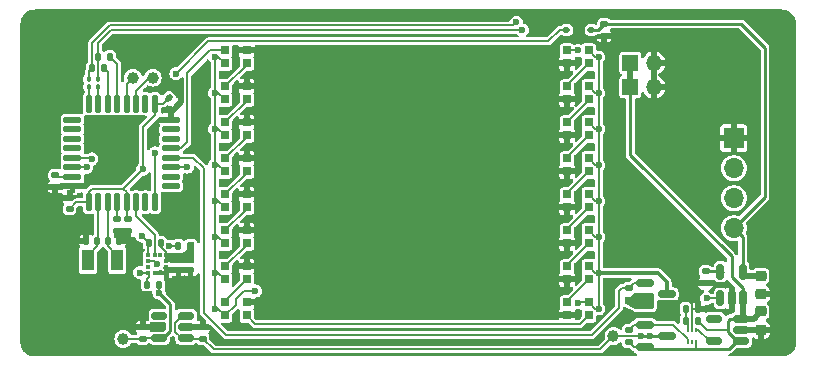
<source format=gbr>
%TF.GenerationSoftware,KiCad,Pcbnew,8.0.6*%
%TF.CreationDate,2025-01-18T09:09:30-05:00*%
%TF.ProjectId,mainboard,6d61696e-626f-4617-9264-2e6b69636164,rev?*%
%TF.SameCoordinates,Original*%
%TF.FileFunction,Copper,L1,Top*%
%TF.FilePolarity,Positive*%
%FSLAX46Y46*%
G04 Gerber Fmt 4.6, Leading zero omitted, Abs format (unit mm)*
G04 Created by KiCad (PCBNEW 8.0.6) date 2025-01-18 09:09:30*
%MOMM*%
%LPD*%
G01*
G04 APERTURE LIST*
G04 Aperture macros list*
%AMRoundRect*
0 Rectangle with rounded corners*
0 $1 Rounding radius*
0 $2 $3 $4 $5 $6 $7 $8 $9 X,Y pos of 4 corners*
0 Add a 4 corners polygon primitive as box body*
4,1,4,$2,$3,$4,$5,$6,$7,$8,$9,$2,$3,0*
0 Add four circle primitives for the rounded corners*
1,1,$1+$1,$2,$3*
1,1,$1+$1,$4,$5*
1,1,$1+$1,$6,$7*
1,1,$1+$1,$8,$9*
0 Add four rect primitives between the rounded corners*
20,1,$1+$1,$2,$3,$4,$5,0*
20,1,$1+$1,$4,$5,$6,$7,0*
20,1,$1+$1,$6,$7,$8,$9,0*
20,1,$1+$1,$8,$9,$2,$3,0*%
G04 Aperture macros list end*
%TA.AperFunction,SMDPad,CuDef*%
%ADD10RoundRect,0.135000X0.135000X0.185000X-0.135000X0.185000X-0.135000X-0.185000X0.135000X-0.185000X0*%
%TD*%
%TA.AperFunction,SMDPad,CuDef*%
%ADD11RoundRect,0.135000X-0.135000X-0.185000X0.135000X-0.185000X0.135000X0.185000X-0.135000X0.185000X0*%
%TD*%
%TA.AperFunction,SMDPad,CuDef*%
%ADD12RoundRect,0.150000X0.150000X-0.512500X0.150000X0.512500X-0.150000X0.512500X-0.150000X-0.512500X0*%
%TD*%
%TA.AperFunction,SMDPad,CuDef*%
%ADD13RoundRect,0.125000X0.125000X-0.625000X0.125000X0.625000X-0.125000X0.625000X-0.125000X-0.625000X0*%
%TD*%
%TA.AperFunction,SMDPad,CuDef*%
%ADD14RoundRect,0.125000X0.625000X-0.125000X0.625000X0.125000X-0.625000X0.125000X-0.625000X-0.125000X0*%
%TD*%
%TA.AperFunction,ComponentPad*%
%ADD15R,1.350000X1.350000*%
%TD*%
%TA.AperFunction,ComponentPad*%
%ADD16O,1.350000X1.350000*%
%TD*%
%TA.AperFunction,SMDPad,CuDef*%
%ADD17RoundRect,0.150000X0.512500X0.150000X-0.512500X0.150000X-0.512500X-0.150000X0.512500X-0.150000X0*%
%TD*%
%TA.AperFunction,SMDPad,CuDef*%
%ADD18R,0.700000X0.700000*%
%TD*%
%TA.AperFunction,ComponentPad*%
%ADD19R,1.700000X1.700000*%
%TD*%
%TA.AperFunction,ComponentPad*%
%ADD20O,1.700000X1.700000*%
%TD*%
%TA.AperFunction,SMDPad,CuDef*%
%ADD21RoundRect,0.140000X-0.170000X0.140000X-0.170000X-0.140000X0.170000X-0.140000X0.170000X0.140000X0*%
%TD*%
%TA.AperFunction,SMDPad,CuDef*%
%ADD22RoundRect,0.150000X-0.587500X-0.150000X0.587500X-0.150000X0.587500X0.150000X-0.587500X0.150000X0*%
%TD*%
%TA.AperFunction,SMDPad,CuDef*%
%ADD23RoundRect,0.140000X0.170000X-0.140000X0.170000X0.140000X-0.170000X0.140000X-0.170000X-0.140000X0*%
%TD*%
%TA.AperFunction,SMDPad,CuDef*%
%ADD24RoundRect,0.225000X-0.250000X0.225000X-0.250000X-0.225000X0.250000X-0.225000X0.250000X0.225000X0*%
%TD*%
%TA.AperFunction,SMDPad,CuDef*%
%ADD25R,1.000000X1.800000*%
%TD*%
%TA.AperFunction,SMDPad,CuDef*%
%ADD26R,0.375000X0.350000*%
%TD*%
%TA.AperFunction,SMDPad,CuDef*%
%ADD27R,0.350000X0.375000*%
%TD*%
%TA.AperFunction,SMDPad,CuDef*%
%ADD28RoundRect,0.112500X-0.187500X-0.112500X0.187500X-0.112500X0.187500X0.112500X-0.187500X0.112500X0*%
%TD*%
%TA.AperFunction,SMDPad,CuDef*%
%ADD29C,1.000000*%
%TD*%
%TA.AperFunction,SMDPad,CuDef*%
%ADD30R,0.170000X0.350000*%
%TD*%
%TA.AperFunction,SMDPad,CuDef*%
%ADD31RoundRect,0.140000X-0.140000X-0.170000X0.140000X-0.170000X0.140000X0.170000X-0.140000X0.170000X0*%
%TD*%
%TA.AperFunction,SMDPad,CuDef*%
%ADD32RoundRect,0.135000X0.185000X-0.135000X0.185000X0.135000X-0.185000X0.135000X-0.185000X-0.135000X0*%
%TD*%
%TA.AperFunction,SMDPad,CuDef*%
%ADD33RoundRect,0.135000X-0.185000X0.135000X-0.185000X-0.135000X0.185000X-0.135000X0.185000X0.135000X0*%
%TD*%
%TA.AperFunction,SMDPad,CuDef*%
%ADD34RoundRect,0.100000X0.100000X-0.130000X0.100000X0.130000X-0.100000X0.130000X-0.100000X-0.130000X0*%
%TD*%
%TA.AperFunction,SMDPad,CuDef*%
%ADD35RoundRect,0.140000X0.140000X0.170000X-0.140000X0.170000X-0.140000X-0.170000X0.140000X-0.170000X0*%
%TD*%
%TA.AperFunction,SMDPad,CuDef*%
%ADD36RoundRect,0.140000X-0.219203X-0.021213X-0.021213X-0.219203X0.219203X0.021213X0.021213X0.219203X0*%
%TD*%
%TA.AperFunction,ViaPad*%
%ADD37C,0.600000*%
%TD*%
%TA.AperFunction,Conductor*%
%ADD38C,0.250000*%
%TD*%
%TA.AperFunction,Conductor*%
%ADD39C,0.150000*%
%TD*%
%TA.AperFunction,Conductor*%
%ADD40C,0.500000*%
%TD*%
%TA.AperFunction,Conductor*%
%ADD41C,0.200000*%
%TD*%
%TA.AperFunction,Conductor*%
%ADD42C,0.300000*%
%TD*%
G04 APERTURE END LIST*
D10*
%TO.P,R5,1*%
%TO.N,+BATT*%
X210314000Y-102870000D03*
%TO.P,R5,2*%
%TO.N,Net-(IC1-IN-)*%
X209294000Y-102870000D03*
%TD*%
D11*
%TO.P,R13,1*%
%TO.N,SWCLK*%
X159027400Y-81457800D03*
%TO.P,R13,2*%
%TO.N,USB_D+*%
X160047400Y-81457800D03*
%TD*%
D12*
%TO.P,U5,1,STAT*%
%TO.N,BMS_Stat*%
X212232200Y-100959500D03*
%TO.P,U5,2,V_{SS}*%
%TO.N,GND*%
X213182200Y-100959500D03*
%TO.P,U5,3,V_{BAT}*%
%TO.N,+BATT*%
X214132200Y-100959500D03*
%TO.P,U5,4,V_{DD}*%
%TO.N,VBUS*%
X214132200Y-98684500D03*
%TO.P,U5,5,PROG*%
%TO.N,Net-(U5-PROG)*%
X212232200Y-98684500D03*
%TD*%
D13*
%TO.P,U4,1,VDD*%
%TO.N,+3V0*%
X158744000Y-92821000D03*
%TO.P,U4,2,PC14*%
%TO.N,Net-(U4-PC14)*%
X159544000Y-92821000D03*
%TO.P,U4,3,PC15*%
%TO.N,Net-(U4-PC15)*%
X160344000Y-92821000D03*
%TO.P,U4,4,NRST*%
%TO.N,Net-(U4-NRST)*%
X161144000Y-92821000D03*
%TO.P,U4,5,VDDA*%
%TO.N,+3V0*%
X161944000Y-92821000D03*
%TO.P,U4,6,PA0*%
%TO.N,IMU_INT1*%
X162744000Y-92821000D03*
%TO.P,U4,7,PA1*%
%TO.N,unconnected-(U4-PA1-Pad7)*%
X163544000Y-92821000D03*
%TO.P,U4,8,PA2*%
%TO.N,/WKUP4*%
X164344000Y-92821000D03*
D14*
%TO.P,U4,9,PA3*%
%TO.N,unconnected-(U4-PA3-Pad9)*%
X165719000Y-91446000D03*
%TO.P,U4,10,PA4*%
%TO.N,unconnected-(U4-PA4-Pad10)*%
X165719000Y-90646000D03*
%TO.P,U4,11,PA5*%
%TO.N,BMS_Stat*%
X165719000Y-89846000D03*
%TO.P,U4,12,PA6*%
%TO.N,LEDPowerCtrl*%
X165719000Y-89046000D03*
%TO.P,U4,13,PA7*%
%TO.N,LED*%
X165719000Y-88246000D03*
%TO.P,U4,14,PB0*%
%TO.N,unconnected-(U4-PB0-Pad14)*%
X165719000Y-87446000D03*
%TO.P,U4,15,PB1*%
%TO.N,unconnected-(U4-PB1-Pad15)*%
X165719000Y-86646000D03*
%TO.P,U4,16,VSS*%
%TO.N,GND*%
X165719000Y-85846000D03*
D13*
%TO.P,U4,17,VDD*%
%TO.N,+3V0*%
X164344000Y-84471000D03*
%TO.P,U4,18,PA8*%
%TO.N,unconnected-(U4-PA8-Pad18)*%
X163544000Y-84471000D03*
%TO.P,U4,19,PA9*%
%TO.N,TX*%
X162744000Y-84471000D03*
%TO.P,U4,20,PA10*%
%TO.N,RX*%
X161944000Y-84471000D03*
%TO.P,U4,21,PA11*%
%TO.N,USB_D-*%
X161144000Y-84471000D03*
%TO.P,U4,22,PA12*%
%TO.N,USB_D+*%
X160344000Y-84471000D03*
%TO.P,U4,23,PA13*%
%TO.N,Net-(U4-PA13)*%
X159544000Y-84471000D03*
%TO.P,U4,24,PA14*%
%TO.N,Net-(U4-PA14)*%
X158744000Y-84471000D03*
D14*
%TO.P,U4,25,PA15*%
%TO.N,unconnected-(U4-PA15-Pad25)*%
X157369000Y-85846000D03*
%TO.P,U4,26,PB3*%
%TO.N,unconnected-(U4-PB3-Pad26)*%
X157369000Y-86646000D03*
%TO.P,U4,27,PB4*%
%TO.N,unconnected-(U4-PB4-Pad27)*%
X157369000Y-87446000D03*
%TO.P,U4,28,PB5*%
%TO.N,unconnected-(U4-PB5-Pad28)*%
X157369000Y-88246000D03*
%TO.P,U4,29,PB6*%
%TO.N,SCL*%
X157369000Y-89046000D03*
%TO.P,U4,30,PB7*%
%TO.N,SDA*%
X157369000Y-89846000D03*
%TO.P,U4,31,PH3*%
%TO.N,/boot*%
X157369000Y-90646000D03*
%TO.P,U4,32,VSS*%
%TO.N,GND*%
X157369000Y-91446000D03*
%TD*%
D11*
%TO.P,R6,1*%
%TO.N,SCL*%
X163828000Y-96266000D03*
%TO.P,R6,2*%
%TO.N,+3V0*%
X164848000Y-96266000D03*
%TD*%
D15*
%TO.P,J3,1,Pin_1*%
%TO.N,+BATT*%
X204597000Y-81026000D03*
D16*
%TO.P,J3,2,Pin_2*%
%TO.N,GND*%
X206597000Y-81026000D03*
%TD*%
D17*
%TO.P,U1,1,VIN*%
%TO.N,VCC*%
X166999500Y-104328000D03*
%TO.P,U1,2,GND*%
%TO.N,GND*%
X166999500Y-103378000D03*
%TO.P,U1,3,EN*%
%TO.N,VCC*%
X166999500Y-102428000D03*
%TO.P,U1,4,NC*%
%TO.N,unconnected-(U1-NC-Pad4)*%
X164724500Y-102428000D03*
%TO.P,U1,5,VOUT*%
%TO.N,+3V0*%
X164724500Y-104328000D03*
%TD*%
D11*
%TO.P,R7,1*%
%TO.N,SDA*%
X163675600Y-99796600D03*
%TO.P,R7,2*%
%TO.N,+3V0*%
X164695600Y-99796600D03*
%TD*%
D18*
%TO.P,D2,1,DOUT*%
%TO.N,Net-(D2-DOUT)*%
X172111000Y-84116000D03*
%TO.P,D2,2,VSS*%
%TO.N,GND*%
X172111000Y-83016000D03*
%TO.P,D2,3,DIN*%
%TO.N,Net-(D1-DOUT)*%
X170281000Y-83016000D03*
%TO.P,D2,4,VDD*%
%TO.N,/LEDs/LED_PWR*%
X170281000Y-84116000D03*
%TD*%
D19*
%TO.P,J1,1,Pin_1*%
%TO.N,GND*%
X213360000Y-87386000D03*
D20*
%TO.P,J1,2,Pin_2*%
%TO.N,SWCLK*%
X213360000Y-89926000D03*
%TO.P,J1,3,Pin_3*%
%TO.N,SWDIO*%
X213360000Y-92466000D03*
%TO.P,J1,4,Pin_4*%
%TO.N,VBUS*%
X213360000Y-95006000D03*
%TD*%
D21*
%TO.P,C3,1*%
%TO.N,+3V0*%
X166344600Y-97564000D03*
%TO.P,C3,2*%
%TO.N,GND*%
X166344600Y-98524000D03*
%TD*%
%TO.P,C4,1*%
%TO.N,+3V0*%
X167360600Y-97564000D03*
%TO.P,C4,2*%
%TO.N,GND*%
X167360600Y-98524000D03*
%TD*%
D22*
%TO.P,Q2,1,G*%
%TO.N,LEDPowerCtrl*%
X205818500Y-99634000D03*
%TO.P,Q2,2,S*%
%TO.N,VCC*%
X205818500Y-101534000D03*
%TO.P,Q2,3,D*%
%TO.N,/LEDs/LED_PWR*%
X207693500Y-100584000D03*
%TD*%
D23*
%TO.P,C10,1*%
%TO.N,GND*%
X161137600Y-95222000D03*
%TO.P,C10,2*%
%TO.N,Net-(U4-NRST)*%
X161137600Y-94262000D03*
%TD*%
D18*
%TO.P,D7,1,DOUT*%
%TO.N,Net-(D7-DOUT)*%
X172111000Y-99356000D03*
%TO.P,D7,2,VSS*%
%TO.N,GND*%
X172111000Y-98256000D03*
%TO.P,D7,3,DIN*%
%TO.N,Net-(D6-DOUT)*%
X170281000Y-98256000D03*
%TO.P,D7,4,VDD*%
%TO.N,/LEDs/LED_PWR*%
X170281000Y-99356000D03*
%TD*%
D24*
%TO.P,C15,1*%
%TO.N,+BATT*%
X215646000Y-102069600D03*
%TO.P,C15,2*%
%TO.N,GND*%
X215646000Y-103619600D03*
%TD*%
D25*
%TO.P,Y1,1,1*%
%TO.N,Net-(U4-PC15)*%
X161168400Y-97739200D03*
%TO.P,Y1,2,2*%
%TO.N,Net-(U4-PC14)*%
X158668400Y-97739200D03*
%TD*%
D10*
%TO.P,R2,1*%
%TO.N,+3V0*%
X167362600Y-96520000D03*
%TO.P,R2,2*%
%TO.N,Net-(U3-~{CS})*%
X166342600Y-96520000D03*
%TD*%
D17*
%TO.P,U2,1,IN*%
%TO.N,+BATT*%
X213989500Y-104582000D03*
%TO.P,U2,2,GND*%
%TO.N,GND*%
X213989500Y-103632000D03*
%TO.P,U2,3,EN*%
%TO.N,+BATT*%
X213989500Y-102682000D03*
%TO.P,U2,4,NC*%
%TO.N,unconnected-(U2-NC-Pad4)*%
X211714500Y-102682000D03*
%TO.P,U2,5,OUT*%
%TO.N,Net-(IC1-IN+)*%
X211714500Y-104582000D03*
%TD*%
D26*
%TO.P,U3,1,SCL/SPC*%
%TO.N,SCL*%
X163804100Y-97294000D03*
%TO.P,U3,2,~{CS}*%
%TO.N,Net-(U3-~{CS})*%
X163804100Y-97794000D03*
%TO.P,U3,3,SA0/SDO*%
%TO.N,unconnected-(U3-SA0{slash}SDO-Pad3)*%
X163804100Y-98294000D03*
%TO.P,U3,4,SDA/SDI*%
%TO.N,SDA*%
X163804100Y-98794000D03*
D27*
%TO.P,U3,5,RES*%
%TO.N,GND*%
X164316600Y-98806500D03*
%TO.P,U3,6,GND*%
X164816600Y-98806500D03*
D26*
%TO.P,U3,7,GND*%
X165329100Y-98794000D03*
%TO.P,U3,8,GND*%
X165329100Y-98294000D03*
%TO.P,U3,9,Vdd*%
%TO.N,+3V0*%
X165329100Y-97794000D03*
%TO.P,U3,10,Vdd_IO*%
X165329100Y-97294000D03*
D27*
%TO.P,U3,11,INT2*%
%TO.N,IMU_INT2*%
X164816600Y-97281500D03*
%TO.P,U3,12,INT1*%
%TO.N,IMU_INT1*%
X164316600Y-97281500D03*
%TD*%
D28*
%TO.P,D33,1,K*%
%TO.N,/WKUP4*%
X199195000Y-78232000D03*
%TO.P,D33,2,A*%
%TO.N,VBUS*%
X201295000Y-78232000D03*
%TD*%
D18*
%TO.P,D3,1,DOUT*%
%TO.N,Net-(D3-DOUT)*%
X172111000Y-87164000D03*
%TO.P,D3,2,VSS*%
%TO.N,GND*%
X172111000Y-86064000D03*
%TO.P,D3,3,DIN*%
%TO.N,Net-(D2-DOUT)*%
X170281000Y-86064000D03*
%TO.P,D3,4,VDD*%
%TO.N,/LEDs/LED_PWR*%
X170281000Y-87164000D03*
%TD*%
D23*
%TO.P,C8,1*%
%TO.N,VCC*%
X168402000Y-104366000D03*
%TO.P,C8,2*%
%TO.N,GND*%
X168402000Y-103406000D03*
%TD*%
D29*
%TO.P,3v0,1,1*%
%TO.N,+3V0*%
X161671000Y-104394000D03*
%TD*%
D30*
%TO.P,IC1,1,IN+*%
%TO.N,Net-(IC1-IN+)*%
X210154000Y-103615000D03*
%TO.P,IC1,2,GND*%
%TO.N,GND*%
X209804000Y-103615000D03*
%TO.P,IC1,3,IN-*%
%TO.N,Net-(IC1-IN-)*%
X209454000Y-103615000D03*
%TO.P,IC1,4,OUT*%
%TO.N,Net-(IC1-OUT)*%
X209454000Y-104665000D03*
%TO.P,IC1,5,NC*%
%TO.N,unconnected-(IC1-NC-Pad5)*%
X209804000Y-104665000D03*
%TO.P,IC1,6,VCC*%
%TO.N,+BATT*%
X210154000Y-104665000D03*
%TD*%
D18*
%TO.P,D9,1,DOUT*%
%TO.N,Net-(D10-DIN)*%
X199237000Y-101304000D03*
%TO.P,D9,2,VSS*%
%TO.N,GND*%
X199237000Y-102404000D03*
%TO.P,D9,3,DIN*%
%TO.N,Net-(D8-DOUT)*%
X201067000Y-102404000D03*
%TO.P,D9,4,VDD*%
%TO.N,/LEDs/LED_PWR*%
X201067000Y-101304000D03*
%TD*%
D15*
%TO.P,J2,1,Pin_1*%
%TO.N,+BATT*%
X204597000Y-83058000D03*
D16*
%TO.P,J2,2,Pin_2*%
%TO.N,GND*%
X206597000Y-83058000D03*
%TD*%
D18*
%TO.P,D16,1,DOUT*%
%TO.N,Net-(D16-DOUT)*%
X199237000Y-79968000D03*
%TO.P,D16,2,VSS*%
%TO.N,GND*%
X199237000Y-81068000D03*
%TO.P,D16,3,DIN*%
%TO.N,Net-(D15-DOUT)*%
X201067000Y-81068000D03*
%TO.P,D16,4,VDD*%
%TO.N,/LEDs/LED_PWR*%
X201067000Y-79968000D03*
%TD*%
D31*
%TO.P,C12,1*%
%TO.N,GND*%
X158524000Y-96113600D03*
%TO.P,C12,2*%
%TO.N,Net-(U4-PC14)*%
X159484000Y-96113600D03*
%TD*%
D18*
%TO.P,D11,1,DOUT*%
%TO.N,Net-(D11-DOUT)*%
X199237000Y-95208000D03*
%TO.P,D11,2,VSS*%
%TO.N,GND*%
X199237000Y-96308000D03*
%TO.P,D11,3,DIN*%
%TO.N,Net-(D10-DOUT)*%
X201067000Y-96308000D03*
%TO.P,D11,4,VDD*%
%TO.N,/LEDs/LED_PWR*%
X201067000Y-95208000D03*
%TD*%
%TO.P,D14,1,DOUT*%
%TO.N,Net-(D14-DOUT)*%
X199237000Y-86064000D03*
%TO.P,D14,2,VSS*%
%TO.N,GND*%
X199237000Y-87164000D03*
%TO.P,D14,3,DIN*%
%TO.N,Net-(D13-DOUT)*%
X201067000Y-87164000D03*
%TO.P,D14,4,VDD*%
%TO.N,/LEDs/LED_PWR*%
X201067000Y-86064000D03*
%TD*%
D32*
%TO.P,R8,1*%
%TO.N,GND*%
X210972400Y-99671600D03*
%TO.P,R8,2*%
%TO.N,Net-(U5-PROG)*%
X210972400Y-98651600D03*
%TD*%
D29*
%TO.P,TP9,1,1*%
%TO.N,VCC*%
X203174600Y-104140000D03*
%TD*%
D11*
%TO.P,R14,1*%
%TO.N,SWDIO*%
X159535400Y-80492600D03*
%TO.P,R14,2*%
%TO.N,USB_D-*%
X160555400Y-80492600D03*
%TD*%
D29*
%TO.P,TX1,1,1*%
%TO.N,TX*%
X164160200Y-82270600D03*
%TD*%
D33*
%TO.P,R10,1*%
%TO.N,VBUS*%
X202387200Y-77722000D03*
%TO.P,R10,2*%
%TO.N,GND*%
X202387200Y-78742000D03*
%TD*%
D24*
%TO.P,C14,1*%
%TO.N,VBUS*%
X215646000Y-99072400D03*
%TO.P,C14,2*%
%TO.N,GND*%
X215646000Y-100622400D03*
%TD*%
D18*
%TO.P,D1,1,DOUT*%
%TO.N,Net-(D1-DOUT)*%
X172111000Y-81068000D03*
%TO.P,D1,2,VSS*%
%TO.N,GND*%
X172111000Y-79968000D03*
%TO.P,D1,3,DIN*%
%TO.N,LED*%
X170281000Y-79968000D03*
%TO.P,D1,4,VDD*%
%TO.N,/LEDs/LED_PWR*%
X170281000Y-81068000D03*
%TD*%
D34*
%TO.P,R12,1*%
%TO.N,Net-(U4-PA14)*%
X158750000Y-83022400D03*
%TO.P,R12,2*%
%TO.N,SWCLK*%
X158750000Y-82382400D03*
%TD*%
D32*
%TO.P,R4,1*%
%TO.N,GND*%
X155905200Y-91543600D03*
%TO.P,R4,2*%
%TO.N,/boot*%
X155905200Y-90523600D03*
%TD*%
D35*
%TO.P,C13,1*%
%TO.N,GND*%
X161312800Y-96113600D03*
%TO.P,C13,2*%
%TO.N,Net-(U4-PC15)*%
X160352800Y-96113600D03*
%TD*%
D18*
%TO.P,D4,1,DOUT*%
%TO.N,Net-(D4-DOUT)*%
X172111000Y-90212000D03*
%TO.P,D4,2,VSS*%
%TO.N,GND*%
X172111000Y-89112000D03*
%TO.P,D4,3,DIN*%
%TO.N,Net-(D3-DOUT)*%
X170281000Y-89112000D03*
%TO.P,D4,4,VDD*%
%TO.N,/LEDs/LED_PWR*%
X170281000Y-90212000D03*
%TD*%
%TO.P,D6,1,DOUT*%
%TO.N,Net-(D6-DOUT)*%
X172111000Y-96308000D03*
%TO.P,D6,2,VSS*%
%TO.N,GND*%
X172111000Y-95208000D03*
%TO.P,D6,3,DIN*%
%TO.N,Net-(D5-DOUT)*%
X170281000Y-95208000D03*
%TO.P,D6,4,VDD*%
%TO.N,/LEDs/LED_PWR*%
X170281000Y-96308000D03*
%TD*%
%TO.P,D8,1,DOUT*%
%TO.N,Net-(D8-DOUT)*%
X172111000Y-102404000D03*
%TO.P,D8,2,VSS*%
%TO.N,GND*%
X172111000Y-101304000D03*
%TO.P,D8,3,DIN*%
%TO.N,Net-(D7-DOUT)*%
X170281000Y-101304000D03*
%TO.P,D8,4,VDD*%
%TO.N,/LEDs/LED_PWR*%
X170281000Y-102404000D03*
%TD*%
D23*
%TO.P,C6,1*%
%TO.N,+3V0*%
X157124400Y-93393200D03*
%TO.P,C6,2*%
%TO.N,GND*%
X157124400Y-92433200D03*
%TD*%
D29*
%TO.P,RX1,1,1*%
%TO.N,RX*%
X162483800Y-82270600D03*
%TD*%
D18*
%TO.P,D13,1,DOUT*%
%TO.N,Net-(D13-DOUT)*%
X199237000Y-89112000D03*
%TO.P,D13,2,VSS*%
%TO.N,GND*%
X199237000Y-90212000D03*
%TO.P,D13,3,DIN*%
%TO.N,Net-(D12-DOUT)*%
X201067000Y-90212000D03*
%TO.P,D13,4,VDD*%
%TO.N,/LEDs/LED_PWR*%
X201067000Y-89112000D03*
%TD*%
%TO.P,D5,1,DOUT*%
%TO.N,Net-(D5-DOUT)*%
X172111000Y-93260000D03*
%TO.P,D5,2,VSS*%
%TO.N,GND*%
X172111000Y-92160000D03*
%TO.P,D5,3,DIN*%
%TO.N,Net-(D4-DOUT)*%
X170281000Y-92160000D03*
%TO.P,D5,4,VDD*%
%TO.N,/LEDs/LED_PWR*%
X170281000Y-93260000D03*
%TD*%
%TO.P,D12,1,DOUT*%
%TO.N,Net-(D12-DOUT)*%
X199237000Y-92160000D03*
%TO.P,D12,2,VSS*%
%TO.N,GND*%
X199237000Y-93260000D03*
%TO.P,D12,3,DIN*%
%TO.N,Net-(D11-DOUT)*%
X201067000Y-93260000D03*
%TO.P,D12,4,VDD*%
%TO.N,/LEDs/LED_PWR*%
X201067000Y-92160000D03*
%TD*%
D10*
%TO.P,R11,1*%
%TO.N,GND*%
X210314000Y-101854000D03*
%TO.P,R11,2*%
%TO.N,Net-(IC1-IN-)*%
X209294000Y-101854000D03*
%TD*%
D32*
%TO.P,R9,1*%
%TO.N,VCC*%
X204470000Y-101094000D03*
%TO.P,R9,2*%
%TO.N,LEDPowerCtrl*%
X204470000Y-100074000D03*
%TD*%
%TO.P,R1,1*%
%TO.N,+BATT*%
X204470000Y-104650000D03*
%TO.P,R1,2*%
%TO.N,Net-(IC1-OUT)*%
X204470000Y-103630000D03*
%TD*%
D22*
%TO.P,Q1,1,G*%
%TO.N,Net-(IC1-OUT)*%
X205818500Y-103190000D03*
%TO.P,Q1,2,S*%
%TO.N,+BATT*%
X205818500Y-105090000D03*
%TO.P,Q1,3,D*%
%TO.N,VCC*%
X207693500Y-104140000D03*
%TD*%
D18*
%TO.P,D15,1,DOUT*%
%TO.N,Net-(D15-DOUT)*%
X199237000Y-83016000D03*
%TO.P,D15,2,VSS*%
%TO.N,GND*%
X199237000Y-84116000D03*
%TO.P,D15,3,DIN*%
%TO.N,Net-(D14-DOUT)*%
X201067000Y-84116000D03*
%TO.P,D15,4,VDD*%
%TO.N,/LEDs/LED_PWR*%
X201067000Y-83016000D03*
%TD*%
D23*
%TO.P,C9,1*%
%TO.N,+3V0*%
X163322000Y-104366000D03*
%TO.P,C9,2*%
%TO.N,GND*%
X163322000Y-103406000D03*
%TD*%
D21*
%TO.P,C7,1*%
%TO.N,+3V0*%
X162102800Y-94262000D03*
%TO.P,C7,2*%
%TO.N,GND*%
X162102800Y-95222000D03*
%TD*%
D34*
%TO.P,R3,1*%
%TO.N,Net-(U4-PA13)*%
X159537400Y-83022400D03*
%TO.P,R3,2*%
%TO.N,SWDIO*%
X159537400Y-82382400D03*
%TD*%
D36*
%TO.P,C5,1*%
%TO.N,+3V0*%
X165522589Y-83988589D03*
%TO.P,C5,2*%
%TO.N,GND*%
X166201411Y-84667411D03*
%TD*%
D18*
%TO.P,D10,1,DOUT*%
%TO.N,Net-(D10-DOUT)*%
X199237000Y-98256000D03*
%TO.P,D10,2,VSS*%
%TO.N,GND*%
X199237000Y-99356000D03*
%TO.P,D10,3,DIN*%
%TO.N,Net-(D10-DIN)*%
X201067000Y-99356000D03*
%TO.P,D10,4,VDD*%
%TO.N,/LEDs/LED_PWR*%
X201067000Y-98256000D03*
%TD*%
D37*
%TO.N,VCC*%
X206248000Y-104140000D03*
X205486000Y-104140000D03*
X205486000Y-100838000D03*
X206248000Y-100838000D03*
%TO.N,SWDIO*%
X195453000Y-78232000D03*
%TO.N,SWCLK*%
X194945000Y-77597000D03*
%TO.N,GND*%
X181889400Y-77216000D03*
X175310800Y-77190600D03*
X202666600Y-98018600D03*
X159918400Y-97739200D03*
X179120800Y-79883000D03*
X211226400Y-101752400D03*
X167995600Y-78892400D03*
X173355000Y-89662000D03*
X161772600Y-77190600D03*
X163982400Y-94208600D03*
X161569400Y-90601800D03*
X173355000Y-83566000D03*
X193929000Y-77139800D03*
X173355000Y-101854000D03*
X211175600Y-82092800D03*
X156108400Y-92430600D03*
X197840600Y-79933800D03*
X211023200Y-91643200D03*
X207822800Y-79019400D03*
X168579800Y-81584800D03*
X161696400Y-95656400D03*
X163271200Y-78867000D03*
X159156400Y-77978000D03*
X158191200Y-80594200D03*
X215061800Y-98069400D03*
X155981400Y-89585800D03*
X160197800Y-79629000D03*
X197866000Y-95758000D03*
X164719000Y-103378000D03*
X165862000Y-104927400D03*
X197866000Y-101854000D03*
X162280600Y-98221800D03*
X165785800Y-100533200D03*
X188087000Y-77165200D03*
X167233600Y-101346000D03*
X165354000Y-93599000D03*
X210185000Y-78562200D03*
X167513000Y-88290400D03*
X172034200Y-77190600D03*
X204851000Y-102387400D03*
X167055800Y-77190600D03*
X209169000Y-85013800D03*
X207822800Y-101828600D03*
X197866000Y-89662000D03*
X158724600Y-91033600D03*
X202971400Y-99872800D03*
X166243000Y-83058000D03*
X215392000Y-104775000D03*
X158851600Y-88011000D03*
X185420000Y-79857600D03*
X165658800Y-84886800D03*
X191185800Y-79857600D03*
X173355000Y-95758000D03*
X164515800Y-101498400D03*
X163245800Y-91363800D03*
X158775400Y-94234000D03*
X210896200Y-88671400D03*
X173380400Y-80010000D03*
X197866000Y-83566000D03*
X162331400Y-96901000D03*
%TO.N,+3V0*%
X167005000Y-97256600D03*
X164693600Y-100507800D03*
X163322000Y-90043000D03*
%TO.N,SCL*%
X159004000Y-89154000D03*
X163220400Y-95658400D03*
%TO.N,SDA*%
X163068000Y-98780600D03*
X158572200Y-89865200D03*
%TO.N,/WKUP4*%
X164338000Y-88646000D03*
X166128700Y-81927700D03*
%TO.N,BMS_Stat*%
X211074000Y-100965000D03*
X167087400Y-89846000D03*
%TO.N,Net-(U3-~{CS})*%
X165582600Y-96520000D03*
X164566600Y-98044000D03*
%TO.N,/LEDs/LED_PWR*%
X172847000Y-100330000D03*
X201930000Y-98806000D03*
X169418000Y-101854000D03*
X201930000Y-83566000D03*
X169418000Y-92710000D03*
X169418000Y-95758000D03*
X169418000Y-80518000D03*
X169418000Y-86614000D03*
X201930000Y-80518000D03*
X201930000Y-86614000D03*
X201930000Y-95758000D03*
X169418000Y-89662000D03*
X201930000Y-92710000D03*
X200152000Y-101346000D03*
X201930000Y-89662000D03*
X201930000Y-101854000D03*
X169418000Y-83566000D03*
X169418000Y-98806000D03*
%TO.N,Net-(D16-DOUT)*%
X200152000Y-79968000D03*
%TD*%
D38*
%TO.N,VCC*%
X207693500Y-104140000D02*
X206248000Y-104140000D01*
X204470000Y-101094000D02*
X204910000Y-101534000D01*
D39*
X166659600Y-102428000D02*
X166999500Y-102428000D01*
X169319000Y-105283000D02*
X202031600Y-105283000D01*
D38*
X204910000Y-101534000D02*
X205818500Y-101534000D01*
D39*
X166608800Y-104328000D02*
X166065200Y-103784400D01*
X168402000Y-104366000D02*
X169319000Y-105283000D01*
X168402000Y-104366000D02*
X167037500Y-104366000D01*
X166065200Y-103784400D02*
X166065200Y-103022400D01*
X203174600Y-104140000D02*
X205486000Y-104140000D01*
X166065200Y-103022400D02*
X166659600Y-102428000D01*
X167037500Y-104366000D02*
X166999500Y-104328000D01*
X166999500Y-104328000D02*
X166608800Y-104328000D01*
D38*
X206248000Y-104140000D02*
X205486000Y-104140000D01*
D39*
X202031600Y-105283000D02*
X203174600Y-104140000D01*
D38*
%TO.N,VBUS*%
X202387200Y-77722000D02*
X202389200Y-77724000D01*
D40*
X215646000Y-99072400D02*
X214312200Y-99072400D01*
D38*
X201295000Y-78232000D02*
X201877200Y-78232000D01*
X214132200Y-95778200D02*
X214132200Y-98684500D01*
X216001600Y-79756000D02*
X216001600Y-92364400D01*
X201877200Y-78232000D02*
X202387200Y-77722000D01*
X202389200Y-77724000D02*
X213969600Y-77724000D01*
D40*
X214312200Y-99072400D02*
X214132200Y-98892400D01*
D38*
X216001600Y-92364400D02*
X213360000Y-95006000D01*
X213360000Y-95006000D02*
X214132200Y-95778200D01*
D40*
X214132200Y-98892400D02*
X214132200Y-98684500D01*
D38*
X213969600Y-77724000D02*
X216001600Y-79756000D01*
D39*
%TO.N,SWDIO*%
X159535400Y-80492600D02*
X159535400Y-79351600D01*
X159537400Y-82382400D02*
X159537400Y-80494600D01*
X159537400Y-80494600D02*
X159535400Y-80492600D01*
X160655000Y-78232000D02*
X195453000Y-78232000D01*
X159535400Y-79351600D02*
X160655000Y-78232000D01*
%TO.N,SWCLK*%
X160528000Y-77851000D02*
X159027400Y-79351600D01*
X159027400Y-79351600D02*
X159027400Y-81457800D01*
X158750000Y-81735200D02*
X158750000Y-82382400D01*
X194691000Y-77851000D02*
X160528000Y-77851000D01*
X159027400Y-81457800D02*
X158750000Y-81735200D01*
X194945000Y-77597000D02*
X194691000Y-77851000D01*
%TO.N,GND*%
X209804000Y-101854000D02*
X209804000Y-101092000D01*
D40*
X165407400Y-98524000D02*
X165404800Y-98526600D01*
D39*
X209804000Y-103615000D02*
X209804000Y-101854000D01*
D40*
X166522400Y-84346422D02*
X166522400Y-83794600D01*
X166201411Y-84667411D02*
X166522400Y-84346422D01*
X166344600Y-98524000D02*
X165407400Y-98524000D01*
D39*
X210314000Y-101854000D02*
X209804000Y-101854000D01*
D41*
%TO.N,+3V0*%
X158744000Y-92821000D02*
X158744000Y-91954000D01*
X163322000Y-90043000D02*
X163322000Y-86487000D01*
D39*
X164721000Y-96400863D02*
X165329100Y-97008963D01*
X164695600Y-99796600D02*
X164695600Y-100505800D01*
D38*
X165329100Y-97794000D02*
X165329100Y-97510600D01*
X167362600Y-96520000D02*
X167362600Y-97562000D01*
D41*
X159004000Y-91694000D02*
X161671000Y-91694000D01*
X158744000Y-91954000D02*
X159004000Y-91694000D01*
D39*
X163294000Y-104394000D02*
X163322000Y-104366000D01*
X164724500Y-104328000D02*
X163360000Y-104328000D01*
X161671000Y-104394000D02*
X163294000Y-104394000D01*
D38*
X165662000Y-103730400D02*
X165662000Y-101476200D01*
D39*
X164695600Y-100505800D02*
X164693600Y-100507800D01*
X164721000Y-96240600D02*
X164721000Y-96400863D01*
D41*
X163322000Y-86487000D02*
X164344000Y-85465000D01*
D39*
X161944000Y-94103200D02*
X162102800Y-94262000D01*
D38*
X165064400Y-104328000D02*
X165662000Y-103730400D01*
D41*
X161944000Y-91967000D02*
X161944000Y-92821000D01*
D39*
X164344000Y-84471000D02*
X165040178Y-84471000D01*
X158744000Y-92821000D02*
X157696600Y-92821000D01*
D41*
X161671000Y-91694000D02*
X161944000Y-91967000D01*
D38*
X165662000Y-101476200D02*
X164693600Y-100507800D01*
D39*
X161944000Y-92821000D02*
X161944000Y-94103200D01*
D38*
X166144500Y-97589400D02*
X166091100Y-97536000D01*
X164724500Y-104328000D02*
X165064400Y-104328000D01*
D41*
X164344000Y-85465000D02*
X164344000Y-84471000D01*
D39*
X165040178Y-84471000D02*
X165522589Y-83988589D01*
D38*
X166091100Y-97536000D02*
X166091100Y-97319400D01*
D41*
X161671000Y-91694000D02*
X163322000Y-90043000D01*
D39*
X165329100Y-97008963D02*
X165329100Y-97294000D01*
D38*
X166344600Y-97564000D02*
X167005000Y-97564000D01*
X166344600Y-97564000D02*
X165382500Y-97564000D01*
D39*
X163360000Y-104328000D02*
X163322000Y-104366000D01*
X157696600Y-92821000D02*
X157124400Y-93393200D01*
%TO.N,IMU_INT1*%
X164338000Y-95554800D02*
X162744000Y-93960800D01*
X162744000Y-93960800D02*
X162744000Y-92821000D01*
X164316600Y-97281500D02*
X164338000Y-97260100D01*
X164338000Y-97260100D02*
X164338000Y-95554800D01*
%TO.N,SCL*%
X163804100Y-97294000D02*
X163804100Y-96343700D01*
X163220400Y-95760000D02*
X163220400Y-95658400D01*
X158896000Y-89046000D02*
X159004000Y-89154000D01*
X157369000Y-89046000D02*
X158896000Y-89046000D01*
X163220400Y-95658400D02*
X163828000Y-96266000D01*
%TO.N,SDA*%
X158553000Y-89846000D02*
X158572200Y-89865200D01*
X163804100Y-98794000D02*
X163081400Y-98794000D01*
X163675600Y-99796600D02*
X163675600Y-99290600D01*
X163843400Y-98819400D02*
X163830000Y-98806000D01*
X163675600Y-99290600D02*
X163828000Y-99138200D01*
X157369000Y-89846000D02*
X158553000Y-89846000D01*
X157388200Y-89865200D02*
X157369000Y-89846000D01*
X163828000Y-99138200D02*
X163828000Y-98817900D01*
%TO.N,/WKUP4*%
X164338000Y-88646000D02*
X164344000Y-88652000D01*
X164344000Y-88652000D02*
X164344000Y-92821000D01*
X198628000Y-78232000D02*
X199195000Y-78232000D01*
X197662800Y-79197200D02*
X198628000Y-78232000D01*
X168859200Y-79197200D02*
X197662800Y-79197200D01*
X166128700Y-81927700D02*
X168859200Y-79197200D01*
%TO.N,Net-(U4-PA13)*%
X159537400Y-84464400D02*
X159544000Y-84471000D01*
X159537400Y-83022400D02*
X159537400Y-84464400D01*
%TO.N,Net-(U4-PA14)*%
X158750000Y-84465000D02*
X158744000Y-84471000D01*
X158750000Y-83022400D02*
X158750000Y-84465000D01*
%TO.N,Net-(U4-PC14)*%
X158668400Y-97739200D02*
X158668400Y-97338200D01*
X159544000Y-96053600D02*
X159484000Y-96113600D01*
X159484000Y-96522600D02*
X159484000Y-96113600D01*
X158668400Y-97338200D02*
X159484000Y-96522600D01*
X159544000Y-92821000D02*
X159544000Y-96053600D01*
%TO.N,Net-(U4-PC15)*%
X160344000Y-96104800D02*
X160344000Y-92821000D01*
X161168400Y-97338200D02*
X160352800Y-96522600D01*
X161168400Y-97739200D02*
X161168400Y-97338200D01*
X160352800Y-96113600D02*
X160344000Y-96104800D01*
X160352800Y-96522600D02*
X160352800Y-96113600D01*
%TO.N,LED*%
X166566800Y-88246000D02*
X167106600Y-87706200D01*
X167106600Y-81915000D02*
X169053600Y-79968000D01*
X167106600Y-87706200D02*
X167106600Y-81915000D01*
X165719000Y-88246000D02*
X166566800Y-88246000D01*
X169053600Y-79968000D02*
X170281000Y-79968000D01*
%TO.N,Net-(U4-NRST)*%
X161137600Y-94262000D02*
X161137600Y-92827400D01*
X161137600Y-92827400D02*
X161144000Y-92821000D01*
%TO.N,BMS_Stat*%
X211079500Y-100959500D02*
X211074000Y-100965000D01*
X212232200Y-100959500D02*
X211079500Y-100959500D01*
X167087400Y-89846000D02*
X165719000Y-89846000D01*
%TO.N,LEDPowerCtrl*%
X201371200Y-104038400D02*
X170357800Y-104038400D01*
X168478200Y-89941400D02*
X167582800Y-89046000D01*
X203887800Y-100074000D02*
X203631800Y-100330000D01*
X204470000Y-100074000D02*
X203887800Y-100074000D01*
X167582800Y-89046000D02*
X165719000Y-89046000D01*
X203631800Y-100330000D02*
X203631800Y-101777800D01*
X203631800Y-101777800D02*
X201371200Y-104038400D01*
X205818500Y-99634000D02*
X204910000Y-99634000D01*
X170357800Y-104038400D02*
X168478200Y-102158800D01*
X204910000Y-99634000D02*
X204470000Y-100074000D01*
X168478200Y-102158800D02*
X168478200Y-89941400D01*
%TO.N,TX*%
X163906200Y-82245200D02*
X164185600Y-82245200D01*
X162744000Y-84471000D02*
X162744000Y-83407400D01*
X162744000Y-83407400D02*
X163906200Y-82245200D01*
%TO.N,Net-(U3-~{CS})*%
X165582600Y-96520000D02*
X166342600Y-96520000D01*
X163808100Y-97790000D02*
X164312600Y-97790000D01*
X164312600Y-97790000D02*
X164566600Y-98044000D01*
X163804100Y-97794000D02*
X163808100Y-97790000D01*
%TO.N,RX*%
X161944000Y-82810400D02*
X162483800Y-82270600D01*
X161944000Y-84471000D02*
X161944000Y-82810400D01*
D38*
%TO.N,+BATT*%
X213182200Y-99161600D02*
X213182200Y-97409000D01*
X204597000Y-88823800D02*
X204597000Y-83058000D01*
D39*
X210154000Y-105252000D02*
X210159600Y-105257600D01*
X210154000Y-104665000D02*
X210154000Y-105252000D01*
X205818500Y-105090000D02*
X204910000Y-105090000D01*
D38*
X213040000Y-102682000D02*
X212852000Y-102870000D01*
D40*
X204597000Y-81026000D02*
X204597000Y-83058000D01*
D39*
X204910000Y-105090000D02*
X204470000Y-104650000D01*
D40*
X215646000Y-102069600D02*
X215033600Y-102682000D01*
D38*
X205986100Y-105257600D02*
X205818500Y-105090000D01*
X213603800Y-104582000D02*
X212928200Y-105257600D01*
D39*
X211076000Y-103632000D02*
X212852000Y-103632000D01*
D38*
X212852000Y-102870000D02*
X212852000Y-103632000D01*
X214132200Y-100111600D02*
X213182200Y-99161600D01*
D40*
X215033600Y-102682000D02*
X213989500Y-102682000D01*
D38*
X213989500Y-104582000D02*
X213603800Y-104582000D01*
X210159600Y-105257600D02*
X205986100Y-105257600D01*
D39*
X210314000Y-102870000D02*
X211076000Y-103632000D01*
D38*
X212852000Y-103835200D02*
X212852000Y-103632000D01*
X214132200Y-100111600D02*
X214132200Y-100959500D01*
D40*
X214132200Y-102539300D02*
X213989500Y-102682000D01*
D38*
X213989500Y-102682000D02*
X213040000Y-102682000D01*
X213598800Y-104582000D02*
X212852000Y-103835200D01*
D40*
X214132200Y-100959500D02*
X214132200Y-102539300D01*
D38*
X213182200Y-97409000D02*
X204597000Y-88823800D01*
X213989500Y-104582000D02*
X213598800Y-104582000D01*
X212928200Y-105257600D02*
X210159600Y-105257600D01*
D42*
%TO.N,/LEDs/LED_PWR*%
X207693500Y-99591100D02*
X206908400Y-98806000D01*
D39*
X201617000Y-92710000D02*
X201930000Y-92710000D01*
D41*
X170281000Y-99356000D02*
X169731000Y-98806000D01*
D39*
X201067000Y-89112000D02*
X201617000Y-89662000D01*
D41*
X169731000Y-101854000D02*
X169418000Y-101854000D01*
X170281000Y-81068000D02*
X169731000Y-80518000D01*
D39*
X201617000Y-80518000D02*
X201067000Y-79968000D01*
D41*
X170281000Y-102404000D02*
X169731000Y-101854000D01*
D39*
X201617000Y-98806000D02*
X201930000Y-98806000D01*
X201617000Y-89662000D02*
X201930000Y-89662000D01*
X201067000Y-86064000D02*
X201617000Y-86614000D01*
X201067000Y-98256000D02*
X201617000Y-98806000D01*
D41*
X170281000Y-96308000D02*
X169731000Y-95758000D01*
D42*
X207693500Y-100584000D02*
X207693500Y-99591100D01*
D39*
X201930000Y-80518000D02*
X201617000Y-80518000D01*
X201617000Y-86614000D02*
X201930000Y-86614000D01*
X201067000Y-83016000D02*
X201617000Y-83566000D01*
D41*
X171196000Y-101019000D02*
X171196000Y-101489000D01*
X170281000Y-93260000D02*
X169731000Y-92710000D01*
X171885000Y-100330000D02*
X171196000Y-101019000D01*
X170281000Y-87164000D02*
X169731000Y-86614000D01*
D39*
X201617000Y-83566000D02*
X201930000Y-83566000D01*
D42*
X206908400Y-98806000D02*
X201930000Y-98806000D01*
D41*
X170281000Y-90212000D02*
X169731000Y-89662000D01*
D39*
X201617000Y-95758000D02*
X201930000Y-95758000D01*
D41*
X201930000Y-80518000D02*
X201930000Y-83566000D01*
X201067000Y-101304000D02*
X201617000Y-101854000D01*
X170281000Y-84116000D02*
X169731000Y-83566000D01*
X171196000Y-101489000D02*
X170281000Y-102404000D01*
X200194000Y-101304000D02*
X201067000Y-101304000D01*
X201930000Y-83566000D02*
X201930000Y-101854000D01*
X200152000Y-101346000D02*
X200194000Y-101304000D01*
D39*
X201067000Y-95208000D02*
X201617000Y-95758000D01*
X201067000Y-92160000D02*
X201617000Y-92710000D01*
X170281000Y-81068000D02*
X170281000Y-81186000D01*
D41*
X169418000Y-80518000D02*
X169418000Y-101854000D01*
X172847000Y-100330000D02*
X171885000Y-100330000D01*
D39*
%TO.N,Net-(D1-DOUT)*%
X172111000Y-81068000D02*
X172111000Y-81186000D01*
X172111000Y-81186000D02*
X170281000Y-83016000D01*
%TO.N,Net-(D2-DOUT)*%
X172111000Y-84234000D02*
X170281000Y-86064000D01*
X172111000Y-84116000D02*
X172111000Y-84234000D01*
%TO.N,Net-(D3-DOUT)*%
X172111000Y-87164000D02*
X172111000Y-87282000D01*
X172111000Y-87282000D02*
X170281000Y-89112000D01*
%TO.N,Net-(D4-DOUT)*%
X172111000Y-90212000D02*
X172111000Y-90330000D01*
X172111000Y-90330000D02*
X170281000Y-92160000D01*
%TO.N,Net-(D5-DOUT)*%
X172111000Y-93260000D02*
X172111000Y-93378000D01*
X172111000Y-93378000D02*
X170281000Y-95208000D01*
%TO.N,Net-(D6-DOUT)*%
X172111000Y-96308000D02*
X172111000Y-96426000D01*
X172111000Y-96426000D02*
X170281000Y-98256000D01*
%TO.N,Net-(D7-DOUT)*%
X172111000Y-99356000D02*
X170281000Y-101186000D01*
X170281000Y-101186000D02*
X170281000Y-101304000D01*
%TO.N,Net-(D8-DOUT)*%
X200347000Y-103124000D02*
X201067000Y-102404000D01*
X172831000Y-103124000D02*
X200347000Y-103124000D01*
X172111000Y-102404000D02*
X172831000Y-103124000D01*
%TO.N,Net-(D10-DIN)*%
X199237000Y-101304000D02*
X199237000Y-101186000D01*
X199237000Y-101186000D02*
X201067000Y-99356000D01*
%TO.N,Net-(D10-DOUT)*%
X199237000Y-98138000D02*
X201067000Y-96308000D01*
X199237000Y-98256000D02*
X199237000Y-98138000D01*
%TO.N,Net-(D11-DOUT)*%
X199237000Y-95090000D02*
X201067000Y-93260000D01*
X199237000Y-95208000D02*
X199237000Y-95090000D01*
%TO.N,Net-(D12-DOUT)*%
X199237000Y-92042000D02*
X201067000Y-90212000D01*
X199237000Y-92160000D02*
X199237000Y-92042000D01*
%TO.N,Net-(D13-DOUT)*%
X199237000Y-89112000D02*
X199237000Y-88994000D01*
X199237000Y-88994000D02*
X201067000Y-87164000D01*
%TO.N,Net-(D14-DOUT)*%
X201067000Y-84175000D02*
X201067000Y-84116000D01*
X199237000Y-86005000D02*
X201067000Y-84175000D01*
X199237000Y-86064000D02*
X199237000Y-86005000D01*
%TO.N,Net-(D15-DOUT)*%
X199237000Y-82898000D02*
X201067000Y-81068000D01*
X199237000Y-83016000D02*
X199237000Y-82898000D01*
%TO.N,Net-(D16-DOUT)*%
X200152000Y-79968000D02*
X199237000Y-79968000D01*
%TO.N,Net-(IC1-OUT)*%
X209454000Y-104665000D02*
X209454000Y-104425000D01*
X204910000Y-103190000D02*
X205818500Y-103190000D01*
X204470000Y-103630000D02*
X204910000Y-103190000D01*
X209454000Y-104425000D02*
X208219000Y-103190000D01*
X208219000Y-103190000D02*
X205818500Y-103190000D01*
%TO.N,Net-(IC1-IN+)*%
X210371200Y-103615000D02*
X211338200Y-104582000D01*
X211338200Y-104582000D02*
X211714500Y-104582000D01*
X210154000Y-103615000D02*
X210371200Y-103615000D01*
%TO.N,Net-(IC1-IN-)*%
X209454000Y-103030000D02*
X209294000Y-102870000D01*
X209454000Y-103615000D02*
X209454000Y-103030000D01*
X209294000Y-101854000D02*
X209294000Y-102870000D01*
%TO.N,/boot*%
X157369000Y-90646000D02*
X156027600Y-90646000D01*
X156027600Y-90646000D02*
X155905200Y-90523600D01*
D38*
%TO.N,Net-(U5-PROG)*%
X210972400Y-98651600D02*
X212377100Y-98651600D01*
X212377100Y-98651600D02*
X212410000Y-98684500D01*
D39*
%TO.N,USB_D-*%
X161144000Y-81081200D02*
X160555400Y-80492600D01*
X161144000Y-84471000D02*
X161144000Y-81081200D01*
%TO.N,USB_D+*%
X160344000Y-84471000D02*
X160344000Y-81754400D01*
X160344000Y-81754400D02*
X160047400Y-81457800D01*
%TD*%
%TA.AperFunction,Conductor*%
%TO.N,VCC*%
G36*
X206521239Y-100527485D02*
G01*
X206566994Y-100580289D01*
X206578200Y-100631800D01*
X206578200Y-101730000D01*
X206558515Y-101797039D01*
X206505711Y-101842794D01*
X206454200Y-101854000D01*
X205084915Y-101854000D01*
X205027037Y-101839664D01*
X204205922Y-101406297D01*
X204155821Y-101357597D01*
X204139800Y-101296633D01*
X204139800Y-100936600D01*
X204159485Y-100869561D01*
X204212289Y-100823806D01*
X204263800Y-100812600D01*
X204673200Y-100812600D01*
X204941681Y-100544119D01*
X205003004Y-100510634D01*
X205029362Y-100507800D01*
X206454200Y-100507800D01*
X206521239Y-100527485D01*
G37*
%TD.AperFunction*%
%TD*%
%TA.AperFunction,Conductor*%
%TO.N,+3V0*%
G36*
X167633839Y-96209485D02*
G01*
X167679594Y-96262289D01*
X167690800Y-96313800D01*
X167690800Y-97843800D01*
X167671115Y-97910839D01*
X167618311Y-97956594D01*
X167566800Y-97967800D01*
X165777965Y-97967800D01*
X165710926Y-97948115D01*
X165706962Y-97944921D01*
X165697201Y-97938399D01*
X165614340Y-97883034D01*
X165614338Y-97883033D01*
X165614335Y-97883032D01*
X165541277Y-97868500D01*
X165541274Y-97868500D01*
X165252664Y-97868500D01*
X165185625Y-97848815D01*
X165139870Y-97796011D01*
X165129926Y-97726853D01*
X165158951Y-97663297D01*
X165164983Y-97656819D01*
X165172198Y-97649603D01*
X165172197Y-97649603D01*
X165172201Y-97649601D01*
X165227566Y-97566740D01*
X165242100Y-97493674D01*
X165242100Y-97228200D01*
X165261785Y-97161161D01*
X165314589Y-97115406D01*
X165366100Y-97104200D01*
X166649399Y-97104200D01*
X166649400Y-97104200D01*
X167081200Y-96850200D01*
X167081200Y-96313800D01*
X167100885Y-96246761D01*
X167153689Y-96201006D01*
X167205200Y-96189800D01*
X167566800Y-96189800D01*
X167633839Y-96209485D01*
G37*
%TD.AperFunction*%
%TD*%
%TA.AperFunction,Conductor*%
%TO.N,GND*%
G36*
X217428853Y-76500882D02*
G01*
X217459692Y-76503308D01*
X217605673Y-76514797D01*
X217624883Y-76517840D01*
X217792599Y-76558105D01*
X217811087Y-76564112D01*
X217970445Y-76630121D01*
X217987777Y-76638952D01*
X218134839Y-76729072D01*
X218150569Y-76740500D01*
X218281736Y-76852527D01*
X218295472Y-76866263D01*
X218407497Y-76997428D01*
X218418930Y-77013164D01*
X218509046Y-77160221D01*
X218517879Y-77177556D01*
X218576624Y-77319377D01*
X218583883Y-77336900D01*
X218589896Y-77355407D01*
X218630158Y-77523111D01*
X218633202Y-77542329D01*
X218647118Y-77719146D01*
X218647500Y-77728875D01*
X218647500Y-104643124D01*
X218647118Y-104652853D01*
X218633202Y-104829670D01*
X218630158Y-104848888D01*
X218589896Y-105016592D01*
X218583883Y-105035099D01*
X218517879Y-105194443D01*
X218509046Y-105211778D01*
X218418930Y-105358835D01*
X218407492Y-105374577D01*
X218295477Y-105505730D01*
X218281730Y-105519477D01*
X218163678Y-105620304D01*
X218150577Y-105631493D01*
X218134835Y-105642930D01*
X217987778Y-105733046D01*
X217970443Y-105741879D01*
X217811099Y-105807883D01*
X217792592Y-105813896D01*
X217624888Y-105854158D01*
X217605670Y-105857202D01*
X217428854Y-105871118D01*
X217419125Y-105871500D01*
X213029789Y-105871500D01*
X212962750Y-105851815D01*
X212916995Y-105799011D01*
X212907051Y-105729853D01*
X212936076Y-105666297D01*
X212994854Y-105628523D01*
X212997696Y-105627725D01*
X213009150Y-105624655D01*
X213025386Y-105620305D01*
X213073138Y-105607510D01*
X213158762Y-105558075D01*
X213228675Y-105488162D01*
X213228674Y-105488162D01*
X213287243Y-105429593D01*
X213548018Y-105168818D01*
X213609341Y-105135333D01*
X213635699Y-105132499D01*
X214533517Y-105132499D01*
X214533518Y-105132499D01*
X214627304Y-105117646D01*
X214740342Y-105060050D01*
X214830050Y-104970342D01*
X214887646Y-104857304D01*
X214887646Y-104857302D01*
X214887647Y-104857301D01*
X214902499Y-104763524D01*
X214902500Y-104763519D01*
X214902499Y-104400482D01*
X214901899Y-104396692D01*
X214910850Y-104327398D01*
X214955843Y-104273944D01*
X215022594Y-104253301D01*
X215089908Y-104272022D01*
X215099296Y-104278484D01*
X215136270Y-104306522D01*
X215270532Y-104359468D01*
X215354898Y-104369600D01*
X215396000Y-104369600D01*
X215896000Y-104369600D01*
X215937102Y-104369600D01*
X216021467Y-104359468D01*
X216021468Y-104359468D01*
X216155729Y-104306522D01*
X216270721Y-104219321D01*
X216357922Y-104104329D01*
X216410868Y-103970068D01*
X216410868Y-103970067D01*
X216421000Y-103885702D01*
X216421000Y-103869600D01*
X215896000Y-103869600D01*
X215896000Y-104369600D01*
X215396000Y-104369600D01*
X215396000Y-103869600D01*
X214975115Y-103869600D01*
X214957596Y-103879166D01*
X214931238Y-103882000D01*
X213863500Y-103882000D01*
X213796461Y-103862315D01*
X213750706Y-103809511D01*
X213739500Y-103758000D01*
X213739500Y-103506000D01*
X213759185Y-103438961D01*
X213811989Y-103393206D01*
X213863500Y-103382000D01*
X214847885Y-103382000D01*
X214865404Y-103372434D01*
X214891762Y-103369600D01*
X216421000Y-103369600D01*
X216421000Y-103353497D01*
X216410868Y-103269132D01*
X216410868Y-103269131D01*
X216357922Y-103134870D01*
X216270721Y-103019878D01*
X216155729Y-102932677D01*
X216155720Y-102932672D01*
X216153678Y-102931867D01*
X216152089Y-102930631D01*
X216148335Y-102928520D01*
X216148652Y-102927956D01*
X216098536Y-102888959D01*
X216075345Y-102823050D01*
X216091469Y-102755066D01*
X216124863Y-102717248D01*
X216126226Y-102716228D01*
X216235687Y-102634287D01*
X216317628Y-102524826D01*
X216365412Y-102396714D01*
X216369503Y-102358661D01*
X216371499Y-102340101D01*
X216371499Y-102340094D01*
X216371500Y-102340085D01*
X216371499Y-101799116D01*
X216365412Y-101742486D01*
X216360755Y-101730001D01*
X216343261Y-101683099D01*
X216317628Y-101614374D01*
X216235687Y-101504913D01*
X216197403Y-101476254D01*
X216155533Y-101420321D01*
X216150549Y-101350629D01*
X216184034Y-101289306D01*
X216196791Y-101278183D01*
X216270721Y-101222120D01*
X216357922Y-101107129D01*
X216410868Y-100972868D01*
X216410868Y-100972867D01*
X216421000Y-100888502D01*
X216421000Y-100872400D01*
X215520000Y-100872400D01*
X215452961Y-100852715D01*
X215407206Y-100799911D01*
X215396000Y-100748400D01*
X215396000Y-100496400D01*
X215415685Y-100429361D01*
X215468489Y-100383606D01*
X215520000Y-100372400D01*
X216421000Y-100372400D01*
X216421000Y-100356297D01*
X216410868Y-100271932D01*
X216410868Y-100271931D01*
X216357922Y-100137670D01*
X216270721Y-100022678D01*
X216155729Y-99935477D01*
X216155720Y-99935472D01*
X216153678Y-99934667D01*
X216152089Y-99933431D01*
X216148335Y-99931320D01*
X216148652Y-99930756D01*
X216098536Y-99891759D01*
X216075345Y-99825850D01*
X216091469Y-99757866D01*
X216124863Y-99720048D01*
X216128991Y-99716958D01*
X216235687Y-99637087D01*
X216317628Y-99527626D01*
X216365412Y-99399514D01*
X216369256Y-99363760D01*
X216371499Y-99342901D01*
X216371499Y-99342894D01*
X216371500Y-99342885D01*
X216371499Y-98801916D01*
X216365412Y-98745286D01*
X216363751Y-98740834D01*
X216339524Y-98675879D01*
X216317628Y-98617174D01*
X216235687Y-98507713D01*
X216140719Y-98436621D01*
X216126228Y-98425773D01*
X216126226Y-98425772D01*
X215998114Y-98377988D01*
X215998112Y-98377987D01*
X215998110Y-98377987D01*
X215941493Y-98371900D01*
X215350518Y-98371900D01*
X215350509Y-98371901D01*
X215293885Y-98377987D01*
X215165771Y-98425773D01*
X215165770Y-98425773D01*
X215056318Y-98507707D01*
X215056312Y-98507713D01*
X215045459Y-98522212D01*
X214989524Y-98564083D01*
X214946193Y-98571900D01*
X214806699Y-98571900D01*
X214739660Y-98552215D01*
X214693905Y-98499411D01*
X214682699Y-98447900D01*
X214682699Y-98140482D01*
X214678794Y-98115826D01*
X214667846Y-98046696D01*
X214610250Y-97933658D01*
X214610246Y-97933654D01*
X214610245Y-97933652D01*
X214544019Y-97867426D01*
X214510534Y-97806103D01*
X214507700Y-97779745D01*
X214507700Y-95728765D01*
X214507522Y-95728100D01*
X214482111Y-95633263D01*
X214440003Y-95560329D01*
X214432677Y-95547640D01*
X214432673Y-95547635D01*
X214419710Y-95534672D01*
X214386225Y-95473349D01*
X214390667Y-95411234D01*
X214389013Y-95410764D01*
X214409447Y-95338947D01*
X214446397Y-95209083D01*
X214465215Y-95006000D01*
X214446397Y-94802917D01*
X214390582Y-94606750D01*
X214390581Y-94606748D01*
X214389013Y-94601237D01*
X214390994Y-94600673D01*
X214385902Y-94540174D01*
X214418614Y-94478435D01*
X214419628Y-94477407D01*
X216302075Y-92594962D01*
X216351511Y-92509337D01*
X216377100Y-92413836D01*
X216377100Y-92314964D01*
X216377100Y-79706565D01*
X216351510Y-79611062D01*
X216302075Y-79525438D01*
X216232162Y-79455525D01*
X214200163Y-77423526D01*
X214200162Y-77423525D01*
X214114538Y-77374090D01*
X214114537Y-77374089D01*
X214114533Y-77374088D01*
X214061574Y-77359897D01*
X214061574Y-77359898D01*
X214019036Y-77348500D01*
X214019035Y-77348500D01*
X202930240Y-77348500D01*
X202863201Y-77328815D01*
X202842558Y-77312180D01*
X202799302Y-77268923D01*
X202799299Y-77268921D01*
X202683721Y-77212419D01*
X202683719Y-77212418D01*
X202683718Y-77212418D01*
X202608782Y-77201500D01*
X202165618Y-77201500D01*
X202090682Y-77212418D01*
X202090680Y-77212418D01*
X202090678Y-77212419D01*
X201975100Y-77268921D01*
X201975097Y-77268923D01*
X201884123Y-77359897D01*
X201884123Y-77359898D01*
X201827619Y-77475478D01*
X201827618Y-77475480D01*
X201827618Y-77475482D01*
X201816700Y-77550418D01*
X201816700Y-77550423D01*
X201816700Y-77680180D01*
X201797015Y-77747219D01*
X201744211Y-77792974D01*
X201675053Y-77802918D01*
X201638240Y-77791581D01*
X201587510Y-77766780D01*
X201577429Y-77765311D01*
X201516949Y-77756500D01*
X201516943Y-77756500D01*
X201073049Y-77756500D01*
X201002493Y-77766779D01*
X200893650Y-77819989D01*
X200807988Y-77905651D01*
X200754780Y-78014488D01*
X200750925Y-78040951D01*
X200744500Y-78085051D01*
X200744500Y-78085055D01*
X200744500Y-78085056D01*
X200744500Y-78378950D01*
X200754779Y-78449506D01*
X200754779Y-78449507D01*
X200754780Y-78449509D01*
X200775553Y-78492000D01*
X200807989Y-78558349D01*
X200893651Y-78644011D01*
X201002488Y-78697219D01*
X201002489Y-78697219D01*
X201002491Y-78697220D01*
X201073051Y-78707500D01*
X201516948Y-78707499D01*
X201516950Y-78707499D01*
X201545172Y-78703387D01*
X201587509Y-78697220D01*
X201696347Y-78644012D01*
X201696349Y-78644010D01*
X201696541Y-78643819D01*
X201696868Y-78643639D01*
X201704711Y-78638041D01*
X201705387Y-78638988D01*
X201757864Y-78610334D01*
X201784222Y-78607500D01*
X201926634Y-78607500D01*
X201926636Y-78607500D01*
X201978607Y-78593574D01*
X202022138Y-78581910D01*
X202107762Y-78532475D01*
X202111918Y-78528319D01*
X202173241Y-78494834D01*
X202199599Y-78492000D01*
X202992822Y-78492000D01*
X202992821Y-78491999D01*
X202961134Y-78401442D01*
X202961132Y-78401439D01*
X202884151Y-78297135D01*
X202860179Y-78231506D01*
X202875494Y-78163335D01*
X202925234Y-78114267D01*
X202983920Y-78099500D01*
X213762701Y-78099500D01*
X213829740Y-78119185D01*
X213850382Y-78135819D01*
X215589781Y-79875218D01*
X215623266Y-79936541D01*
X215626100Y-79962899D01*
X215626100Y-92157500D01*
X215606415Y-92224539D01*
X215589781Y-92245181D01*
X213885028Y-93949933D01*
X213823705Y-93983418D01*
X213754013Y-93978434D01*
X213752554Y-93977879D01*
X213662461Y-93942977D01*
X213662456Y-93942976D01*
X213461976Y-93905500D01*
X213258024Y-93905500D01*
X213057544Y-93942976D01*
X213057541Y-93942976D01*
X213057541Y-93942977D01*
X212867364Y-94016651D01*
X212867357Y-94016655D01*
X212693960Y-94124017D01*
X212693958Y-94124019D01*
X212543237Y-94261418D01*
X212420327Y-94424178D01*
X212329422Y-94606739D01*
X212329417Y-94606752D01*
X212273602Y-94802917D01*
X212254785Y-95005999D01*
X212254785Y-95006000D01*
X212273602Y-95209082D01*
X212329417Y-95405247D01*
X212329422Y-95405260D01*
X212420327Y-95587821D01*
X212543237Y-95750581D01*
X212693958Y-95887980D01*
X212693960Y-95887982D01*
X212785483Y-95944650D01*
X212867363Y-95995348D01*
X213057544Y-96069024D01*
X213258024Y-96106500D01*
X213258026Y-96106500D01*
X213461973Y-96106500D01*
X213461976Y-96106500D01*
X213609920Y-96078844D01*
X213679429Y-96085875D01*
X213734108Y-96129372D01*
X213756591Y-96195526D01*
X213756700Y-96200733D01*
X213756700Y-97190289D01*
X213737015Y-97257328D01*
X213684211Y-97303083D01*
X213615053Y-97313027D01*
X213551497Y-97284002D01*
X213525313Y-97252290D01*
X213482675Y-97178438D01*
X213412762Y-97108525D01*
X208770236Y-92465999D01*
X212254785Y-92465999D01*
X212254785Y-92466000D01*
X212273602Y-92669082D01*
X212329417Y-92865247D01*
X212329422Y-92865260D01*
X212420327Y-93047821D01*
X212543237Y-93210581D01*
X212693958Y-93347980D01*
X212693960Y-93347982D01*
X212695299Y-93348811D01*
X212867363Y-93455348D01*
X213057544Y-93529024D01*
X213258024Y-93566500D01*
X213258026Y-93566500D01*
X213461974Y-93566500D01*
X213461976Y-93566500D01*
X213662456Y-93529024D01*
X213852637Y-93455348D01*
X214026041Y-93347981D01*
X214176764Y-93210579D01*
X214299673Y-93047821D01*
X214390582Y-92865250D01*
X214446397Y-92669083D01*
X214465215Y-92466000D01*
X214462099Y-92432377D01*
X214446397Y-92262917D01*
X214417219Y-92160369D01*
X214390582Y-92066750D01*
X214376764Y-92039000D01*
X214300666Y-91886174D01*
X214299673Y-91884179D01*
X214199696Y-91751788D01*
X214176762Y-91721418D01*
X214026041Y-91584019D01*
X214026039Y-91584017D01*
X213852642Y-91476655D01*
X213852635Y-91476651D01*
X213748375Y-91436261D01*
X213662456Y-91402976D01*
X213461976Y-91365500D01*
X213258024Y-91365500D01*
X213057544Y-91402976D01*
X213057541Y-91402976D01*
X213057541Y-91402977D01*
X212867364Y-91476651D01*
X212867357Y-91476655D01*
X212693960Y-91584017D01*
X212693958Y-91584019D01*
X212543237Y-91721418D01*
X212420327Y-91884178D01*
X212329422Y-92066739D01*
X212329417Y-92066752D01*
X212273602Y-92262917D01*
X212254785Y-92465999D01*
X208770236Y-92465999D01*
X206230236Y-89925999D01*
X212254785Y-89925999D01*
X212254785Y-89926000D01*
X212273602Y-90129082D01*
X212329417Y-90325247D01*
X212329422Y-90325260D01*
X212420327Y-90507821D01*
X212543237Y-90670581D01*
X212693958Y-90807980D01*
X212693960Y-90807982D01*
X212718125Y-90822944D01*
X212867363Y-90915348D01*
X213057544Y-90989024D01*
X213258024Y-91026500D01*
X213258026Y-91026500D01*
X213461974Y-91026500D01*
X213461976Y-91026500D01*
X213662456Y-90989024D01*
X213852637Y-90915348D01*
X214026041Y-90807981D01*
X214176764Y-90670579D01*
X214299673Y-90507821D01*
X214390582Y-90325250D01*
X214446397Y-90129083D01*
X214465215Y-89926000D01*
X214446397Y-89722917D01*
X214390582Y-89526750D01*
X214380645Y-89506794D01*
X214313277Y-89371500D01*
X214299673Y-89344179D01*
X214238844Y-89263628D01*
X214176762Y-89181418D01*
X214026041Y-89044019D01*
X214026039Y-89044017D01*
X213852642Y-88936655D01*
X213852635Y-88936651D01*
X213697043Y-88876375D01*
X213662456Y-88862976D01*
X213461976Y-88825500D01*
X213258024Y-88825500D01*
X213057544Y-88862976D01*
X213057541Y-88862976D01*
X213057541Y-88862977D01*
X212867364Y-88936651D01*
X212867357Y-88936655D01*
X212693960Y-89044017D01*
X212693958Y-89044019D01*
X212543237Y-89181418D01*
X212420327Y-89344178D01*
X212329422Y-89526739D01*
X212329417Y-89526752D01*
X212273602Y-89722917D01*
X212254785Y-89925999D01*
X206230236Y-89925999D01*
X205008819Y-88704582D01*
X204975334Y-88643259D01*
X204972500Y-88616901D01*
X204972500Y-86491205D01*
X212210000Y-86491205D01*
X212210000Y-87136000D01*
X212926988Y-87136000D01*
X212894075Y-87193007D01*
X212860000Y-87320174D01*
X212860000Y-87451826D01*
X212894075Y-87578993D01*
X212926988Y-87636000D01*
X212210001Y-87636000D01*
X212210001Y-88280785D01*
X212210002Y-88280808D01*
X212212908Y-88305869D01*
X212212909Y-88305873D01*
X212258211Y-88408474D01*
X212258214Y-88408479D01*
X212337520Y-88487785D01*
X212337525Y-88487788D01*
X212440123Y-88533089D01*
X212465206Y-88535999D01*
X213109999Y-88535999D01*
X213110000Y-88535998D01*
X213110000Y-87819012D01*
X213167007Y-87851925D01*
X213294174Y-87886000D01*
X213425826Y-87886000D01*
X213552993Y-87851925D01*
X213610000Y-87819012D01*
X213610000Y-88535999D01*
X214254786Y-88535999D01*
X214254808Y-88535997D01*
X214279869Y-88533091D01*
X214279873Y-88533090D01*
X214382474Y-88487788D01*
X214382479Y-88487785D01*
X214461785Y-88408479D01*
X214461788Y-88408474D01*
X214507089Y-88305877D01*
X214507089Y-88305875D01*
X214509999Y-88280794D01*
X214510000Y-88280791D01*
X214510000Y-87636000D01*
X213793012Y-87636000D01*
X213825925Y-87578993D01*
X213860000Y-87451826D01*
X213860000Y-87320174D01*
X213825925Y-87193007D01*
X213793012Y-87136000D01*
X214509999Y-87136000D01*
X214509999Y-86491214D01*
X214509997Y-86491191D01*
X214507091Y-86466130D01*
X214507090Y-86466126D01*
X214461788Y-86363525D01*
X214461785Y-86363520D01*
X214382479Y-86284214D01*
X214382474Y-86284211D01*
X214279876Y-86238910D01*
X214254794Y-86236000D01*
X213610000Y-86236000D01*
X213610000Y-86952988D01*
X213552993Y-86920075D01*
X213425826Y-86886000D01*
X213294174Y-86886000D01*
X213167007Y-86920075D01*
X213110000Y-86952988D01*
X213110000Y-86236000D01*
X212465214Y-86236000D01*
X212465191Y-86236002D01*
X212440130Y-86238908D01*
X212440126Y-86238909D01*
X212337525Y-86284211D01*
X212337520Y-86284214D01*
X212258214Y-86363520D01*
X212258211Y-86363525D01*
X212212910Y-86466122D01*
X212212910Y-86466124D01*
X212210000Y-86491205D01*
X204972500Y-86491205D01*
X204972500Y-84107500D01*
X204992185Y-84040461D01*
X205044989Y-83994706D01*
X205096500Y-83983500D01*
X205296676Y-83983500D01*
X205296677Y-83983499D01*
X205369740Y-83968966D01*
X205452601Y-83913601D01*
X205507966Y-83830740D01*
X205522500Y-83757674D01*
X205522500Y-83611110D01*
X205542185Y-83544071D01*
X205594989Y-83498316D01*
X205664147Y-83488372D01*
X205727703Y-83517397D01*
X205755859Y-83552658D01*
X205782392Y-83602300D01*
X205782394Y-83602303D01*
X205904234Y-83750765D01*
X206052696Y-83872605D01*
X206052703Y-83872609D01*
X206222071Y-83963138D01*
X206346999Y-84001035D01*
X206347000Y-84001035D01*
X206347000Y-83373686D01*
X206351394Y-83378080D01*
X206442606Y-83430741D01*
X206544339Y-83458000D01*
X206649661Y-83458000D01*
X206751394Y-83430741D01*
X206842606Y-83378080D01*
X206847000Y-83373686D01*
X206847000Y-84001035D01*
X206971928Y-83963138D01*
X207141296Y-83872609D01*
X207141303Y-83872605D01*
X207289765Y-83750765D01*
X207411605Y-83602303D01*
X207411609Y-83602296D01*
X207502138Y-83432928D01*
X207540035Y-83308000D01*
X206912686Y-83308000D01*
X206917080Y-83303606D01*
X206969741Y-83212394D01*
X206997000Y-83110661D01*
X206997000Y-83005339D01*
X206969741Y-82903606D01*
X206917080Y-82812394D01*
X206912686Y-82808000D01*
X207540035Y-82808000D01*
X207540035Y-82807999D01*
X207502138Y-82683071D01*
X207411609Y-82513703D01*
X207411605Y-82513696D01*
X207289765Y-82365234D01*
X207141303Y-82243395D01*
X206969114Y-82151359D01*
X206919270Y-82102396D01*
X206903809Y-82034259D01*
X206927640Y-81968579D01*
X206969114Y-81932641D01*
X207141303Y-81840604D01*
X207289765Y-81718765D01*
X207411605Y-81570303D01*
X207411609Y-81570296D01*
X207502138Y-81400928D01*
X207540035Y-81276000D01*
X206912686Y-81276000D01*
X206917080Y-81271606D01*
X206969741Y-81180394D01*
X206997000Y-81078661D01*
X206997000Y-80973339D01*
X206969741Y-80871606D01*
X206917080Y-80780394D01*
X206912686Y-80776000D01*
X207540035Y-80776000D01*
X207540035Y-80775999D01*
X207502138Y-80651071D01*
X207411609Y-80481703D01*
X207411605Y-80481696D01*
X207289765Y-80333234D01*
X207141303Y-80211394D01*
X207141296Y-80211390D01*
X206971925Y-80120860D01*
X206971918Y-80120857D01*
X206847001Y-80082963D01*
X206847000Y-80082964D01*
X206847000Y-80710314D01*
X206842606Y-80705920D01*
X206751394Y-80653259D01*
X206649661Y-80626000D01*
X206544339Y-80626000D01*
X206442606Y-80653259D01*
X206351394Y-80705920D01*
X206347000Y-80710314D01*
X206347000Y-80082964D01*
X206346998Y-80082963D01*
X206222081Y-80120857D01*
X206222074Y-80120860D01*
X206052703Y-80211390D01*
X206052696Y-80211394D01*
X205904234Y-80333234D01*
X205782394Y-80481696D01*
X205782390Y-80481703D01*
X205755858Y-80531342D01*
X205706896Y-80581186D01*
X205638759Y-80596647D01*
X205573079Y-80572816D01*
X205530710Y-80517258D01*
X205522500Y-80472889D01*
X205522500Y-80326323D01*
X205522499Y-80326321D01*
X205507967Y-80253264D01*
X205507966Y-80253260D01*
X205484406Y-80218000D01*
X205452601Y-80170399D01*
X205385223Y-80125379D01*
X205369739Y-80115033D01*
X205369735Y-80115032D01*
X205296677Y-80100500D01*
X205296674Y-80100500D01*
X203897326Y-80100500D01*
X203897323Y-80100500D01*
X203824264Y-80115032D01*
X203824260Y-80115033D01*
X203741399Y-80170399D01*
X203686033Y-80253260D01*
X203686032Y-80253264D01*
X203671500Y-80326321D01*
X203671500Y-81725678D01*
X203686032Y-81798735D01*
X203686033Y-81798739D01*
X203686034Y-81798740D01*
X203741398Y-81881600D01*
X203741400Y-81881602D01*
X203827150Y-81938898D01*
X203871956Y-81992510D01*
X203880663Y-82061835D01*
X203850509Y-82124862D01*
X203827150Y-82145102D01*
X203741400Y-82202397D01*
X203686033Y-82285260D01*
X203686032Y-82285264D01*
X203671500Y-82358321D01*
X203671500Y-83757678D01*
X203686032Y-83830735D01*
X203686033Y-83830739D01*
X203686034Y-83830740D01*
X203741399Y-83913601D01*
X203815538Y-83963138D01*
X203824260Y-83968966D01*
X203824264Y-83968967D01*
X203897321Y-83983499D01*
X203897324Y-83983500D01*
X203897326Y-83983500D01*
X204097500Y-83983500D01*
X204164539Y-84003185D01*
X204210294Y-84055989D01*
X204221500Y-84107500D01*
X204221500Y-88873235D01*
X204247090Y-88968738D01*
X204293019Y-89048290D01*
X204296526Y-89054363D01*
X212770381Y-97528218D01*
X212803866Y-97589541D01*
X212806700Y-97615899D01*
X212806700Y-97736453D01*
X212787015Y-97803492D01*
X212734211Y-97849247D01*
X212665053Y-97859191D01*
X212626405Y-97846938D01*
X212620543Y-97843951D01*
X212620542Y-97843950D01*
X212550497Y-97808260D01*
X212507501Y-97786352D01*
X212413724Y-97771500D01*
X212050682Y-97771500D01*
X211969719Y-97784323D01*
X211956896Y-97786354D01*
X211843858Y-97843950D01*
X211843857Y-97843951D01*
X211843852Y-97843954D01*
X211754154Y-97933652D01*
X211754151Y-97933657D01*
X211696552Y-98046698D01*
X211681700Y-98140475D01*
X211681700Y-98152100D01*
X211662015Y-98219139D01*
X211609211Y-98264894D01*
X211557700Y-98276100D01*
X211513440Y-98276100D01*
X211446401Y-98256415D01*
X211425758Y-98239780D01*
X211384502Y-98198523D01*
X211384499Y-98198521D01*
X211268921Y-98142019D01*
X211268919Y-98142018D01*
X211268918Y-98142018D01*
X211193982Y-98131100D01*
X210750818Y-98131100D01*
X210675882Y-98142018D01*
X210675880Y-98142018D01*
X210675878Y-98142019D01*
X210560300Y-98198521D01*
X210560297Y-98198523D01*
X210469323Y-98289497D01*
X210469321Y-98289500D01*
X210412819Y-98405078D01*
X210412818Y-98405080D01*
X210412818Y-98405082D01*
X210401900Y-98480018D01*
X210401900Y-98823182D01*
X210412818Y-98898118D01*
X210412818Y-98898119D01*
X210412819Y-98898121D01*
X210469321Y-99013699D01*
X210469323Y-99013702D01*
X210492293Y-99036672D01*
X210525778Y-99097995D01*
X210520794Y-99167687D01*
X210482620Y-99218679D01*
X210482905Y-99218964D01*
X210480926Y-99220942D01*
X210478922Y-99223620D01*
X210478255Y-99224116D01*
X210476337Y-99225531D01*
X210476336Y-99225532D01*
X210398466Y-99331040D01*
X210398465Y-99331042D01*
X210366778Y-99421599D01*
X210366778Y-99421600D01*
X211591834Y-99421600D01*
X211615287Y-99403090D01*
X211684829Y-99396328D01*
X211746987Y-99428237D01*
X211749254Y-99430447D01*
X211843852Y-99525045D01*
X211843854Y-99525046D01*
X211843858Y-99525050D01*
X211950977Y-99579630D01*
X211956898Y-99582647D01*
X212050675Y-99597499D01*
X212050681Y-99597500D01*
X212413718Y-99597499D01*
X212507504Y-99582646D01*
X212620542Y-99525050D01*
X212710250Y-99435342D01*
X212710253Y-99435334D01*
X212715233Y-99428481D01*
X212770559Y-99385810D01*
X212840172Y-99379824D01*
X212901970Y-99412425D01*
X212903239Y-99413676D01*
X213395881Y-99906318D01*
X213429366Y-99967641D01*
X213432200Y-99993999D01*
X213432200Y-101913762D01*
X213437421Y-101917467D01*
X213480704Y-101972315D01*
X213487464Y-102041857D01*
X213455553Y-102104014D01*
X213395103Y-102139051D01*
X213385062Y-102141069D01*
X213351700Y-102146352D01*
X213351699Y-102146352D01*
X213329893Y-102157463D01*
X213238658Y-102203950D01*
X213238657Y-102203951D01*
X213238656Y-102203951D01*
X213220196Y-102222412D01*
X213172425Y-102270182D01*
X213111105Y-102303666D01*
X213084746Y-102306500D01*
X212990564Y-102306500D01*
X212942812Y-102319295D01*
X212942811Y-102319294D01*
X212895063Y-102332089D01*
X212895062Y-102332089D01*
X212863102Y-102350542D01*
X212809438Y-102381525D01*
X212809437Y-102381526D01*
X212797817Y-102393146D01*
X212791255Y-102399708D01*
X212729931Y-102433191D01*
X212660239Y-102428205D01*
X212604307Y-102386332D01*
X212593095Y-102368326D01*
X212555050Y-102293658D01*
X212555048Y-102293656D01*
X212555045Y-102293652D01*
X212465347Y-102203954D01*
X212465344Y-102203952D01*
X212465342Y-102203950D01*
X212374107Y-102157463D01*
X212352301Y-102146352D01*
X212258524Y-102131500D01*
X211170482Y-102131500D01*
X211084115Y-102145179D01*
X211076696Y-102146354D01*
X211054893Y-102157463D01*
X210986225Y-102170358D01*
X210921485Y-102144081D01*
X210906919Y-102130465D01*
X210882819Y-102104000D01*
X210188000Y-102104000D01*
X210120961Y-102084315D01*
X210075206Y-102031511D01*
X210064000Y-101980000D01*
X210064000Y-101248378D01*
X210063999Y-101248378D01*
X209973442Y-101280065D01*
X209973440Y-101280066D01*
X209867932Y-101357936D01*
X209867931Y-101357937D01*
X209866516Y-101359855D01*
X209864432Y-101361436D01*
X209861364Y-101364505D01*
X209860943Y-101364084D01*
X209810865Y-101402100D01*
X209741208Y-101407552D01*
X209679662Y-101374479D01*
X209679072Y-101373893D01*
X209656102Y-101350923D01*
X209656099Y-101350921D01*
X209540521Y-101294419D01*
X209540519Y-101294418D01*
X209540518Y-101294418D01*
X209465582Y-101283500D01*
X209122418Y-101283500D01*
X209047482Y-101294418D01*
X209047480Y-101294418D01*
X209047478Y-101294419D01*
X208931900Y-101350921D01*
X208931897Y-101350923D01*
X208840923Y-101441897D01*
X208840921Y-101441900D01*
X208784419Y-101557478D01*
X208784418Y-101557480D01*
X208784418Y-101557482D01*
X208773500Y-101632418D01*
X208773500Y-102075582D01*
X208784418Y-102150518D01*
X208784418Y-102150519D01*
X208784419Y-102150521D01*
X208840921Y-102266099D01*
X208840923Y-102266102D01*
X208849140Y-102274319D01*
X208882625Y-102335642D01*
X208877641Y-102405334D01*
X208849140Y-102449681D01*
X208840923Y-102457897D01*
X208840921Y-102457900D01*
X208784419Y-102573478D01*
X208784418Y-102573480D01*
X208784418Y-102573482D01*
X208773500Y-102648418D01*
X208773500Y-102648423D01*
X208773500Y-102984811D01*
X208753815Y-103051850D01*
X208701011Y-103097605D01*
X208631853Y-103107549D01*
X208568297Y-103078524D01*
X208561819Y-103072492D01*
X208418864Y-102929537D01*
X208418862Y-102929535D01*
X208378185Y-102906050D01*
X208344640Y-102886682D01*
X208270108Y-102866712D01*
X208261853Y-102864500D01*
X208261852Y-102864500D01*
X206842057Y-102864500D01*
X206775018Y-102844815D01*
X206741793Y-102808093D01*
X206739786Y-102809552D01*
X206734050Y-102801657D01*
X206644347Y-102711954D01*
X206644344Y-102711952D01*
X206644342Y-102711950D01*
X206567517Y-102672805D01*
X206531301Y-102654352D01*
X206437524Y-102639500D01*
X205199482Y-102639500D01*
X205118519Y-102652323D01*
X205105696Y-102654354D01*
X204992658Y-102711950D01*
X204992657Y-102711951D01*
X204992652Y-102711954D01*
X204902950Y-102801657D01*
X204902949Y-102801657D01*
X204896590Y-102814138D01*
X204848614Y-102864933D01*
X204818202Y-102877614D01*
X204784361Y-102886682D01*
X204784359Y-102886682D01*
X204784359Y-102886683D01*
X204710138Y-102929535D01*
X204710135Y-102929537D01*
X204566492Y-103073181D01*
X204505169Y-103106666D01*
X204478811Y-103109500D01*
X204248418Y-103109500D01*
X204173482Y-103120418D01*
X204173480Y-103120418D01*
X204173478Y-103120419D01*
X204057900Y-103176921D01*
X204057897Y-103176923D01*
X203966923Y-103267897D01*
X203966921Y-103267900D01*
X203910419Y-103383478D01*
X203910418Y-103383480D01*
X203910418Y-103383482D01*
X203899500Y-103458418D01*
X203899500Y-103458423D01*
X203899500Y-103504171D01*
X203879815Y-103571210D01*
X203827011Y-103616965D01*
X203757853Y-103626909D01*
X203694297Y-103597884D01*
X203687819Y-103591852D01*
X203645490Y-103549523D01*
X203645484Y-103549518D01*
X203502297Y-103459547D01*
X203502294Y-103459545D01*
X203342656Y-103403685D01*
X203174603Y-103384751D01*
X203174597Y-103384751D01*
X203006543Y-103403685D01*
X202846905Y-103459545D01*
X202846902Y-103459547D01*
X202703715Y-103549518D01*
X202703709Y-103549523D01*
X202584123Y-103669109D01*
X202584118Y-103669115D01*
X202494147Y-103812302D01*
X202494145Y-103812305D01*
X202438285Y-103971943D01*
X202419351Y-104139997D01*
X202419351Y-104140002D01*
X202438286Y-104308058D01*
X202438286Y-104308060D01*
X202440530Y-104314472D01*
X202444089Y-104384251D01*
X202411168Y-104443103D01*
X201933092Y-104921181D01*
X201871769Y-104954666D01*
X201845411Y-104957500D01*
X169505188Y-104957500D01*
X169438149Y-104937815D01*
X169417507Y-104921181D01*
X168998818Y-104502492D01*
X168965333Y-104441169D01*
X168962499Y-104414811D01*
X168962499Y-104195260D01*
X168948018Y-104103829D01*
X168948018Y-104103828D01*
X168948017Y-104103826D01*
X168948017Y-104103825D01*
X168891859Y-103993609D01*
X168891857Y-103993607D01*
X168887428Y-103984914D01*
X168889455Y-103983880D01*
X168870480Y-103930684D01*
X168886310Y-103862631D01*
X168894508Y-103849981D01*
X168965403Y-103753922D01*
X168999668Y-103656000D01*
X167828362Y-103656000D01*
X167761323Y-103636315D01*
X167751004Y-103628000D01*
X166873500Y-103628000D01*
X166806461Y-103608315D01*
X166760706Y-103555511D01*
X166749500Y-103504000D01*
X166749500Y-103252000D01*
X166769185Y-103184961D01*
X166821989Y-103139206D01*
X166873500Y-103128000D01*
X167925638Y-103128000D01*
X167992677Y-103147685D01*
X168002996Y-103156000D01*
X168152000Y-103156000D01*
X168152000Y-102828531D01*
X168151999Y-102828530D01*
X168149275Y-102828786D01*
X168055586Y-102861570D01*
X167985808Y-102865131D01*
X167925180Y-102830402D01*
X167892953Y-102768409D01*
X167896295Y-102712970D01*
X167896120Y-102712943D01*
X167896406Y-102711134D01*
X167896704Y-102706199D01*
X167897643Y-102703309D01*
X167897646Y-102703304D01*
X167912500Y-102609519D01*
X167912499Y-102247082D01*
X167916600Y-102233113D01*
X167909723Y-102222412D01*
X167906226Y-102206874D01*
X167905399Y-102201653D01*
X167897646Y-102152696D01*
X167840050Y-102039658D01*
X167840046Y-102039654D01*
X167840045Y-102039652D01*
X167750347Y-101949954D01*
X167750344Y-101949952D01*
X167750342Y-101949950D01*
X167661142Y-101904500D01*
X167637301Y-101892352D01*
X167543524Y-101877500D01*
X166455482Y-101877500D01*
X166374519Y-101890323D01*
X166361696Y-101892354D01*
X166248658Y-101949950D01*
X166248657Y-101949951D01*
X166240759Y-101955689D01*
X166239893Y-101954497D01*
X166187858Y-101982911D01*
X166118166Y-101977927D01*
X166062233Y-101936055D01*
X166037816Y-101870591D01*
X166037500Y-101861745D01*
X166037500Y-101426766D01*
X166037500Y-101426765D01*
X166027397Y-101389062D01*
X166022049Y-101369100D01*
X166011910Y-101331262D01*
X165962475Y-101245638D01*
X165892562Y-101175725D01*
X165282284Y-100565447D01*
X165248799Y-100504124D01*
X165247028Y-100493967D01*
X165229930Y-100364091D01*
X165179220Y-100241666D01*
X165171752Y-100172198D01*
X165182381Y-100139755D01*
X165205182Y-100093118D01*
X165216100Y-100018182D01*
X165216100Y-99575018D01*
X165205182Y-99500082D01*
X165205180Y-99500078D01*
X165151417Y-99390104D01*
X165139657Y-99321231D01*
X165154100Y-99287267D01*
X165154100Y-98981500D01*
X164366100Y-98981500D01*
X164299061Y-98961815D01*
X164253306Y-98909011D01*
X164242100Y-98857500D01*
X164242100Y-98755500D01*
X164261785Y-98688461D01*
X164314589Y-98642706D01*
X164366100Y-98631500D01*
X164641599Y-98631500D01*
X164662925Y-98610174D01*
X164703155Y-98583293D01*
X164710308Y-98580330D01*
X164710309Y-98580330D01*
X164820148Y-98534834D01*
X164889618Y-98527365D01*
X164952097Y-98558641D01*
X164982522Y-98609922D01*
X164991600Y-98619000D01*
X165154100Y-98619000D01*
X165154100Y-98469000D01*
X165146661Y-98461561D01*
X165104956Y-98449315D01*
X165059201Y-98396511D01*
X165049257Y-98327353D01*
X165057425Y-98297568D01*
X165058047Y-98296066D01*
X165101877Y-98241657D01*
X165168168Y-98219580D01*
X165172616Y-98219500D01*
X165380100Y-98219500D01*
X165447139Y-98239185D01*
X165492894Y-98291989D01*
X165504100Y-98343500D01*
X165504100Y-99268999D01*
X165561386Y-99268999D01*
X165561408Y-99268997D01*
X165586469Y-99266091D01*
X165586473Y-99266090D01*
X165689074Y-99220788D01*
X165689079Y-99220785D01*
X165768385Y-99141479D01*
X165768386Y-99141477D01*
X165782596Y-99109295D01*
X165827681Y-99055918D01*
X165894467Y-99035389D01*
X165958351Y-99053274D01*
X165958463Y-99053063D01*
X165959440Y-99053579D01*
X165961749Y-99054226D01*
X165965537Y-99056802D01*
X165966678Y-99057404D01*
X166091871Y-99101212D01*
X166091869Y-99101212D01*
X166094600Y-99101467D01*
X166594600Y-99101467D01*
X166597329Y-99101212D01*
X166722519Y-99057405D01*
X166778966Y-99015746D01*
X166844595Y-98991775D01*
X166912765Y-99007090D01*
X166926234Y-99015746D01*
X166982680Y-99057405D01*
X167107871Y-99101212D01*
X167107869Y-99101212D01*
X167110600Y-99101467D01*
X167110600Y-98774000D01*
X166594600Y-98774000D01*
X166594600Y-99101467D01*
X166094600Y-99101467D01*
X166094600Y-98398000D01*
X166114285Y-98330961D01*
X166167089Y-98285206D01*
X166218600Y-98274000D01*
X167486600Y-98274000D01*
X167553639Y-98293685D01*
X167599394Y-98346489D01*
X167610600Y-98398000D01*
X167610600Y-99101467D01*
X167613329Y-99101212D01*
X167738519Y-99057405D01*
X167845241Y-98978641D01*
X167928930Y-98865247D01*
X167984578Y-98822997D01*
X168054234Y-98817538D01*
X168115783Y-98850606D01*
X168149684Y-98911700D01*
X168152700Y-98938881D01*
X168152700Y-102187477D01*
X168148598Y-102201446D01*
X168155476Y-102212148D01*
X168156264Y-102214956D01*
X168164712Y-102246482D01*
X168174882Y-102284440D01*
X168185983Y-102303666D01*
X168217735Y-102358662D01*
X168217736Y-102358663D01*
X168217737Y-102358664D01*
X168615681Y-102756608D01*
X168649166Y-102817931D01*
X168652000Y-102844289D01*
X168652000Y-103156000D01*
X168963711Y-103156000D01*
X169030750Y-103175685D01*
X169051392Y-103192319D01*
X170092994Y-104233920D01*
X170093004Y-104233931D01*
X170097334Y-104238261D01*
X170097335Y-104238262D01*
X170157938Y-104298865D01*
X170157940Y-104298866D01*
X170157941Y-104298867D01*
X170171497Y-104306693D01*
X170171501Y-104306697D01*
X170171502Y-104306696D01*
X170208927Y-104328304D01*
X170232161Y-104341718D01*
X170314947Y-104363900D01*
X170314949Y-104363900D01*
X201414051Y-104363900D01*
X201414053Y-104363900D01*
X201496839Y-104341718D01*
X201571062Y-104298865D01*
X203892265Y-101977662D01*
X203935118Y-101903439D01*
X203957300Y-101820653D01*
X203957300Y-101769636D01*
X203976985Y-101702597D01*
X204029789Y-101656842D01*
X204098947Y-101646898D01*
X204139176Y-101659971D01*
X204907780Y-102065624D01*
X204965608Y-102087669D01*
X205023486Y-102102005D01*
X205084915Y-102109500D01*
X206454200Y-102109500D01*
X206508513Y-102103661D01*
X206560024Y-102092455D01*
X206586398Y-102085219D01*
X206666408Y-102039658D01*
X206673018Y-102035894D01*
X206673019Y-102035892D01*
X206673028Y-102035888D01*
X206725832Y-101990133D01*
X206757457Y-101957359D01*
X206803665Y-101869024D01*
X206805803Y-101861745D01*
X206813852Y-101834332D01*
X206823350Y-101801985D01*
X206833700Y-101730000D01*
X206833700Y-101241549D01*
X206853385Y-101174510D01*
X206906189Y-101128755D01*
X206975347Y-101118811D01*
X206977099Y-101119076D01*
X206980695Y-101119645D01*
X206980696Y-101119646D01*
X207074481Y-101134500D01*
X208312518Y-101134499D01*
X208406304Y-101119646D01*
X208519342Y-101062050D01*
X208609050Y-100972342D01*
X208666646Y-100859304D01*
X208666646Y-100859302D01*
X208666647Y-100859301D01*
X208680252Y-100773399D01*
X208681500Y-100765519D01*
X208681499Y-100402482D01*
X208666646Y-100308696D01*
X208609050Y-100195658D01*
X208609046Y-100195654D01*
X208609045Y-100195652D01*
X208519347Y-100105954D01*
X208519344Y-100105952D01*
X208519342Y-100105950D01*
X208442517Y-100066805D01*
X208406301Y-100048352D01*
X208312524Y-100033500D01*
X208312519Y-100033500D01*
X208218000Y-100033500D01*
X208150961Y-100013815D01*
X208105206Y-99961011D01*
X208096632Y-99921600D01*
X210366778Y-99921600D01*
X210398465Y-100012157D01*
X210398466Y-100012159D01*
X210476334Y-100117665D01*
X210581840Y-100195533D01*
X210581842Y-100195534D01*
X210705607Y-100238842D01*
X210705619Y-100238844D01*
X210735002Y-100241600D01*
X210758526Y-100241600D01*
X210825565Y-100261285D01*
X210871320Y-100314089D01*
X210881264Y-100383247D01*
X210852239Y-100446803D01*
X210805979Y-100480161D01*
X210796376Y-100484138D01*
X210681379Y-100572379D01*
X210593137Y-100687377D01*
X210537671Y-100821287D01*
X210537670Y-100821291D01*
X210531741Y-100866329D01*
X210518750Y-100965000D01*
X210537461Y-101107125D01*
X210537670Y-101108708D01*
X210537671Y-101108712D01*
X210554561Y-101149488D01*
X210564000Y-101196940D01*
X210564000Y-101604000D01*
X210882818Y-101604000D01*
X210899141Y-101586074D01*
X210900333Y-101579947D01*
X210948633Y-101529461D01*
X211016561Y-101513104D01*
X211026622Y-101514012D01*
X211074000Y-101520250D01*
X211217709Y-101501330D01*
X211351625Y-101445861D01*
X211466621Y-101357621D01*
X211466625Y-101357616D01*
X211470020Y-101354222D01*
X211531343Y-101320737D01*
X211601035Y-101325721D01*
X211656968Y-101367593D01*
X211681385Y-101433057D01*
X211681701Y-101441897D01*
X211681701Y-101503518D01*
X211696554Y-101597304D01*
X211754150Y-101710342D01*
X211754152Y-101710344D01*
X211754154Y-101710347D01*
X211843852Y-101800045D01*
X211843854Y-101800046D01*
X211843858Y-101800050D01*
X211956894Y-101857645D01*
X211956898Y-101857647D01*
X212050675Y-101872499D01*
X212050681Y-101872500D01*
X212413718Y-101872499D01*
X212507504Y-101857646D01*
X212610449Y-101805192D01*
X212679115Y-101792297D01*
X212740375Y-101815908D01*
X212819555Y-101874346D01*
X212819554Y-101874346D01*
X212932200Y-101913761D01*
X212932200Y-100005237D01*
X212932199Y-100005237D01*
X212819555Y-100044653D01*
X212740375Y-100103091D01*
X212674746Y-100127062D01*
X212610446Y-100113806D01*
X212607698Y-100112406D01*
X212569844Y-100093118D01*
X212507501Y-100061352D01*
X212413724Y-100046500D01*
X212050682Y-100046500D01*
X211969719Y-100059323D01*
X211956896Y-100061354D01*
X211843858Y-100118950D01*
X211843857Y-100118951D01*
X211843852Y-100118954D01*
X211754154Y-100208652D01*
X211754152Y-100208656D01*
X211754150Y-100208658D01*
X211738769Y-100238844D01*
X211696552Y-100321698D01*
X211681700Y-100415475D01*
X211681700Y-100488095D01*
X211662015Y-100555134D01*
X211609211Y-100600889D01*
X211540053Y-100610833D01*
X211476497Y-100581808D01*
X211470024Y-100575781D01*
X211466628Y-100572385D01*
X211466622Y-100572380D01*
X211466621Y-100572379D01*
X211351625Y-100484139D01*
X211351623Y-100484138D01*
X211279240Y-100454156D01*
X211224837Y-100410315D01*
X211202772Y-100344021D01*
X211220051Y-100276321D01*
X211271189Y-100228711D01*
X211285739Y-100222553D01*
X211362960Y-100195532D01*
X211468465Y-100117665D01*
X211546333Y-100012159D01*
X211546334Y-100012157D01*
X211578021Y-99921600D01*
X210366778Y-99921600D01*
X208096632Y-99921600D01*
X208094000Y-99909500D01*
X208094000Y-99538376D01*
X208093999Y-99538369D01*
X208081384Y-99491288D01*
X208066707Y-99436512D01*
X208013980Y-99345187D01*
X207154313Y-98485520D01*
X207089154Y-98447900D01*
X207062989Y-98432793D01*
X206990532Y-98413379D01*
X206961127Y-98405500D01*
X206961126Y-98405500D01*
X202404500Y-98405500D01*
X202337461Y-98385815D01*
X202291706Y-98333011D01*
X202280500Y-98281500D01*
X202280500Y-96244092D01*
X202300185Y-96177053D01*
X202318114Y-96157609D01*
X202316874Y-96156369D01*
X202322619Y-96150623D01*
X202331337Y-96139262D01*
X202410861Y-96035625D01*
X202466330Y-95901709D01*
X202485250Y-95758000D01*
X202466330Y-95614291D01*
X202423938Y-95511947D01*
X202410862Y-95480377D01*
X202410861Y-95480376D01*
X202410861Y-95480375D01*
X202322621Y-95365379D01*
X202322619Y-95365377D01*
X202322615Y-95365372D01*
X202316871Y-95359628D01*
X202319387Y-95357111D01*
X202287797Y-95313817D01*
X202280500Y-95271908D01*
X202280500Y-93196092D01*
X202300185Y-93129053D01*
X202318114Y-93109609D01*
X202316874Y-93108369D01*
X202322619Y-93102623D01*
X202335910Y-93085302D01*
X202410861Y-92987625D01*
X202466330Y-92853709D01*
X202485250Y-92710000D01*
X202466330Y-92566291D01*
X202410861Y-92432375D01*
X202322621Y-92317379D01*
X202322619Y-92317377D01*
X202322615Y-92317372D01*
X202316871Y-92311628D01*
X202319387Y-92309111D01*
X202287797Y-92265817D01*
X202280500Y-92223908D01*
X202280500Y-90148092D01*
X202300185Y-90081053D01*
X202318114Y-90061609D01*
X202316874Y-90060369D01*
X202322619Y-90054623D01*
X202331538Y-90043000D01*
X202410861Y-89939625D01*
X202466330Y-89805709D01*
X202485250Y-89662000D01*
X202466330Y-89518291D01*
X202410861Y-89384375D01*
X202322621Y-89269379D01*
X202322619Y-89269377D01*
X202322615Y-89269372D01*
X202316871Y-89263628D01*
X202319387Y-89261111D01*
X202287797Y-89217817D01*
X202280500Y-89175908D01*
X202280500Y-87100092D01*
X202300185Y-87033053D01*
X202318114Y-87013609D01*
X202316874Y-87012369D01*
X202322619Y-87006623D01*
X202334193Y-86991540D01*
X202410861Y-86891625D01*
X202466330Y-86757709D01*
X202485250Y-86614000D01*
X202466330Y-86470291D01*
X202417214Y-86351712D01*
X202410862Y-86336377D01*
X202410861Y-86336376D01*
X202410861Y-86336375D01*
X202322621Y-86221379D01*
X202322619Y-86221377D01*
X202322615Y-86221372D01*
X202316871Y-86215628D01*
X202319387Y-86213111D01*
X202287797Y-86169817D01*
X202280500Y-86127908D01*
X202280500Y-84052092D01*
X202300185Y-83985053D01*
X202318114Y-83965609D01*
X202316874Y-83964369D01*
X202322619Y-83958623D01*
X202322621Y-83958621D01*
X202410861Y-83843625D01*
X202466330Y-83709709D01*
X202485250Y-83566000D01*
X202466330Y-83422291D01*
X202410861Y-83288375D01*
X202322621Y-83173379D01*
X202322619Y-83173377D01*
X202322615Y-83173372D01*
X202316871Y-83167628D01*
X202319387Y-83165111D01*
X202287797Y-83121817D01*
X202280500Y-83079908D01*
X202280500Y-81004092D01*
X202300185Y-80937053D01*
X202318114Y-80917609D01*
X202316874Y-80916369D01*
X202322619Y-80910623D01*
X202322621Y-80910621D01*
X202410861Y-80795625D01*
X202466330Y-80661709D01*
X202485250Y-80518000D01*
X202466330Y-80374291D01*
X202410861Y-80240375D01*
X202322621Y-80125379D01*
X202207625Y-80037139D01*
X202207624Y-80037138D01*
X202207622Y-80037137D01*
X202073712Y-79981671D01*
X202073710Y-79981670D01*
X202073709Y-79981670D01*
X201970538Y-79968087D01*
X201930001Y-79962750D01*
X201929998Y-79962750D01*
X201807685Y-79978853D01*
X201738650Y-79968087D01*
X201686394Y-79921708D01*
X201667500Y-79855914D01*
X201667500Y-79593323D01*
X201667499Y-79593321D01*
X201652967Y-79520264D01*
X201652966Y-79520260D01*
X201639774Y-79500517D01*
X201597601Y-79437399D01*
X201514740Y-79382034D01*
X201514739Y-79382033D01*
X201514735Y-79382032D01*
X201441677Y-79367500D01*
X201441674Y-79367500D01*
X200692326Y-79367500D01*
X200692323Y-79367500D01*
X200619264Y-79382032D01*
X200619260Y-79382033D01*
X200536398Y-79437400D01*
X200528538Y-79445260D01*
X200467213Y-79478743D01*
X200397522Y-79473756D01*
X200393407Y-79472137D01*
X200295712Y-79431671D01*
X200295710Y-79431670D01*
X200295709Y-79431670D01*
X200223854Y-79422210D01*
X200152001Y-79412750D01*
X200151999Y-79412750D01*
X200008293Y-79431669D01*
X199994460Y-79437399D01*
X199910590Y-79472138D01*
X199841122Y-79479606D01*
X199778643Y-79448330D01*
X199775459Y-79445257D01*
X199767603Y-79437401D01*
X199767601Y-79437400D01*
X199767601Y-79437399D01*
X199684740Y-79382034D01*
X199684739Y-79382033D01*
X199684735Y-79382032D01*
X199611677Y-79367500D01*
X199611674Y-79367500D01*
X198862326Y-79367500D01*
X198862323Y-79367500D01*
X198789264Y-79382032D01*
X198789260Y-79382033D01*
X198706399Y-79437399D01*
X198651033Y-79520260D01*
X198651032Y-79520264D01*
X198636500Y-79593321D01*
X198636500Y-79593326D01*
X198636500Y-80342674D01*
X198636500Y-80342676D01*
X198636499Y-80342676D01*
X198651034Y-80415743D01*
X198652856Y-80420142D01*
X198660322Y-80489611D01*
X198640597Y-80537660D01*
X198635213Y-80545519D01*
X198589910Y-80648122D01*
X198589910Y-80648124D01*
X198587000Y-80673205D01*
X198587000Y-80818000D01*
X199886999Y-80818000D01*
X199886999Y-80673214D01*
X199886998Y-80673198D01*
X199883551Y-80643481D01*
X199895380Y-80574619D01*
X199942560Y-80523085D01*
X200010112Y-80505239D01*
X200022895Y-80506252D01*
X200128940Y-80520214D01*
X200151999Y-80523250D01*
X200152000Y-80523250D01*
X200152001Y-80523250D01*
X200175060Y-80520214D01*
X200295709Y-80504330D01*
X200308473Y-80499042D01*
X200377940Y-80491571D01*
X200440421Y-80522844D01*
X200476075Y-80582932D01*
X200477546Y-80637792D01*
X200466500Y-80693326D01*
X200466500Y-81156811D01*
X200446815Y-81223850D01*
X200430181Y-81244492D01*
X200096273Y-81578399D01*
X200034950Y-81611884D01*
X199965258Y-81606900D01*
X199909325Y-81565028D01*
X199884908Y-81499564D01*
X199885419Y-81476425D01*
X199886998Y-81462809D01*
X199887000Y-81462791D01*
X199887000Y-81318000D01*
X199487000Y-81318000D01*
X199487000Y-81717999D01*
X199631786Y-81717999D01*
X199631800Y-81717998D01*
X199645431Y-81716417D01*
X199714292Y-81728246D01*
X199765826Y-81775425D01*
X199783673Y-81842978D01*
X199762165Y-81909454D01*
X199747400Y-81927272D01*
X199295492Y-82379181D01*
X199234169Y-82412666D01*
X199207811Y-82415500D01*
X198862323Y-82415500D01*
X198789264Y-82430032D01*
X198789260Y-82430033D01*
X198706399Y-82485399D01*
X198651033Y-82568260D01*
X198651032Y-82568264D01*
X198636500Y-82641321D01*
X198636500Y-82641326D01*
X198636500Y-83390674D01*
X198636500Y-83390676D01*
X198636499Y-83390676D01*
X198651034Y-83463743D01*
X198652856Y-83468142D01*
X198660322Y-83537611D01*
X198640597Y-83585660D01*
X198635213Y-83593519D01*
X198589910Y-83696122D01*
X198589910Y-83696124D01*
X198587000Y-83721205D01*
X198587000Y-83866000D01*
X199886999Y-83866000D01*
X199886999Y-83721214D01*
X199886997Y-83721191D01*
X199884091Y-83696130D01*
X199884090Y-83696126D01*
X199838788Y-83593523D01*
X199833409Y-83585672D01*
X199811759Y-83519241D01*
X199821147Y-83468130D01*
X199822962Y-83463745D01*
X199822966Y-83463740D01*
X199837500Y-83390674D01*
X199837500Y-82809188D01*
X199857185Y-82742149D01*
X199873819Y-82721507D01*
X200890507Y-81704819D01*
X200951830Y-81671334D01*
X200978188Y-81668500D01*
X201441677Y-81668500D01*
X201443342Y-81668336D01*
X201444207Y-81668500D01*
X201447766Y-81668500D01*
X201447766Y-81669174D01*
X201511988Y-81681352D01*
X201562700Y-81729415D01*
X201579500Y-81791738D01*
X201579500Y-82292261D01*
X201559815Y-82359300D01*
X201507011Y-82405055D01*
X201447766Y-82414930D01*
X201447766Y-82415500D01*
X201444347Y-82415500D01*
X201443357Y-82415665D01*
X201441680Y-82415500D01*
X201441674Y-82415500D01*
X200692326Y-82415500D01*
X200692323Y-82415500D01*
X200619264Y-82430032D01*
X200619260Y-82430033D01*
X200536399Y-82485399D01*
X200481033Y-82568260D01*
X200481032Y-82568264D01*
X200466500Y-82641321D01*
X200466500Y-83390678D01*
X200481032Y-83463735D01*
X200481033Y-83463739D01*
X200486238Y-83471529D01*
X200503329Y-83497108D01*
X200503331Y-83497110D01*
X200524208Y-83563788D01*
X200505723Y-83631168D01*
X200503337Y-83634879D01*
X200498708Y-83641807D01*
X200481033Y-83668260D01*
X200481032Y-83668264D01*
X200466500Y-83741321D01*
X200466500Y-84263811D01*
X200446815Y-84330850D01*
X200430181Y-84351492D01*
X200067159Y-84714513D01*
X200005836Y-84747998D01*
X199936144Y-84743014D01*
X199880211Y-84701142D01*
X199855794Y-84635678D01*
X199866044Y-84576745D01*
X199884089Y-84535876D01*
X199884089Y-84535875D01*
X199886999Y-84510794D01*
X199887000Y-84510791D01*
X199887000Y-84366000D01*
X199487000Y-84366000D01*
X199487000Y-84765999D01*
X199631786Y-84765999D01*
X199631808Y-84765997D01*
X199656869Y-84763091D01*
X199656875Y-84763089D01*
X199697747Y-84745043D01*
X199767025Y-84735971D01*
X199830210Y-84765794D01*
X199867241Y-84825044D01*
X199866361Y-84894908D01*
X199835514Y-84946158D01*
X199354492Y-85427181D01*
X199293169Y-85460666D01*
X199266811Y-85463500D01*
X198862323Y-85463500D01*
X198789264Y-85478032D01*
X198789260Y-85478033D01*
X198706399Y-85533399D01*
X198651033Y-85616260D01*
X198651032Y-85616264D01*
X198636500Y-85689321D01*
X198636500Y-85689326D01*
X198636500Y-86438674D01*
X198636500Y-86438676D01*
X198636499Y-86438676D01*
X198651034Y-86511743D01*
X198652856Y-86516142D01*
X198660322Y-86585611D01*
X198640597Y-86633660D01*
X198635213Y-86641519D01*
X198589910Y-86744122D01*
X198589910Y-86744124D01*
X198587000Y-86769205D01*
X198587000Y-86914000D01*
X199886999Y-86914000D01*
X199886999Y-86769214D01*
X199886997Y-86769191D01*
X199884091Y-86744130D01*
X199884090Y-86744126D01*
X199838788Y-86641523D01*
X199833409Y-86633672D01*
X199811759Y-86567241D01*
X199821147Y-86516130D01*
X199822962Y-86511745D01*
X199822966Y-86511740D01*
X199837500Y-86438674D01*
X199837500Y-85916188D01*
X199857185Y-85849149D01*
X199873819Y-85828507D01*
X200949507Y-84752819D01*
X201010830Y-84719334D01*
X201037188Y-84716500D01*
X201441677Y-84716500D01*
X201443342Y-84716336D01*
X201444207Y-84716500D01*
X201447766Y-84716500D01*
X201447766Y-84717174D01*
X201511988Y-84729352D01*
X201562700Y-84777415D01*
X201579500Y-84839738D01*
X201579500Y-85340261D01*
X201559815Y-85407300D01*
X201507011Y-85453055D01*
X201447766Y-85462930D01*
X201447766Y-85463500D01*
X201444347Y-85463500D01*
X201443357Y-85463665D01*
X201441680Y-85463500D01*
X201441674Y-85463500D01*
X200692326Y-85463500D01*
X200692323Y-85463500D01*
X200619264Y-85478032D01*
X200619260Y-85478033D01*
X200536399Y-85533399D01*
X200481033Y-85616260D01*
X200481032Y-85616264D01*
X200466500Y-85689321D01*
X200466500Y-86438678D01*
X200481032Y-86511735D01*
X200481033Y-86511739D01*
X200481034Y-86511740D01*
X200503329Y-86545108D01*
X200503331Y-86545110D01*
X200524208Y-86611788D01*
X200505723Y-86679168D01*
X200503337Y-86682879D01*
X200498708Y-86689807D01*
X200481033Y-86716260D01*
X200481032Y-86716264D01*
X200466500Y-86789321D01*
X200466500Y-87252811D01*
X200446815Y-87319850D01*
X200430181Y-87340492D01*
X200096273Y-87674399D01*
X200034950Y-87707884D01*
X199965258Y-87702900D01*
X199909325Y-87661028D01*
X199884908Y-87595564D01*
X199885419Y-87572425D01*
X199886998Y-87558809D01*
X199887000Y-87558791D01*
X199887000Y-87414000D01*
X199487000Y-87414000D01*
X199487000Y-87813999D01*
X199631786Y-87813999D01*
X199631800Y-87813998D01*
X199645431Y-87812417D01*
X199714292Y-87824246D01*
X199765826Y-87871425D01*
X199783673Y-87938978D01*
X199762165Y-88005454D01*
X199747400Y-88023272D01*
X199295492Y-88475181D01*
X199234169Y-88508666D01*
X199207811Y-88511500D01*
X198862323Y-88511500D01*
X198789264Y-88526032D01*
X198789260Y-88526033D01*
X198706399Y-88581399D01*
X198651033Y-88664260D01*
X198651032Y-88664264D01*
X198636500Y-88737321D01*
X198636500Y-88737326D01*
X198636500Y-89486674D01*
X198636500Y-89486676D01*
X198636499Y-89486676D01*
X198651034Y-89559743D01*
X198652856Y-89564142D01*
X198660322Y-89633611D01*
X198640597Y-89681660D01*
X198635213Y-89689519D01*
X198589910Y-89792122D01*
X198589910Y-89792124D01*
X198587000Y-89817205D01*
X198587000Y-89962000D01*
X199886999Y-89962000D01*
X199886999Y-89817214D01*
X199886997Y-89817191D01*
X199884091Y-89792130D01*
X199884090Y-89792126D01*
X199838788Y-89689523D01*
X199833409Y-89681672D01*
X199811759Y-89615241D01*
X199821147Y-89564130D01*
X199822962Y-89559745D01*
X199822966Y-89559740D01*
X199837500Y-89486674D01*
X199837500Y-88905188D01*
X199857185Y-88838149D01*
X199873819Y-88817507D01*
X200890507Y-87800819D01*
X200951830Y-87767334D01*
X200978188Y-87764500D01*
X201441677Y-87764500D01*
X201443342Y-87764336D01*
X201444207Y-87764500D01*
X201447766Y-87764500D01*
X201447766Y-87765174D01*
X201511988Y-87777352D01*
X201562700Y-87825415D01*
X201579500Y-87887738D01*
X201579500Y-88388261D01*
X201559815Y-88455300D01*
X201507011Y-88501055D01*
X201447766Y-88510930D01*
X201447766Y-88511500D01*
X201444347Y-88511500D01*
X201443357Y-88511665D01*
X201441680Y-88511500D01*
X201441674Y-88511500D01*
X200692326Y-88511500D01*
X200692323Y-88511500D01*
X200619264Y-88526032D01*
X200619260Y-88526033D01*
X200536399Y-88581399D01*
X200481033Y-88664260D01*
X200481032Y-88664264D01*
X200466500Y-88737321D01*
X200466500Y-89486678D01*
X200481032Y-89559735D01*
X200481033Y-89559739D01*
X200493503Y-89578402D01*
X200503329Y-89593108D01*
X200503331Y-89593110D01*
X200524208Y-89659788D01*
X200505723Y-89727168D01*
X200503337Y-89730879D01*
X200498708Y-89737807D01*
X200481033Y-89764260D01*
X200481032Y-89764264D01*
X200466500Y-89837321D01*
X200466500Y-90300811D01*
X200446815Y-90367850D01*
X200430181Y-90388492D01*
X200096273Y-90722399D01*
X200034950Y-90755884D01*
X199965258Y-90750900D01*
X199909325Y-90709028D01*
X199884908Y-90643564D01*
X199885419Y-90620425D01*
X199886998Y-90606809D01*
X199887000Y-90606791D01*
X199887000Y-90462000D01*
X199487000Y-90462000D01*
X199487000Y-90861999D01*
X199631786Y-90861999D01*
X199631800Y-90861998D01*
X199645431Y-90860417D01*
X199714292Y-90872246D01*
X199765826Y-90919425D01*
X199783673Y-90986978D01*
X199762165Y-91053454D01*
X199747400Y-91071272D01*
X199295492Y-91523181D01*
X199234169Y-91556666D01*
X199207811Y-91559500D01*
X198862323Y-91559500D01*
X198789264Y-91574032D01*
X198789260Y-91574033D01*
X198706399Y-91629399D01*
X198651033Y-91712260D01*
X198651032Y-91712264D01*
X198636500Y-91785321D01*
X198636500Y-91785326D01*
X198636500Y-92534674D01*
X198636500Y-92534676D01*
X198636499Y-92534676D01*
X198651034Y-92607743D01*
X198652856Y-92612142D01*
X198660322Y-92681611D01*
X198640597Y-92729660D01*
X198635213Y-92737519D01*
X198589910Y-92840122D01*
X198589910Y-92840124D01*
X198587000Y-92865205D01*
X198587000Y-93010000D01*
X199886999Y-93010000D01*
X199886999Y-92865214D01*
X199886997Y-92865191D01*
X199884091Y-92840130D01*
X199884090Y-92840126D01*
X199838788Y-92737523D01*
X199833409Y-92729672D01*
X199811759Y-92663241D01*
X199821147Y-92612130D01*
X199822962Y-92607745D01*
X199822966Y-92607740D01*
X199837500Y-92534674D01*
X199837500Y-91953188D01*
X199857185Y-91886149D01*
X199873819Y-91865507D01*
X200890507Y-90848819D01*
X200951830Y-90815334D01*
X200978188Y-90812500D01*
X201441677Y-90812500D01*
X201443342Y-90812336D01*
X201444207Y-90812500D01*
X201447766Y-90812500D01*
X201447766Y-90813174D01*
X201511988Y-90825352D01*
X201562700Y-90873415D01*
X201579500Y-90935738D01*
X201579500Y-91436261D01*
X201559815Y-91503300D01*
X201507011Y-91549055D01*
X201447766Y-91558930D01*
X201447766Y-91559500D01*
X201444347Y-91559500D01*
X201443357Y-91559665D01*
X201441680Y-91559500D01*
X201441674Y-91559500D01*
X200692326Y-91559500D01*
X200692323Y-91559500D01*
X200619264Y-91574032D01*
X200619260Y-91574033D01*
X200536399Y-91629399D01*
X200481033Y-91712260D01*
X200481032Y-91712264D01*
X200466500Y-91785321D01*
X200466500Y-92534678D01*
X200481032Y-92607735D01*
X200481033Y-92607739D01*
X200481034Y-92607740D01*
X200503329Y-92641108D01*
X200503331Y-92641110D01*
X200524208Y-92707788D01*
X200505723Y-92775168D01*
X200503337Y-92778879D01*
X200498708Y-92785807D01*
X200481033Y-92812260D01*
X200481032Y-92812264D01*
X200466500Y-92885321D01*
X200466500Y-93348811D01*
X200446815Y-93415850D01*
X200430181Y-93436492D01*
X200096273Y-93770399D01*
X200034950Y-93803884D01*
X199965258Y-93798900D01*
X199909325Y-93757028D01*
X199884908Y-93691564D01*
X199885419Y-93668425D01*
X199886998Y-93654809D01*
X199887000Y-93654791D01*
X199887000Y-93510000D01*
X199487000Y-93510000D01*
X199487000Y-93909999D01*
X199631786Y-93909999D01*
X199631800Y-93909998D01*
X199645431Y-93908417D01*
X199714292Y-93920246D01*
X199765826Y-93967425D01*
X199783673Y-94034978D01*
X199762165Y-94101454D01*
X199747400Y-94119272D01*
X199295492Y-94571181D01*
X199234169Y-94604666D01*
X199207811Y-94607500D01*
X198862323Y-94607500D01*
X198789264Y-94622032D01*
X198789260Y-94622033D01*
X198706399Y-94677399D01*
X198651033Y-94760260D01*
X198651032Y-94760264D01*
X198636500Y-94833321D01*
X198636500Y-94833326D01*
X198636500Y-95582674D01*
X198636500Y-95582676D01*
X198636499Y-95582676D01*
X198651034Y-95655743D01*
X198652856Y-95660142D01*
X198660322Y-95729611D01*
X198640597Y-95777660D01*
X198635213Y-95785519D01*
X198589910Y-95888122D01*
X198589910Y-95888124D01*
X198587000Y-95913205D01*
X198587000Y-96058000D01*
X199886999Y-96058000D01*
X199886999Y-95913214D01*
X199886997Y-95913191D01*
X199884091Y-95888130D01*
X199884090Y-95888126D01*
X199838788Y-95785523D01*
X199833409Y-95777672D01*
X199811759Y-95711241D01*
X199821147Y-95660130D01*
X199822962Y-95655745D01*
X199822966Y-95655740D01*
X199837500Y-95582674D01*
X199837500Y-95001188D01*
X199857185Y-94934149D01*
X199873819Y-94913507D01*
X200890507Y-93896819D01*
X200951830Y-93863334D01*
X200978188Y-93860500D01*
X201441677Y-93860500D01*
X201443342Y-93860336D01*
X201444207Y-93860500D01*
X201447766Y-93860500D01*
X201447766Y-93861174D01*
X201511988Y-93873352D01*
X201562700Y-93921415D01*
X201579500Y-93983738D01*
X201579500Y-94484261D01*
X201559815Y-94551300D01*
X201507011Y-94597055D01*
X201447766Y-94606930D01*
X201447766Y-94607500D01*
X201444347Y-94607500D01*
X201443357Y-94607665D01*
X201441680Y-94607500D01*
X201441674Y-94607500D01*
X200692326Y-94607500D01*
X200692323Y-94607500D01*
X200619264Y-94622032D01*
X200619260Y-94622033D01*
X200536399Y-94677399D01*
X200481033Y-94760260D01*
X200481032Y-94760264D01*
X200466500Y-94833321D01*
X200466500Y-95582678D01*
X200481032Y-95655735D01*
X200481033Y-95655739D01*
X200481034Y-95655740D01*
X200503329Y-95689108D01*
X200503331Y-95689110D01*
X200524208Y-95755788D01*
X200505723Y-95823168D01*
X200503337Y-95826879D01*
X200498708Y-95833807D01*
X200481033Y-95860260D01*
X200481032Y-95860264D01*
X200466500Y-95933321D01*
X200466500Y-96396811D01*
X200446815Y-96463850D01*
X200430181Y-96484492D01*
X200096273Y-96818399D01*
X200034950Y-96851884D01*
X199965258Y-96846900D01*
X199909325Y-96805028D01*
X199884908Y-96739564D01*
X199885419Y-96716425D01*
X199886998Y-96702809D01*
X199887000Y-96702791D01*
X199887000Y-96558000D01*
X199487000Y-96558000D01*
X199487000Y-96957999D01*
X199631786Y-96957999D01*
X199631800Y-96957998D01*
X199645431Y-96956417D01*
X199714292Y-96968246D01*
X199765826Y-97015425D01*
X199783673Y-97082978D01*
X199762165Y-97149454D01*
X199747400Y-97167272D01*
X199295492Y-97619181D01*
X199234169Y-97652666D01*
X199207811Y-97655500D01*
X198862323Y-97655500D01*
X198789264Y-97670032D01*
X198789260Y-97670033D01*
X198706399Y-97725399D01*
X198651033Y-97808260D01*
X198651032Y-97808264D01*
X198636500Y-97881321D01*
X198636500Y-97881326D01*
X198636500Y-98630674D01*
X198636500Y-98630676D01*
X198636499Y-98630676D01*
X198651034Y-98703743D01*
X198652856Y-98708142D01*
X198660322Y-98777611D01*
X198640597Y-98825660D01*
X198635213Y-98833519D01*
X198589910Y-98936122D01*
X198589910Y-98936124D01*
X198587000Y-98961205D01*
X198587000Y-99106000D01*
X199886999Y-99106000D01*
X199886999Y-98961214D01*
X199886997Y-98961191D01*
X199884091Y-98936130D01*
X199884090Y-98936126D01*
X199838788Y-98833523D01*
X199833409Y-98825672D01*
X199811759Y-98759241D01*
X199821147Y-98708130D01*
X199822962Y-98703745D01*
X199822966Y-98703740D01*
X199837500Y-98630674D01*
X199837500Y-98049188D01*
X199857185Y-97982149D01*
X199873819Y-97961507D01*
X200890507Y-96944819D01*
X200951830Y-96911334D01*
X200978188Y-96908500D01*
X201441677Y-96908500D01*
X201443342Y-96908336D01*
X201444207Y-96908500D01*
X201447766Y-96908500D01*
X201447766Y-96909174D01*
X201511988Y-96921352D01*
X201562700Y-96969415D01*
X201579500Y-97031738D01*
X201579500Y-97532261D01*
X201559815Y-97599300D01*
X201507011Y-97645055D01*
X201447766Y-97654930D01*
X201447766Y-97655500D01*
X201444347Y-97655500D01*
X201443357Y-97655665D01*
X201441680Y-97655500D01*
X201441674Y-97655500D01*
X200692326Y-97655500D01*
X200692323Y-97655500D01*
X200619264Y-97670032D01*
X200619260Y-97670033D01*
X200536399Y-97725399D01*
X200481033Y-97808260D01*
X200481032Y-97808264D01*
X200466500Y-97881321D01*
X200466500Y-98630678D01*
X200481032Y-98703735D01*
X200481033Y-98703739D01*
X200481034Y-98703740D01*
X200503329Y-98737108D01*
X200503331Y-98737110D01*
X200524208Y-98803788D01*
X200505723Y-98871168D01*
X200503337Y-98874879D01*
X200503146Y-98875167D01*
X200481033Y-98908260D01*
X200481032Y-98908264D01*
X200466500Y-98981321D01*
X200466500Y-99444811D01*
X200446815Y-99511850D01*
X200430181Y-99532492D01*
X200096273Y-99866399D01*
X200034950Y-99899884D01*
X199965258Y-99894900D01*
X199909325Y-99853028D01*
X199884908Y-99787564D01*
X199885419Y-99764425D01*
X199886998Y-99750809D01*
X199887000Y-99750791D01*
X199887000Y-99606000D01*
X199487000Y-99606000D01*
X199487000Y-100005999D01*
X199631786Y-100005999D01*
X199631800Y-100005998D01*
X199645431Y-100004417D01*
X199714292Y-100016246D01*
X199765826Y-100063425D01*
X199783673Y-100130978D01*
X199762165Y-100197454D01*
X199747400Y-100215272D01*
X199295492Y-100667181D01*
X199234169Y-100700666D01*
X199207811Y-100703500D01*
X198862323Y-100703500D01*
X198789264Y-100718032D01*
X198789260Y-100718033D01*
X198706399Y-100773399D01*
X198651033Y-100856260D01*
X198651032Y-100856264D01*
X198636500Y-100929321D01*
X198636500Y-100929326D01*
X198636500Y-101678674D01*
X198636500Y-101678676D01*
X198636499Y-101678676D01*
X198651034Y-101751743D01*
X198652856Y-101756142D01*
X198660322Y-101825611D01*
X198640597Y-101873660D01*
X198635213Y-101881519D01*
X198589910Y-101984122D01*
X198589910Y-101984124D01*
X198587000Y-102009205D01*
X198587000Y-102154000D01*
X199886999Y-102154000D01*
X199886999Y-102007756D01*
X199906684Y-101940717D01*
X199959488Y-101894962D01*
X200027183Y-101884817D01*
X200125500Y-101897761D01*
X200151999Y-101901250D01*
X200152000Y-101901250D01*
X200152001Y-101901250D01*
X200172529Y-101898547D01*
X200295709Y-101882330D01*
X200299365Y-101880815D01*
X200302699Y-101880456D01*
X200303560Y-101880226D01*
X200303595Y-101880360D01*
X200368828Y-101873341D01*
X200431310Y-101904610D01*
X200466968Y-101964696D01*
X200468442Y-102019556D01*
X200466500Y-102029321D01*
X200466500Y-102492811D01*
X200446815Y-102559850D01*
X200430181Y-102580492D01*
X200248492Y-102762181D01*
X200187169Y-102795666D01*
X200160811Y-102798500D01*
X200011000Y-102798500D01*
X199943961Y-102778815D01*
X199898206Y-102726011D01*
X199887000Y-102674500D01*
X199887000Y-102654000D01*
X198587001Y-102654000D01*
X198587001Y-102674500D01*
X198567316Y-102741539D01*
X198514512Y-102787294D01*
X198463001Y-102798500D01*
X173017188Y-102798500D01*
X172950149Y-102778815D01*
X172929507Y-102762181D01*
X172747819Y-102580492D01*
X172714334Y-102519169D01*
X172711500Y-102492811D01*
X172711500Y-102029323D01*
X172701276Y-101977927D01*
X172696966Y-101956260D01*
X172696963Y-101956256D01*
X172695146Y-101951867D01*
X172687674Y-101882398D01*
X172707406Y-101834332D01*
X172712788Y-101826474D01*
X172758088Y-101723879D01*
X172758089Y-101723875D01*
X172760999Y-101698794D01*
X172761000Y-101698791D01*
X172761000Y-101554000D01*
X171985000Y-101554000D01*
X171917961Y-101534315D01*
X171872206Y-101481511D01*
X171861000Y-101430000D01*
X171861000Y-101178000D01*
X171880685Y-101110961D01*
X171933489Y-101065206D01*
X171985000Y-101054000D01*
X172760999Y-101054000D01*
X172760999Y-101005317D01*
X172780684Y-100938278D01*
X172833488Y-100892523D01*
X172868811Y-100882378D01*
X172990709Y-100866330D01*
X173124625Y-100810861D01*
X173239621Y-100722621D01*
X173327861Y-100607625D01*
X173383330Y-100473709D01*
X173402250Y-100330000D01*
X173383330Y-100186291D01*
X173331916Y-100062165D01*
X173327862Y-100052377D01*
X173327861Y-100052376D01*
X173327861Y-100052375D01*
X173239621Y-99937379D01*
X173124625Y-99849139D01*
X173124624Y-99849138D01*
X173124622Y-99849137D01*
X172990712Y-99793671D01*
X172990710Y-99793670D01*
X172990709Y-99793670D01*
X172918854Y-99784210D01*
X172847001Y-99774750D01*
X172838872Y-99774750D01*
X172838872Y-99772140D01*
X172782619Y-99763352D01*
X172768468Y-99750785D01*
X198587001Y-99750785D01*
X198587002Y-99750808D01*
X198589908Y-99775869D01*
X198589909Y-99775873D01*
X198635211Y-99878474D01*
X198635214Y-99878479D01*
X198714520Y-99957785D01*
X198714525Y-99957788D01*
X198817123Y-100003089D01*
X198842206Y-100005999D01*
X198986999Y-100005999D01*
X198987000Y-100005998D01*
X198987000Y-99606000D01*
X198587001Y-99606000D01*
X198587001Y-99750785D01*
X172768468Y-99750785D01*
X172730376Y-99716958D01*
X172711500Y-99651193D01*
X172711500Y-98981323D01*
X172697115Y-98909011D01*
X172696966Y-98908260D01*
X172696963Y-98908256D01*
X172695146Y-98903867D01*
X172687674Y-98834398D01*
X172707406Y-98786332D01*
X172712788Y-98778474D01*
X172758088Y-98675879D01*
X172758089Y-98675875D01*
X172760999Y-98650794D01*
X172761000Y-98650791D01*
X172761000Y-98506000D01*
X171461001Y-98506000D01*
X171461001Y-98650785D01*
X171461002Y-98650808D01*
X171463908Y-98675869D01*
X171463909Y-98675873D01*
X171509212Y-98778477D01*
X171514593Y-98786332D01*
X171536240Y-98852764D01*
X171526856Y-98903861D01*
X171525033Y-98908261D01*
X171510500Y-98981323D01*
X171510500Y-99444811D01*
X171490815Y-99511850D01*
X171474181Y-99532492D01*
X171070204Y-99936468D01*
X171008881Y-99969953D01*
X170939189Y-99964969D01*
X170883256Y-99923097D01*
X170858839Y-99857633D01*
X170865600Y-99815921D01*
X170864584Y-99815719D01*
X170881499Y-99730678D01*
X170881500Y-99730676D01*
X170881500Y-98981323D01*
X170881499Y-98981321D01*
X170866967Y-98908264D01*
X170866967Y-98908262D01*
X170866966Y-98908260D01*
X170844667Y-98874887D01*
X170823791Y-98808214D01*
X170842275Y-98740834D01*
X170844628Y-98737170D01*
X170866966Y-98703740D01*
X170881500Y-98630674D01*
X170881500Y-98167188D01*
X170901185Y-98100149D01*
X170917819Y-98079507D01*
X171081541Y-97915785D01*
X171251729Y-97745596D01*
X171313050Y-97712113D01*
X171382741Y-97717097D01*
X171438675Y-97758968D01*
X171463092Y-97824433D01*
X171462582Y-97847570D01*
X171461000Y-97861202D01*
X171461000Y-98006000D01*
X171861000Y-98006000D01*
X172361000Y-98006000D01*
X172760999Y-98006000D01*
X172760999Y-97861214D01*
X172760997Y-97861191D01*
X172758091Y-97836130D01*
X172758090Y-97836126D01*
X172712788Y-97733525D01*
X172712785Y-97733520D01*
X172633479Y-97654214D01*
X172633474Y-97654211D01*
X172530876Y-97608910D01*
X172505794Y-97606000D01*
X172361000Y-97606000D01*
X172361000Y-98006000D01*
X171861000Y-98006000D01*
X171861000Y-97606000D01*
X171716214Y-97606000D01*
X171716195Y-97606002D01*
X171702559Y-97607583D01*
X171633698Y-97595750D01*
X171582167Y-97548566D01*
X171564325Y-97481013D01*
X171585838Y-97414537D01*
X171600593Y-97396732D01*
X172052507Y-96944819D01*
X172113830Y-96911334D01*
X172140188Y-96908500D01*
X172485676Y-96908500D01*
X172485677Y-96908499D01*
X172558740Y-96893966D01*
X172641601Y-96838601D01*
X172696966Y-96755740D01*
X172707500Y-96702785D01*
X198587001Y-96702785D01*
X198587002Y-96702808D01*
X198589908Y-96727869D01*
X198589909Y-96727873D01*
X198635211Y-96830474D01*
X198635214Y-96830479D01*
X198714520Y-96909785D01*
X198714525Y-96909788D01*
X198817123Y-96955089D01*
X198842206Y-96957999D01*
X198986999Y-96957999D01*
X198987000Y-96957998D01*
X198987000Y-96558000D01*
X198587001Y-96558000D01*
X198587001Y-96702785D01*
X172707500Y-96702785D01*
X172711500Y-96682674D01*
X172711500Y-95933326D01*
X172711500Y-95933323D01*
X172697630Y-95863599D01*
X172696966Y-95860260D01*
X172696963Y-95860256D01*
X172695146Y-95855867D01*
X172687674Y-95786398D01*
X172707406Y-95738332D01*
X172712788Y-95730474D01*
X172758088Y-95627879D01*
X172758089Y-95627875D01*
X172760999Y-95602794D01*
X172761000Y-95602791D01*
X172761000Y-95458000D01*
X171461001Y-95458000D01*
X171461001Y-95602785D01*
X171461002Y-95602808D01*
X171463908Y-95627869D01*
X171463909Y-95627873D01*
X171509212Y-95730477D01*
X171514593Y-95738332D01*
X171536240Y-95804764D01*
X171526856Y-95855861D01*
X171525033Y-95860261D01*
X171510500Y-95933323D01*
X171510500Y-96514811D01*
X171490815Y-96581850D01*
X171474181Y-96602492D01*
X170457492Y-97619181D01*
X170396169Y-97652666D01*
X170369811Y-97655500D01*
X169906320Y-97655500D01*
X169904643Y-97655665D01*
X169903773Y-97655500D01*
X169900234Y-97655500D01*
X169900234Y-97654828D01*
X169835998Y-97642640D01*
X169785292Y-97594570D01*
X169768500Y-97532261D01*
X169768500Y-97031738D01*
X169788185Y-96964699D01*
X169840989Y-96918944D01*
X169900234Y-96909073D01*
X169900234Y-96908500D01*
X169903674Y-96908500D01*
X169904658Y-96908336D01*
X169906323Y-96908500D01*
X169906326Y-96908500D01*
X170655676Y-96908500D01*
X170655677Y-96908499D01*
X170728740Y-96893966D01*
X170811601Y-96838601D01*
X170866966Y-96755740D01*
X170881500Y-96682674D01*
X170881500Y-95933326D01*
X170881500Y-95933323D01*
X170881499Y-95933321D01*
X170866967Y-95860264D01*
X170866967Y-95860262D01*
X170866966Y-95860260D01*
X170844667Y-95826887D01*
X170823791Y-95760214D01*
X170842275Y-95692834D01*
X170844628Y-95689170D01*
X170866966Y-95655740D01*
X170881500Y-95582674D01*
X170881500Y-95119188D01*
X170901185Y-95052149D01*
X170917819Y-95031507D01*
X171075249Y-94874077D01*
X171251729Y-94697596D01*
X171313050Y-94664113D01*
X171382741Y-94669097D01*
X171438675Y-94710968D01*
X171463092Y-94776433D01*
X171462582Y-94799570D01*
X171461000Y-94813202D01*
X171461000Y-94958000D01*
X171861000Y-94958000D01*
X172361000Y-94958000D01*
X172760999Y-94958000D01*
X172760999Y-94813214D01*
X172760997Y-94813191D01*
X172758091Y-94788130D01*
X172758090Y-94788126D01*
X172712788Y-94685525D01*
X172712785Y-94685520D01*
X172633479Y-94606214D01*
X172633474Y-94606211D01*
X172530876Y-94560910D01*
X172505794Y-94558000D01*
X172361000Y-94558000D01*
X172361000Y-94958000D01*
X171861000Y-94958000D01*
X171861000Y-94558000D01*
X171716214Y-94558000D01*
X171716195Y-94558002D01*
X171702559Y-94559583D01*
X171633698Y-94547750D01*
X171582167Y-94500566D01*
X171564325Y-94433013D01*
X171585838Y-94366537D01*
X171600593Y-94348732D01*
X172052507Y-93896819D01*
X172113830Y-93863334D01*
X172140188Y-93860500D01*
X172485676Y-93860500D01*
X172485677Y-93860499D01*
X172558740Y-93845966D01*
X172641601Y-93790601D01*
X172696966Y-93707740D01*
X172707500Y-93654785D01*
X198587001Y-93654785D01*
X198587002Y-93654808D01*
X198589908Y-93679869D01*
X198589909Y-93679873D01*
X198635211Y-93782474D01*
X198635214Y-93782479D01*
X198714520Y-93861785D01*
X198714525Y-93861788D01*
X198817123Y-93907089D01*
X198842206Y-93909999D01*
X198986999Y-93909999D01*
X198987000Y-93909998D01*
X198987000Y-93510000D01*
X198587001Y-93510000D01*
X198587001Y-93654785D01*
X172707500Y-93654785D01*
X172711500Y-93634674D01*
X172711500Y-92885326D01*
X172711500Y-92885323D01*
X172702508Y-92840122D01*
X172696966Y-92812260D01*
X172696963Y-92812256D01*
X172695146Y-92807867D01*
X172687674Y-92738398D01*
X172707406Y-92690332D01*
X172712788Y-92682474D01*
X172758088Y-92579879D01*
X172758089Y-92579875D01*
X172760999Y-92554794D01*
X172761000Y-92554788D01*
X172761000Y-92410000D01*
X171461001Y-92410000D01*
X171461001Y-92554785D01*
X171461002Y-92554808D01*
X171463908Y-92579869D01*
X171463909Y-92579873D01*
X171509212Y-92682477D01*
X171514593Y-92690332D01*
X171536240Y-92756764D01*
X171526856Y-92807861D01*
X171525033Y-92812261D01*
X171510500Y-92885323D01*
X171510500Y-93466811D01*
X171490815Y-93533850D01*
X171474181Y-93554492D01*
X170457492Y-94571181D01*
X170396169Y-94604666D01*
X170369811Y-94607500D01*
X169906320Y-94607500D01*
X169904643Y-94607665D01*
X169903773Y-94607500D01*
X169900234Y-94607500D01*
X169900234Y-94606828D01*
X169835998Y-94594640D01*
X169785292Y-94546570D01*
X169768500Y-94484261D01*
X169768500Y-93983738D01*
X169788185Y-93916699D01*
X169840989Y-93870944D01*
X169900234Y-93861073D01*
X169900234Y-93860500D01*
X169903674Y-93860500D01*
X169904658Y-93860336D01*
X169906323Y-93860500D01*
X169906326Y-93860500D01*
X170655676Y-93860500D01*
X170655677Y-93860499D01*
X170728740Y-93845966D01*
X170811601Y-93790601D01*
X170866966Y-93707740D01*
X170881500Y-93634674D01*
X170881500Y-92885326D01*
X170881500Y-92885323D01*
X170881499Y-92885321D01*
X170866967Y-92812264D01*
X170866967Y-92812262D01*
X170866966Y-92812260D01*
X170844667Y-92778887D01*
X170823791Y-92712214D01*
X170842275Y-92644834D01*
X170844628Y-92641170D01*
X170866966Y-92607740D01*
X170881500Y-92534674D01*
X170881500Y-92071188D01*
X170901185Y-92004149D01*
X170917819Y-91983507D01*
X171084041Y-91817285D01*
X171251729Y-91649596D01*
X171313050Y-91616113D01*
X171382741Y-91621097D01*
X171438675Y-91662968D01*
X171463092Y-91728433D01*
X171462582Y-91751570D01*
X171461000Y-91765202D01*
X171461000Y-91910000D01*
X171861000Y-91910000D01*
X172361000Y-91910000D01*
X172760999Y-91910000D01*
X172760999Y-91765214D01*
X172760997Y-91765191D01*
X172758091Y-91740130D01*
X172758090Y-91740126D01*
X172712788Y-91637525D01*
X172712785Y-91637520D01*
X172633479Y-91558214D01*
X172633474Y-91558211D01*
X172530876Y-91512910D01*
X172505794Y-91510000D01*
X172361000Y-91510000D01*
X172361000Y-91910000D01*
X171861000Y-91910000D01*
X171861000Y-91510000D01*
X171716214Y-91510000D01*
X171716195Y-91510002D01*
X171702559Y-91511583D01*
X171633698Y-91499750D01*
X171582167Y-91452566D01*
X171564325Y-91385013D01*
X171585838Y-91318537D01*
X171600593Y-91300732D01*
X172052507Y-90848819D01*
X172113830Y-90815334D01*
X172140188Y-90812500D01*
X172485676Y-90812500D01*
X172485677Y-90812499D01*
X172558740Y-90797966D01*
X172641601Y-90742601D01*
X172696966Y-90659740D01*
X172707500Y-90606785D01*
X198587001Y-90606785D01*
X198587002Y-90606808D01*
X198589908Y-90631869D01*
X198589909Y-90631873D01*
X198635211Y-90734474D01*
X198635214Y-90734479D01*
X198714520Y-90813785D01*
X198714525Y-90813788D01*
X198817123Y-90859089D01*
X198842206Y-90861999D01*
X198986999Y-90861999D01*
X198987000Y-90861998D01*
X198987000Y-90462000D01*
X198587001Y-90462000D01*
X198587001Y-90606785D01*
X172707500Y-90606785D01*
X172711500Y-90586674D01*
X172711500Y-89837326D01*
X172711500Y-89837323D01*
X172700918Y-89784128D01*
X172696966Y-89764260D01*
X172696963Y-89764256D01*
X172695146Y-89759867D01*
X172687674Y-89690398D01*
X172707406Y-89642332D01*
X172712788Y-89634474D01*
X172758088Y-89531879D01*
X172758089Y-89531875D01*
X172760999Y-89506794D01*
X172761000Y-89506791D01*
X172761000Y-89362000D01*
X171461001Y-89362000D01*
X171461001Y-89506785D01*
X171461002Y-89506808D01*
X171463908Y-89531869D01*
X171463909Y-89531873D01*
X171509212Y-89634477D01*
X171514593Y-89642332D01*
X171536240Y-89708764D01*
X171526856Y-89759861D01*
X171525033Y-89764261D01*
X171510500Y-89837323D01*
X171510500Y-90418811D01*
X171490815Y-90485850D01*
X171474181Y-90506492D01*
X170457492Y-91523181D01*
X170396169Y-91556666D01*
X170369811Y-91559500D01*
X169906320Y-91559500D01*
X169904643Y-91559665D01*
X169903773Y-91559500D01*
X169900234Y-91559500D01*
X169900234Y-91558828D01*
X169835998Y-91546640D01*
X169785292Y-91498570D01*
X169768500Y-91436261D01*
X169768500Y-90935738D01*
X169788185Y-90868699D01*
X169840989Y-90822944D01*
X169900234Y-90813073D01*
X169900234Y-90812500D01*
X169903674Y-90812500D01*
X169904658Y-90812336D01*
X169906323Y-90812500D01*
X169906326Y-90812500D01*
X170655676Y-90812500D01*
X170655677Y-90812499D01*
X170728740Y-90797966D01*
X170811601Y-90742601D01*
X170866966Y-90659740D01*
X170881500Y-90586674D01*
X170881500Y-89837326D01*
X170881500Y-89837323D01*
X170881499Y-89837321D01*
X170866967Y-89764264D01*
X170866967Y-89764262D01*
X170866966Y-89764260D01*
X170844667Y-89730887D01*
X170823791Y-89664214D01*
X170842275Y-89596834D01*
X170844628Y-89593170D01*
X170866966Y-89559740D01*
X170881500Y-89486674D01*
X170881500Y-89023188D01*
X170901185Y-88956149D01*
X170917819Y-88935507D01*
X171067791Y-88785535D01*
X171251729Y-88601596D01*
X171313050Y-88568113D01*
X171382741Y-88573097D01*
X171438675Y-88614968D01*
X171463092Y-88680433D01*
X171462582Y-88703570D01*
X171461000Y-88717202D01*
X171461000Y-88862000D01*
X171861000Y-88862000D01*
X172361000Y-88862000D01*
X172760999Y-88862000D01*
X172760999Y-88717214D01*
X172760997Y-88717191D01*
X172758091Y-88692130D01*
X172758090Y-88692126D01*
X172712788Y-88589525D01*
X172712785Y-88589520D01*
X172633479Y-88510214D01*
X172633474Y-88510211D01*
X172530876Y-88464910D01*
X172505794Y-88462000D01*
X172361000Y-88462000D01*
X172361000Y-88862000D01*
X171861000Y-88862000D01*
X171861000Y-88462000D01*
X171716214Y-88462000D01*
X171716195Y-88462002D01*
X171702559Y-88463583D01*
X171633698Y-88451750D01*
X171582167Y-88404566D01*
X171564325Y-88337013D01*
X171585838Y-88270537D01*
X171600593Y-88252732D01*
X172052507Y-87800819D01*
X172113830Y-87767334D01*
X172140188Y-87764500D01*
X172485676Y-87764500D01*
X172485677Y-87764499D01*
X172558740Y-87749966D01*
X172641601Y-87694601D01*
X172696966Y-87611740D01*
X172707500Y-87558785D01*
X198587001Y-87558785D01*
X198587002Y-87558808D01*
X198589908Y-87583869D01*
X198589909Y-87583873D01*
X198635211Y-87686474D01*
X198635214Y-87686479D01*
X198714520Y-87765785D01*
X198714525Y-87765788D01*
X198817123Y-87811089D01*
X198842206Y-87813999D01*
X198986999Y-87813999D01*
X198987000Y-87813998D01*
X198987000Y-87414000D01*
X198587001Y-87414000D01*
X198587001Y-87558785D01*
X172707500Y-87558785D01*
X172711500Y-87538674D01*
X172711500Y-86789326D01*
X172711500Y-86789323D01*
X172702508Y-86744122D01*
X172696966Y-86716260D01*
X172696963Y-86716256D01*
X172695146Y-86711867D01*
X172687674Y-86642398D01*
X172707406Y-86594332D01*
X172712788Y-86586474D01*
X172758088Y-86483879D01*
X172758089Y-86483875D01*
X172760999Y-86458794D01*
X172761000Y-86458791D01*
X172761000Y-86314000D01*
X171461001Y-86314000D01*
X171461001Y-86458785D01*
X171461002Y-86458808D01*
X171463908Y-86483869D01*
X171463909Y-86483873D01*
X171509212Y-86586477D01*
X171514593Y-86594332D01*
X171536240Y-86660764D01*
X171526856Y-86711861D01*
X171525033Y-86716261D01*
X171510500Y-86789323D01*
X171510500Y-87370811D01*
X171490815Y-87437850D01*
X171474181Y-87458492D01*
X170457492Y-88475181D01*
X170396169Y-88508666D01*
X170369811Y-88511500D01*
X169906320Y-88511500D01*
X169904643Y-88511665D01*
X169903773Y-88511500D01*
X169900234Y-88511500D01*
X169900234Y-88510828D01*
X169835998Y-88498640D01*
X169785292Y-88450570D01*
X169768500Y-88388261D01*
X169768500Y-87887738D01*
X169788185Y-87820699D01*
X169840989Y-87774944D01*
X169900234Y-87765073D01*
X169900234Y-87764500D01*
X169903674Y-87764500D01*
X169904658Y-87764336D01*
X169906323Y-87764500D01*
X169906326Y-87764500D01*
X170655676Y-87764500D01*
X170655677Y-87764499D01*
X170728740Y-87749966D01*
X170811601Y-87694601D01*
X170866966Y-87611740D01*
X170881500Y-87538674D01*
X170881500Y-86789326D01*
X170881500Y-86789323D01*
X170881499Y-86789321D01*
X170866967Y-86716264D01*
X170866967Y-86716262D01*
X170866966Y-86716260D01*
X170844667Y-86682887D01*
X170823791Y-86616214D01*
X170842275Y-86548834D01*
X170844628Y-86545170D01*
X170866966Y-86511740D01*
X170881500Y-86438674D01*
X170881500Y-85975188D01*
X170901185Y-85908149D01*
X170917819Y-85887507D01*
X170991326Y-85814000D01*
X171251729Y-85553596D01*
X171313050Y-85520113D01*
X171382741Y-85525097D01*
X171438675Y-85566968D01*
X171463092Y-85632433D01*
X171462582Y-85655570D01*
X171461000Y-85669202D01*
X171461000Y-85814000D01*
X171861000Y-85814000D01*
X172361000Y-85814000D01*
X172760999Y-85814000D01*
X172760999Y-85669214D01*
X172760997Y-85669191D01*
X172758091Y-85644130D01*
X172758090Y-85644126D01*
X172712788Y-85541525D01*
X172712785Y-85541520D01*
X172633479Y-85462214D01*
X172633474Y-85462211D01*
X172530876Y-85416910D01*
X172505794Y-85414000D01*
X172361000Y-85414000D01*
X172361000Y-85814000D01*
X171861000Y-85814000D01*
X171861000Y-85414000D01*
X171716214Y-85414000D01*
X171716195Y-85414002D01*
X171702559Y-85415583D01*
X171633698Y-85403750D01*
X171582167Y-85356566D01*
X171564325Y-85289013D01*
X171585838Y-85222537D01*
X171600593Y-85204732D01*
X172052507Y-84752819D01*
X172113830Y-84719334D01*
X172140188Y-84716500D01*
X172485676Y-84716500D01*
X172485677Y-84716499D01*
X172558740Y-84701966D01*
X172641601Y-84646601D01*
X172696966Y-84563740D01*
X172707500Y-84510785D01*
X198587001Y-84510785D01*
X198587002Y-84510808D01*
X198589908Y-84535869D01*
X198589909Y-84535873D01*
X198635211Y-84638474D01*
X198635214Y-84638479D01*
X198714520Y-84717785D01*
X198714525Y-84717788D01*
X198817123Y-84763089D01*
X198842206Y-84765999D01*
X198986999Y-84765999D01*
X198987000Y-84765998D01*
X198987000Y-84366000D01*
X198587001Y-84366000D01*
X198587001Y-84510785D01*
X172707500Y-84510785D01*
X172711500Y-84490674D01*
X172711500Y-83741326D01*
X172711500Y-83741323D01*
X172702508Y-83696122D01*
X172696966Y-83668260D01*
X172696963Y-83668256D01*
X172695146Y-83663867D01*
X172687674Y-83594398D01*
X172707406Y-83546332D01*
X172712788Y-83538474D01*
X172758088Y-83435879D01*
X172758089Y-83435875D01*
X172760999Y-83410794D01*
X172761000Y-83410791D01*
X172761000Y-83266000D01*
X171461001Y-83266000D01*
X171461001Y-83410785D01*
X171461002Y-83410808D01*
X171463908Y-83435869D01*
X171463909Y-83435873D01*
X171509212Y-83538477D01*
X171514593Y-83546332D01*
X171536240Y-83612764D01*
X171526856Y-83663861D01*
X171525033Y-83668261D01*
X171510500Y-83741323D01*
X171510500Y-84322811D01*
X171490815Y-84389850D01*
X171474181Y-84410492D01*
X170457492Y-85427181D01*
X170396169Y-85460666D01*
X170369811Y-85463500D01*
X169906320Y-85463500D01*
X169904643Y-85463665D01*
X169903773Y-85463500D01*
X169900234Y-85463500D01*
X169900234Y-85462828D01*
X169835998Y-85450640D01*
X169785292Y-85402570D01*
X169768500Y-85340261D01*
X169768500Y-84839738D01*
X169788185Y-84772699D01*
X169840989Y-84726944D01*
X169900234Y-84717073D01*
X169900234Y-84716500D01*
X169903674Y-84716500D01*
X169904658Y-84716336D01*
X169906323Y-84716500D01*
X169906326Y-84716500D01*
X170655676Y-84716500D01*
X170655677Y-84716499D01*
X170728740Y-84701966D01*
X170811601Y-84646601D01*
X170866966Y-84563740D01*
X170881500Y-84490674D01*
X170881500Y-83741326D01*
X170881500Y-83741323D01*
X170881499Y-83741321D01*
X170866967Y-83668264D01*
X170866967Y-83668262D01*
X170866966Y-83668260D01*
X170844667Y-83634887D01*
X170823791Y-83568214D01*
X170842275Y-83500834D01*
X170844628Y-83497170D01*
X170866966Y-83463740D01*
X170881500Y-83390674D01*
X170881500Y-82927188D01*
X170901185Y-82860149D01*
X170917819Y-82839507D01*
X171074255Y-82683071D01*
X171251729Y-82505596D01*
X171313050Y-82472113D01*
X171382741Y-82477097D01*
X171438675Y-82518968D01*
X171463092Y-82584433D01*
X171462582Y-82607570D01*
X171461000Y-82621202D01*
X171461000Y-82766000D01*
X171861000Y-82766000D01*
X172361000Y-82766000D01*
X172760999Y-82766000D01*
X172760999Y-82621214D01*
X172760997Y-82621191D01*
X172758091Y-82596130D01*
X172758090Y-82596126D01*
X172712788Y-82493525D01*
X172712785Y-82493520D01*
X172633479Y-82414214D01*
X172633474Y-82414211D01*
X172530876Y-82368910D01*
X172505794Y-82366000D01*
X172361000Y-82366000D01*
X172361000Y-82766000D01*
X171861000Y-82766000D01*
X171861000Y-82366000D01*
X171716214Y-82366000D01*
X171716195Y-82366002D01*
X171702559Y-82367583D01*
X171633698Y-82355750D01*
X171582167Y-82308566D01*
X171564325Y-82241013D01*
X171585838Y-82174537D01*
X171600593Y-82156732D01*
X172052507Y-81704819D01*
X172113830Y-81671334D01*
X172140188Y-81668500D01*
X172485676Y-81668500D01*
X172485677Y-81668499D01*
X172558740Y-81653966D01*
X172641601Y-81598601D01*
X172696966Y-81515740D01*
X172707500Y-81462785D01*
X198587001Y-81462785D01*
X198587002Y-81462808D01*
X198589908Y-81487869D01*
X198589909Y-81487873D01*
X198635211Y-81590474D01*
X198635214Y-81590479D01*
X198714520Y-81669785D01*
X198714525Y-81669788D01*
X198817123Y-81715089D01*
X198842206Y-81717999D01*
X198986999Y-81717999D01*
X198987000Y-81717998D01*
X198987000Y-81318000D01*
X198587001Y-81318000D01*
X198587001Y-81462785D01*
X172707500Y-81462785D01*
X172711500Y-81442674D01*
X172711500Y-80693326D01*
X172711500Y-80693323D01*
X172700453Y-80637792D01*
X172696966Y-80620260D01*
X172696963Y-80620256D01*
X172695146Y-80615867D01*
X172687674Y-80546398D01*
X172707406Y-80498332D01*
X172712788Y-80490474D01*
X172758088Y-80387879D01*
X172758089Y-80387875D01*
X172760999Y-80362794D01*
X172761000Y-80362791D01*
X172761000Y-80218000D01*
X171461001Y-80218000D01*
X171461001Y-80362785D01*
X171461002Y-80362808D01*
X171463908Y-80387869D01*
X171463909Y-80387873D01*
X171509212Y-80490477D01*
X171514593Y-80498332D01*
X171536240Y-80564764D01*
X171526856Y-80615861D01*
X171525033Y-80620261D01*
X171510500Y-80693323D01*
X171510500Y-81274811D01*
X171490815Y-81341850D01*
X171474181Y-81362492D01*
X170457492Y-82379181D01*
X170396169Y-82412666D01*
X170369811Y-82415500D01*
X169906320Y-82415500D01*
X169904643Y-82415665D01*
X169903773Y-82415500D01*
X169900234Y-82415500D01*
X169900234Y-82414828D01*
X169835998Y-82402640D01*
X169785292Y-82354570D01*
X169768500Y-82292261D01*
X169768500Y-81791738D01*
X169788185Y-81724699D01*
X169840989Y-81678944D01*
X169900234Y-81669073D01*
X169900234Y-81668500D01*
X169903674Y-81668500D01*
X169904658Y-81668336D01*
X169906323Y-81668500D01*
X169906326Y-81668500D01*
X170655676Y-81668500D01*
X170655677Y-81668499D01*
X170728740Y-81653966D01*
X170811601Y-81598601D01*
X170866966Y-81515740D01*
X170881500Y-81442674D01*
X170881500Y-80693326D01*
X170881500Y-80693323D01*
X170881499Y-80693321D01*
X170866967Y-80620264D01*
X170866967Y-80620262D01*
X170866966Y-80620260D01*
X170844667Y-80586887D01*
X170823791Y-80520214D01*
X170842275Y-80452834D01*
X170844628Y-80449170D01*
X170866966Y-80415740D01*
X170881500Y-80342674D01*
X170881500Y-79646700D01*
X170901185Y-79579661D01*
X170953989Y-79533906D01*
X171005500Y-79522700D01*
X171337000Y-79522700D01*
X171404039Y-79542385D01*
X171449794Y-79595189D01*
X171461000Y-79646700D01*
X171461000Y-79718000D01*
X172760999Y-79718000D01*
X172760999Y-79646700D01*
X172780684Y-79579661D01*
X172833488Y-79533906D01*
X172884999Y-79522700D01*
X197705651Y-79522700D01*
X197705653Y-79522700D01*
X197788439Y-79500518D01*
X197862662Y-79457665D01*
X198328326Y-78992000D01*
X201781578Y-78992000D01*
X201813265Y-79082557D01*
X201813266Y-79082559D01*
X201891134Y-79188065D01*
X201996638Y-79265931D01*
X202120419Y-79309244D01*
X202137199Y-79310817D01*
X202637200Y-79310817D01*
X202653980Y-79309244D01*
X202777761Y-79265931D01*
X202883265Y-79188065D01*
X202961133Y-79082559D01*
X202961134Y-79082557D01*
X202992821Y-78992000D01*
X202637200Y-78992000D01*
X202637200Y-79310817D01*
X202137199Y-79310817D01*
X202137200Y-79310816D01*
X202137200Y-78992000D01*
X201781578Y-78992000D01*
X198328326Y-78992000D01*
X198652241Y-78668085D01*
X198713562Y-78634602D01*
X198783253Y-78639586D01*
X198794381Y-78644368D01*
X198902488Y-78697219D01*
X198902489Y-78697219D01*
X198902491Y-78697220D01*
X198973051Y-78707500D01*
X199416948Y-78707499D01*
X199416950Y-78707499D01*
X199445172Y-78703387D01*
X199487509Y-78697220D01*
X199596347Y-78644012D01*
X199682012Y-78558347D01*
X199735220Y-78449509D01*
X199745500Y-78378949D01*
X199745499Y-78085052D01*
X199735220Y-78014491D01*
X199682012Y-77905653D01*
X199682010Y-77905651D01*
X199682010Y-77905650D01*
X199596348Y-77819988D01*
X199487511Y-77766780D01*
X199469869Y-77764210D01*
X199416949Y-77756500D01*
X199416943Y-77756500D01*
X198973049Y-77756500D01*
X198902493Y-77766779D01*
X198793650Y-77819989D01*
X198743461Y-77870180D01*
X198682138Y-77903666D01*
X198655779Y-77906500D01*
X198585147Y-77906500D01*
X198502359Y-77928682D01*
X198428138Y-77971535D01*
X198428135Y-77971537D01*
X197564292Y-78835381D01*
X197502969Y-78868866D01*
X197476611Y-78871700D01*
X195888913Y-78871700D01*
X195821874Y-78852015D01*
X195776119Y-78799211D01*
X195766175Y-78730053D01*
X195795200Y-78666497D01*
X195813424Y-78649326D01*
X195845621Y-78624621D01*
X195933861Y-78509625D01*
X195989330Y-78375709D01*
X196008250Y-78232000D01*
X195989330Y-78088291D01*
X195933861Y-77954375D01*
X195845621Y-77839379D01*
X195730625Y-77751139D01*
X195730624Y-77751138D01*
X195730622Y-77751137D01*
X195596709Y-77695670D01*
X195590216Y-77693930D01*
X195530556Y-77657564D01*
X195500028Y-77594716D01*
X195499373Y-77590341D01*
X195491771Y-77532602D01*
X195481330Y-77453291D01*
X195425861Y-77319375D01*
X195337621Y-77204379D01*
X195222625Y-77116139D01*
X195222624Y-77116138D01*
X195222622Y-77116137D01*
X195088712Y-77060671D01*
X195088710Y-77060670D01*
X195088709Y-77060670D01*
X195016854Y-77051210D01*
X194945001Y-77041750D01*
X194944999Y-77041750D01*
X194801291Y-77060670D01*
X194801287Y-77060671D01*
X194667377Y-77116137D01*
X194552379Y-77204379D01*
X194464137Y-77319377D01*
X194410467Y-77448952D01*
X194366627Y-77503356D01*
X194300333Y-77525421D01*
X194295906Y-77525500D01*
X160485147Y-77525500D01*
X160402359Y-77547682D01*
X160328138Y-77590535D01*
X160328135Y-77590537D01*
X158766937Y-79151735D01*
X158766933Y-79151741D01*
X158724081Y-79225961D01*
X158724082Y-79225962D01*
X158701900Y-79308747D01*
X158701900Y-80866759D01*
X158682215Y-80933798D01*
X158665581Y-80954440D01*
X158574323Y-81045697D01*
X158574321Y-81045700D01*
X158517819Y-81161278D01*
X158517818Y-81161280D01*
X158517818Y-81161282D01*
X158506900Y-81236218D01*
X158506900Y-81236223D01*
X158506900Y-81472035D01*
X158490287Y-81534036D01*
X158489535Y-81535337D01*
X158489535Y-81535338D01*
X158446682Y-81609561D01*
X158433794Y-81657661D01*
X158433794Y-81657662D01*
X158433793Y-81657661D01*
X158424500Y-81692345D01*
X158424500Y-81930856D01*
X158404815Y-81997895D01*
X158388181Y-82018537D01*
X158360803Y-82045914D01*
X158309426Y-82151008D01*
X158299500Y-82219139D01*
X158299500Y-82545660D01*
X158309426Y-82613792D01*
X158309426Y-82613793D01*
X158326120Y-82647941D01*
X158337878Y-82716814D01*
X158326120Y-82756859D01*
X158309426Y-82791006D01*
X158309426Y-82791007D01*
X158299500Y-82859139D01*
X158299500Y-83185660D01*
X158309426Y-83253791D01*
X158360803Y-83358885D01*
X158380259Y-83378341D01*
X158413744Y-83439664D01*
X158408760Y-83509356D01*
X158380259Y-83553703D01*
X158309174Y-83624787D01*
X158309172Y-83624789D01*
X158254135Y-83737371D01*
X158254134Y-83737373D01*
X158254134Y-83737375D01*
X158243500Y-83810364D01*
X158243500Y-85131636D01*
X158254134Y-85204625D01*
X158254134Y-85204626D01*
X158255523Y-85214155D01*
X158252751Y-85214558D01*
X158253516Y-85269333D01*
X158216566Y-85328633D01*
X158153422Y-85358543D01*
X158112433Y-85355611D01*
X158112155Y-85357523D01*
X158102626Y-85356134D01*
X158102625Y-85356134D01*
X158029636Y-85345500D01*
X156708364Y-85345500D01*
X156635375Y-85356134D01*
X156635373Y-85356134D01*
X156635371Y-85356135D01*
X156522789Y-85411172D01*
X156434172Y-85499789D01*
X156379135Y-85612371D01*
X156379134Y-85612373D01*
X156379134Y-85612375D01*
X156368500Y-85685364D01*
X156368500Y-86006636D01*
X156373221Y-86039039D01*
X156379134Y-86079626D01*
X156391037Y-86103973D01*
X156433845Y-86191539D01*
X156433846Y-86191540D01*
X156445605Y-86260413D01*
X156433846Y-86300459D01*
X156432098Y-86304034D01*
X156379134Y-86412373D01*
X156379134Y-86412375D01*
X156368500Y-86485364D01*
X156368500Y-86806636D01*
X156377614Y-86869198D01*
X156379134Y-86879626D01*
X156384999Y-86891623D01*
X156433845Y-86991539D01*
X156433846Y-86991540D01*
X156445605Y-87060413D01*
X156433846Y-87100459D01*
X156432098Y-87104034D01*
X156379134Y-87212373D01*
X156379134Y-87212375D01*
X156368500Y-87285364D01*
X156368500Y-87606636D01*
X156376425Y-87661028D01*
X156379134Y-87679626D01*
X156422012Y-87767334D01*
X156433845Y-87791539D01*
X156433846Y-87791540D01*
X156445605Y-87860413D01*
X156433846Y-87900459D01*
X156432098Y-87904034D01*
X156379134Y-88012373D01*
X156379134Y-88012375D01*
X156368500Y-88085364D01*
X156368500Y-88406636D01*
X156376797Y-88463583D01*
X156379134Y-88479626D01*
X156433846Y-88591540D01*
X156445605Y-88660413D01*
X156433846Y-88700460D01*
X156379134Y-88812373D01*
X156379134Y-88812375D01*
X156368500Y-88885364D01*
X156368500Y-89206636D01*
X156376437Y-89261111D01*
X156379134Y-89279626D01*
X156433846Y-89391540D01*
X156445605Y-89460413D01*
X156433846Y-89500460D01*
X156379134Y-89612373D01*
X156379134Y-89612375D01*
X156368500Y-89685364D01*
X156368500Y-89685369D01*
X156368500Y-89897452D01*
X156348815Y-89964491D01*
X156296011Y-90010246D01*
X156226853Y-90020190D01*
X156207898Y-90015927D01*
X156201722Y-90014019D01*
X156201719Y-90014018D01*
X156201718Y-90014018D01*
X156126782Y-90003100D01*
X155683618Y-90003100D01*
X155608682Y-90014018D01*
X155608680Y-90014018D01*
X155608678Y-90014019D01*
X155493100Y-90070521D01*
X155493097Y-90070523D01*
X155402123Y-90161497D01*
X155402121Y-90161500D01*
X155345619Y-90277078D01*
X155345618Y-90277080D01*
X155345618Y-90277082D01*
X155334700Y-90352018D01*
X155334700Y-90695182D01*
X155345618Y-90770118D01*
X155345618Y-90770119D01*
X155345619Y-90770121D01*
X155402121Y-90885699D01*
X155402123Y-90885702D01*
X155425093Y-90908672D01*
X155458578Y-90969995D01*
X155453594Y-91039687D01*
X155415420Y-91090679D01*
X155415705Y-91090964D01*
X155413726Y-91092942D01*
X155411722Y-91095620D01*
X155411055Y-91096116D01*
X155409137Y-91097531D01*
X155409136Y-91097532D01*
X155331266Y-91203040D01*
X155331265Y-91203042D01*
X155299578Y-91293599D01*
X155299578Y-91293600D01*
X156276000Y-91293600D01*
X156286974Y-91282625D01*
X156295685Y-91252961D01*
X156348489Y-91207206D01*
X156400000Y-91196000D01*
X158404499Y-91196000D01*
X158403237Y-91188029D01*
X158403236Y-91188026D01*
X158342118Y-91068077D01*
X158340895Y-91066394D01*
X158340041Y-91064002D01*
X158337688Y-91059383D01*
X158338285Y-91059078D01*
X158317417Y-91000587D01*
X158329815Y-90939050D01*
X158358865Y-90879627D01*
X158358864Y-90879627D01*
X158358866Y-90879625D01*
X158369500Y-90806636D01*
X158369500Y-90535158D01*
X158389185Y-90468119D01*
X158441989Y-90422364D01*
X158509683Y-90412219D01*
X158572200Y-90420450D01*
X158715909Y-90401530D01*
X158849825Y-90346061D01*
X158964821Y-90257821D01*
X159053061Y-90142825D01*
X159108530Y-90008909D01*
X159127450Y-89865200D01*
X159119085Y-89801664D01*
X159129850Y-89732631D01*
X159176230Y-89680375D01*
X159194572Y-89670919D01*
X159195292Y-89670620D01*
X159281625Y-89634861D01*
X159396621Y-89546621D01*
X159484861Y-89431625D01*
X159540330Y-89297709D01*
X159559250Y-89154000D01*
X159540330Y-89010291D01*
X159496796Y-88905188D01*
X159484862Y-88876377D01*
X159484861Y-88876376D01*
X159484861Y-88876375D01*
X159396621Y-88761379D01*
X159281625Y-88673139D01*
X159281624Y-88673138D01*
X159281622Y-88673137D01*
X159147712Y-88617671D01*
X159147710Y-88617670D01*
X159147709Y-88617670D01*
X159075854Y-88608210D01*
X159004001Y-88598750D01*
X159003999Y-88598750D01*
X158860291Y-88617670D01*
X158860287Y-88617671D01*
X158726374Y-88673138D01*
X158698048Y-88694875D01*
X158632879Y-88720070D01*
X158622561Y-88720500D01*
X158439754Y-88720500D01*
X158372715Y-88700815D01*
X158326960Y-88648011D01*
X158317016Y-88578853D01*
X158328353Y-88542040D01*
X158332728Y-88533091D01*
X158358866Y-88479625D01*
X158369500Y-88406636D01*
X158369500Y-88085364D01*
X158358866Y-88012375D01*
X158304153Y-87900459D01*
X158292394Y-87831588D01*
X158304154Y-87791540D01*
X158358866Y-87679625D01*
X158369500Y-87606636D01*
X158369500Y-87285364D01*
X158358866Y-87212375D01*
X158304153Y-87100459D01*
X158292394Y-87031588D01*
X158304154Y-86991540D01*
X158358866Y-86879625D01*
X158369500Y-86806636D01*
X158369500Y-86485364D01*
X158358866Y-86412375D01*
X158304153Y-86300459D01*
X158292394Y-86231588D01*
X158304154Y-86191540D01*
X158358866Y-86079625D01*
X158369500Y-86006636D01*
X158369500Y-85685364D01*
X158358866Y-85612375D01*
X158358865Y-85612373D01*
X158357477Y-85602845D01*
X158360250Y-85602440D01*
X158359477Y-85547684D01*
X158396418Y-85488379D01*
X158459558Y-85458460D01*
X158500565Y-85461392D01*
X158500845Y-85459477D01*
X158510373Y-85460865D01*
X158510375Y-85460866D01*
X158583364Y-85471500D01*
X158583370Y-85471500D01*
X158904630Y-85471500D01*
X158904636Y-85471500D01*
X158977625Y-85460866D01*
X159089540Y-85406153D01*
X159158412Y-85394394D01*
X159198458Y-85406153D01*
X159257504Y-85435019D01*
X159310372Y-85460865D01*
X159310373Y-85460865D01*
X159310375Y-85460866D01*
X159383364Y-85471500D01*
X159383370Y-85471500D01*
X159704630Y-85471500D01*
X159704636Y-85471500D01*
X159777625Y-85460866D01*
X159889540Y-85406153D01*
X159958412Y-85394394D01*
X159998458Y-85406153D01*
X160057504Y-85435019D01*
X160110372Y-85460865D01*
X160110373Y-85460865D01*
X160110375Y-85460866D01*
X160183364Y-85471500D01*
X160183370Y-85471500D01*
X160504630Y-85471500D01*
X160504636Y-85471500D01*
X160577625Y-85460866D01*
X160689540Y-85406153D01*
X160758412Y-85394394D01*
X160798458Y-85406153D01*
X160857504Y-85435019D01*
X160910372Y-85460865D01*
X160910373Y-85460865D01*
X160910375Y-85460866D01*
X160983364Y-85471500D01*
X160983370Y-85471500D01*
X161304630Y-85471500D01*
X161304636Y-85471500D01*
X161377625Y-85460866D01*
X161489540Y-85406153D01*
X161558412Y-85394394D01*
X161598458Y-85406153D01*
X161657504Y-85435019D01*
X161710372Y-85460865D01*
X161710373Y-85460865D01*
X161710375Y-85460866D01*
X161783364Y-85471500D01*
X161783370Y-85471500D01*
X162104630Y-85471500D01*
X162104636Y-85471500D01*
X162177625Y-85460866D01*
X162289540Y-85406153D01*
X162358412Y-85394394D01*
X162398458Y-85406153D01*
X162457504Y-85435019D01*
X162510372Y-85460865D01*
X162510373Y-85460865D01*
X162510375Y-85460866D01*
X162583364Y-85471500D01*
X162583370Y-85471500D01*
X162904630Y-85471500D01*
X162904636Y-85471500D01*
X162977625Y-85460866D01*
X163089540Y-85406153D01*
X163158412Y-85394394D01*
X163198458Y-85406153D01*
X163257504Y-85435019D01*
X163310372Y-85460865D01*
X163310373Y-85460865D01*
X163310375Y-85460866D01*
X163383364Y-85471500D01*
X163383370Y-85471500D01*
X163542455Y-85471500D01*
X163609494Y-85491185D01*
X163655249Y-85543989D01*
X163665193Y-85613147D01*
X163636168Y-85676703D01*
X163630136Y-85683181D01*
X163041531Y-86271786D01*
X163041529Y-86271789D01*
X163004537Y-86335863D01*
X163004535Y-86335865D01*
X162995387Y-86351709D01*
X162995386Y-86351711D01*
X162995386Y-86351712D01*
X162972085Y-86438674D01*
X162971500Y-86440856D01*
X162971500Y-89556908D01*
X162951815Y-89623947D01*
X162933913Y-89643412D01*
X162935129Y-89644628D01*
X162929384Y-89650372D01*
X162841137Y-89765377D01*
X162785671Y-89899287D01*
X162785670Y-89899291D01*
X162766750Y-90043000D01*
X162766750Y-90051128D01*
X162763456Y-90051128D01*
X162754192Y-90105588D01*
X162730439Y-90138877D01*
X161562137Y-91307181D01*
X161500814Y-91340666D01*
X161474456Y-91343500D01*
X158957856Y-91343500D01*
X158875750Y-91365500D01*
X158875749Y-91365500D01*
X158868713Y-91367384D01*
X158868713Y-91367385D01*
X158788791Y-91413527D01*
X158788786Y-91413531D01*
X158542637Y-91659681D01*
X158481314Y-91693166D01*
X158454956Y-91696000D01*
X157619000Y-91696000D01*
X157619000Y-91915000D01*
X157599315Y-91982039D01*
X157546511Y-92027794D01*
X157495000Y-92039000D01*
X157374400Y-92039000D01*
X157374400Y-92183200D01*
X157722068Y-92183200D01*
X157714284Y-92160953D01*
X157710723Y-92091175D01*
X157745452Y-92030547D01*
X157807445Y-91998320D01*
X157831326Y-91995999D01*
X158027454Y-91995999D01*
X158106725Y-91983444D01*
X158176019Y-91992399D01*
X158229471Y-92037395D01*
X158250110Y-92104147D01*
X158248828Y-92123792D01*
X158243918Y-92157500D01*
X158243500Y-92160367D01*
X158243500Y-92371500D01*
X158223815Y-92438539D01*
X158171011Y-92484294D01*
X158119500Y-92495500D01*
X157653747Y-92495500D01*
X157570959Y-92517682D01*
X157496738Y-92560535D01*
X157496735Y-92560537D01*
X157410392Y-92646881D01*
X157349069Y-92680366D01*
X157322711Y-92683200D01*
X156526732Y-92683200D01*
X156560996Y-92781122D01*
X156631891Y-92877181D01*
X156655862Y-92942810D01*
X156640547Y-93010980D01*
X156635570Y-93018789D01*
X156578381Y-93131027D01*
X156578381Y-93131028D01*
X156563900Y-93222464D01*
X156563900Y-93563939D01*
X156578381Y-93655370D01*
X156578381Y-93655371D01*
X156578382Y-93655374D01*
X156578383Y-93655375D01*
X156633201Y-93762962D01*
X156634542Y-93765592D01*
X156634545Y-93765596D01*
X156722003Y-93853054D01*
X156722005Y-93853055D01*
X156722009Y-93853059D01*
X156832225Y-93909217D01*
X156832226Y-93909217D01*
X156832228Y-93909218D01*
X156867347Y-93914779D01*
X156923665Y-93923700D01*
X157325134Y-93923699D01*
X157325139Y-93923699D01*
X157325139Y-93923698D01*
X157370854Y-93916458D01*
X157416570Y-93909218D01*
X157416571Y-93909218D01*
X157416572Y-93909217D01*
X157416575Y-93909217D01*
X157526791Y-93853059D01*
X157614259Y-93765591D01*
X157670417Y-93655375D01*
X157670417Y-93655373D01*
X157670418Y-93655372D01*
X157670418Y-93655371D01*
X157674301Y-93630850D01*
X157684900Y-93563935D01*
X157684899Y-93344390D01*
X157704583Y-93277351D01*
X157721218Y-93256708D01*
X157795109Y-93182818D01*
X157856433Y-93149334D01*
X157882790Y-93146500D01*
X158119500Y-93146500D01*
X158186539Y-93166185D01*
X158232294Y-93218989D01*
X158243500Y-93270500D01*
X158243500Y-93481636D01*
X158254134Y-93554625D01*
X158254134Y-93554626D01*
X158254135Y-93554628D01*
X158309172Y-93667210D01*
X158397789Y-93755827D01*
X158493661Y-93802695D01*
X158510375Y-93810866D01*
X158583364Y-93821500D01*
X158583370Y-93821500D01*
X158904630Y-93821500D01*
X158904636Y-93821500D01*
X158977625Y-93810866D01*
X159040041Y-93780352D01*
X159108911Y-93768593D01*
X159173209Y-93795936D01*
X159212517Y-93853700D01*
X159218500Y-93891753D01*
X159218500Y-95493290D01*
X159198815Y-95560329D01*
X159150796Y-95603774D01*
X159102915Y-95628171D01*
X159101882Y-95626144D01*
X159048681Y-95645120D01*
X158980629Y-95629286D01*
X158967982Y-95621091D01*
X158871920Y-95550194D01*
X158774000Y-95515930D01*
X158774000Y-96239600D01*
X158754315Y-96306639D01*
X158701511Y-96352394D01*
X158650000Y-96363600D01*
X157946532Y-96363600D01*
X157946787Y-96366329D01*
X157990595Y-96491521D01*
X157990595Y-96491522D01*
X157996988Y-96500184D01*
X158020959Y-96565813D01*
X158005643Y-96633983D01*
X157993359Y-96650277D01*
X157932433Y-96741460D01*
X157932432Y-96741464D01*
X157917900Y-96814521D01*
X157917900Y-98663878D01*
X157932432Y-98736935D01*
X157932433Y-98736939D01*
X157944835Y-98755500D01*
X157987799Y-98819801D01*
X158070247Y-98874890D01*
X158070660Y-98875166D01*
X158070664Y-98875167D01*
X158143721Y-98889699D01*
X158143724Y-98889700D01*
X158143726Y-98889700D01*
X159193076Y-98889700D01*
X159193077Y-98889699D01*
X159266140Y-98875166D01*
X159349001Y-98819801D01*
X159404366Y-98736940D01*
X159418900Y-98663874D01*
X159418900Y-97099387D01*
X159438585Y-97032348D01*
X159455215Y-97011710D01*
X159673652Y-96793272D01*
X159673657Y-96793269D01*
X159683860Y-96783065D01*
X159683862Y-96783065D01*
X159744465Y-96722462D01*
X159776794Y-96666467D01*
X159827359Y-96618253D01*
X159827884Y-96617984D01*
X159828494Y-96617672D01*
X159856391Y-96603459D01*
X159856392Y-96603457D01*
X159862103Y-96600548D01*
X159930772Y-96587651D01*
X159974694Y-96600547D01*
X160008914Y-96617983D01*
X160059710Y-96665958D01*
X160060006Y-96666467D01*
X160092335Y-96722462D01*
X160092336Y-96722463D01*
X160092337Y-96722464D01*
X160381581Y-97011707D01*
X160415066Y-97073030D01*
X160417900Y-97099388D01*
X160417900Y-98663878D01*
X160432432Y-98736935D01*
X160432433Y-98736939D01*
X160444835Y-98755500D01*
X160487799Y-98819801D01*
X160570247Y-98874890D01*
X160570660Y-98875166D01*
X160570664Y-98875167D01*
X160643721Y-98889699D01*
X160643724Y-98889700D01*
X160643726Y-98889700D01*
X161693076Y-98889700D01*
X161693077Y-98889699D01*
X161766140Y-98875166D01*
X161849001Y-98819801D01*
X161904366Y-98736940D01*
X161918900Y-98663874D01*
X161918900Y-96814526D01*
X161918900Y-96814523D01*
X161918899Y-96814521D01*
X161904367Y-96741464D01*
X161904366Y-96741460D01*
X161887638Y-96716425D01*
X161849001Y-96658599D01*
X161848999Y-96658598D01*
X161842215Y-96648444D01*
X161844088Y-96647192D01*
X161818415Y-96600175D01*
X161823399Y-96530483D01*
X161839813Y-96500180D01*
X161846206Y-96491518D01*
X161890012Y-96366327D01*
X161890013Y-96366325D01*
X161890269Y-96363600D01*
X161186800Y-96363600D01*
X161119761Y-96343915D01*
X161074006Y-96291111D01*
X161062800Y-96239600D01*
X161062800Y-95863600D01*
X161562800Y-95863600D01*
X161890267Y-95863600D01*
X161890012Y-95860876D01*
X161877239Y-95824371D01*
X161861759Y-95804754D01*
X161852800Y-95758477D01*
X161852800Y-95472000D01*
X161562800Y-95472000D01*
X161562800Y-95863600D01*
X161062800Y-95863600D01*
X161062800Y-95845000D01*
X161011600Y-95845000D01*
X160944561Y-95825315D01*
X160898806Y-95772511D01*
X160887600Y-95721000D01*
X160887600Y-95096000D01*
X160907285Y-95028961D01*
X160960089Y-94983206D01*
X161011600Y-94972000D01*
X162228800Y-94972000D01*
X162295839Y-94991685D01*
X162341594Y-95044489D01*
X162352800Y-95096000D01*
X162352800Y-95799467D01*
X162355529Y-95799212D01*
X162480718Y-95755405D01*
X162494103Y-95745527D01*
X162559731Y-95721553D01*
X162627902Y-95736866D01*
X162676972Y-95786604D01*
X162682302Y-95797842D01*
X162738421Y-95933326D01*
X162739539Y-95936025D01*
X162827779Y-96051021D01*
X162942775Y-96139261D01*
X163076691Y-96194730D01*
X163199687Y-96210923D01*
X163263582Y-96239188D01*
X163302053Y-96297513D01*
X163307500Y-96333861D01*
X163307500Y-96487582D01*
X163318418Y-96562518D01*
X163318418Y-96562519D01*
X163318419Y-96562521D01*
X163374921Y-96678099D01*
X163374923Y-96678102D01*
X163442281Y-96745460D01*
X163475766Y-96806783D01*
X163478600Y-96833141D01*
X163478600Y-96844435D01*
X163458915Y-96911474D01*
X163442281Y-96932116D01*
X163436000Y-96938396D01*
X163380634Y-97021260D01*
X163380632Y-97021264D01*
X163366100Y-97094321D01*
X163366100Y-97493677D01*
X163371298Y-97519813D01*
X163371298Y-97568187D01*
X163366100Y-97594322D01*
X163366100Y-97993677D01*
X163371298Y-98019813D01*
X163371298Y-98068187D01*
X163366100Y-98094322D01*
X163366100Y-98124039D01*
X163346415Y-98191078D01*
X163293611Y-98236833D01*
X163224453Y-98246777D01*
X163213159Y-98244461D01*
X163211709Y-98244270D01*
X163150378Y-98236195D01*
X163068001Y-98225350D01*
X163067999Y-98225350D01*
X162924291Y-98244270D01*
X162924287Y-98244271D01*
X162790377Y-98299737D01*
X162675379Y-98387979D01*
X162587137Y-98502977D01*
X162531671Y-98636887D01*
X162531670Y-98636891D01*
X162513030Y-98778477D01*
X162512750Y-98780600D01*
X162527113Y-98889699D01*
X162531670Y-98924308D01*
X162531671Y-98924312D01*
X162587137Y-99058222D01*
X162587138Y-99058224D01*
X162587139Y-99058225D01*
X162675379Y-99173221D01*
X162790375Y-99261461D01*
X162790376Y-99261461D01*
X162790377Y-99261462D01*
X162823098Y-99275015D01*
X162924291Y-99316930D01*
X163058804Y-99334639D01*
X163065288Y-99335493D01*
X163129184Y-99363760D01*
X163167655Y-99422084D01*
X163168486Y-99491949D01*
X163167578Y-99495032D01*
X163166019Y-99500078D01*
X163166019Y-99500079D01*
X163166018Y-99500082D01*
X163155100Y-99575018D01*
X163155100Y-100018182D01*
X163166018Y-100093118D01*
X163166018Y-100093119D01*
X163166019Y-100093121D01*
X163222521Y-100208699D01*
X163222523Y-100208702D01*
X163313497Y-100299676D01*
X163313500Y-100299678D01*
X163424256Y-100353822D01*
X163429082Y-100356182D01*
X163504018Y-100367100D01*
X163504023Y-100367100D01*
X163847177Y-100367100D01*
X163847182Y-100367100D01*
X163922118Y-100356182D01*
X163967003Y-100334238D01*
X164035874Y-100322479D01*
X164100172Y-100349822D01*
X164139480Y-100407585D01*
X164144402Y-100461823D01*
X164138350Y-100507796D01*
X164138350Y-100507800D01*
X164151492Y-100607625D01*
X164157270Y-100651508D01*
X164157271Y-100651512D01*
X164212737Y-100785422D01*
X164212738Y-100785424D01*
X164212739Y-100785425D01*
X164300979Y-100900421D01*
X164415975Y-100988661D01*
X164549891Y-101044130D01*
X164679753Y-101061227D01*
X164743648Y-101089492D01*
X164751247Y-101096484D01*
X165250181Y-101595418D01*
X165283666Y-101656741D01*
X165286500Y-101683099D01*
X165286500Y-101753500D01*
X165266815Y-101820539D01*
X165214011Y-101866294D01*
X165162500Y-101877500D01*
X164180482Y-101877500D01*
X164099519Y-101890323D01*
X164086696Y-101892354D01*
X163973658Y-101949950D01*
X163973657Y-101949951D01*
X163973652Y-101949954D01*
X163883954Y-102039652D01*
X163883951Y-102039657D01*
X163826352Y-102152698D01*
X163811500Y-102246475D01*
X163811500Y-102609517D01*
X163826355Y-102703309D01*
X163827298Y-102706211D01*
X163827404Y-102709933D01*
X163827881Y-102712943D01*
X163827492Y-102713004D01*
X163829293Y-102776052D01*
X163793212Y-102835885D01*
X163730511Y-102866712D01*
X163668412Y-102861569D01*
X163574727Y-102828787D01*
X163574725Y-102828786D01*
X163572000Y-102828530D01*
X163572000Y-103156000D01*
X163919668Y-103156000D01*
X163903614Y-103110120D01*
X163900053Y-103040341D01*
X163934782Y-102979713D01*
X163996775Y-102947486D01*
X164066351Y-102953891D01*
X164076949Y-102958679D01*
X164086696Y-102963646D01*
X164086697Y-102963646D01*
X164086698Y-102963647D01*
X164180475Y-102978499D01*
X164180481Y-102978500D01*
X165162500Y-102978499D01*
X165229539Y-102998183D01*
X165275294Y-103050987D01*
X165286500Y-103102499D01*
X165286500Y-103523500D01*
X165266815Y-103590539D01*
X165250181Y-103611181D01*
X165120181Y-103741181D01*
X165058858Y-103774666D01*
X165032500Y-103777500D01*
X164180482Y-103777500D01*
X164086693Y-103792354D01*
X164082424Y-103793742D01*
X164012582Y-103795736D01*
X163952750Y-103759654D01*
X163921924Y-103696952D01*
X163924725Y-103663126D01*
X163919669Y-103656000D01*
X162724332Y-103656000D01*
X162758596Y-103753922D01*
X162829491Y-103849981D01*
X162853462Y-103915610D01*
X162838147Y-103983780D01*
X162833167Y-103991594D01*
X162828479Y-104000796D01*
X162780504Y-104051592D01*
X162717995Y-104068500D01*
X162421364Y-104068500D01*
X162354325Y-104048815D01*
X162316370Y-104010472D01*
X162310290Y-104000796D01*
X162261477Y-103923110D01*
X162141890Y-103803523D01*
X162141884Y-103803518D01*
X161998697Y-103713547D01*
X161998694Y-103713545D01*
X161839056Y-103657685D01*
X161671003Y-103638751D01*
X161670997Y-103638751D01*
X161502943Y-103657685D01*
X161343305Y-103713545D01*
X161343302Y-103713547D01*
X161200115Y-103803518D01*
X161200109Y-103803523D01*
X161080523Y-103923109D01*
X161080518Y-103923115D01*
X160990547Y-104066302D01*
X160990545Y-104066305D01*
X160934685Y-104225943D01*
X160915751Y-104393997D01*
X160915751Y-104394002D01*
X160934685Y-104562056D01*
X160990545Y-104721694D01*
X160990547Y-104721697D01*
X161080518Y-104864884D01*
X161080523Y-104864890D01*
X161200109Y-104984476D01*
X161200115Y-104984481D01*
X161343302Y-105074452D01*
X161343305Y-105074454D01*
X161343309Y-105074455D01*
X161343310Y-105074456D01*
X161415913Y-105099860D01*
X161502943Y-105130314D01*
X161670997Y-105149249D01*
X161671000Y-105149249D01*
X161671003Y-105149249D01*
X161839056Y-105130314D01*
X161875262Y-105117645D01*
X161998690Y-105074456D01*
X161998692Y-105074454D01*
X161998694Y-105074454D01*
X161998697Y-105074452D01*
X162141884Y-104984481D01*
X162141885Y-104984480D01*
X162141890Y-104984477D01*
X162261477Y-104864890D01*
X162316371Y-104777527D01*
X162368705Y-104731237D01*
X162421364Y-104719500D01*
X162761888Y-104719500D01*
X162828927Y-104739185D01*
X162849564Y-104755814D01*
X162919609Y-104825859D01*
X163029825Y-104882017D01*
X163029826Y-104882017D01*
X163029828Y-104882018D01*
X163064947Y-104887579D01*
X163121265Y-104896500D01*
X163522734Y-104896499D01*
X163522739Y-104896499D01*
X163522739Y-104896498D01*
X163568454Y-104889258D01*
X163614170Y-104882018D01*
X163614171Y-104882018D01*
X163614172Y-104882017D01*
X163614175Y-104882017D01*
X163724391Y-104825859D01*
X163771249Y-104779000D01*
X163832568Y-104745517D01*
X163902259Y-104750500D01*
X163946609Y-104779002D01*
X163973652Y-104806045D01*
X163973654Y-104806046D01*
X163973658Y-104806050D01*
X164084280Y-104862415D01*
X164086698Y-104863647D01*
X164180475Y-104878499D01*
X164180481Y-104878500D01*
X165268518Y-104878499D01*
X165362304Y-104863646D01*
X165475342Y-104806050D01*
X165565050Y-104716342D01*
X165622646Y-104603304D01*
X165622646Y-104603302D01*
X165622647Y-104603301D01*
X165637499Y-104509524D01*
X165637500Y-104509519D01*
X165637499Y-104337298D01*
X165657183Y-104270259D01*
X165673813Y-104249622D01*
X165784276Y-104139160D01*
X165845596Y-104105677D01*
X165915288Y-104110661D01*
X165959635Y-104139162D01*
X166050181Y-104229708D01*
X166083666Y-104291031D01*
X166086500Y-104317388D01*
X166086500Y-104509517D01*
X166094822Y-104562059D01*
X166101354Y-104603304D01*
X166158950Y-104716342D01*
X166158952Y-104716344D01*
X166158954Y-104716347D01*
X166248652Y-104806045D01*
X166248654Y-104806046D01*
X166248658Y-104806050D01*
X166359280Y-104862415D01*
X166361698Y-104863647D01*
X166455475Y-104878499D01*
X166455481Y-104878500D01*
X167543518Y-104878499D01*
X167637304Y-104863646D01*
X167750342Y-104806050D01*
X167754182Y-104802210D01*
X167777390Y-104779003D01*
X167838713Y-104745518D01*
X167908405Y-104750502D01*
X167952752Y-104779003D01*
X167999603Y-104825854D01*
X167999605Y-104825855D01*
X167999609Y-104825859D01*
X168109825Y-104882017D01*
X168109826Y-104882017D01*
X168109828Y-104882018D01*
X168144947Y-104887579D01*
X168201265Y-104896500D01*
X168420809Y-104896499D01*
X168487849Y-104916183D01*
X168508491Y-104932818D01*
X169054194Y-105478520D01*
X169054204Y-105478531D01*
X169058534Y-105482861D01*
X169058535Y-105482862D01*
X169119138Y-105543465D01*
X169119140Y-105543466D01*
X169119144Y-105543469D01*
X169149365Y-105560917D01*
X169149368Y-105560918D01*
X169193361Y-105586318D01*
X169276147Y-105608500D01*
X169276149Y-105608500D01*
X202074451Y-105608500D01*
X202074453Y-105608500D01*
X202157239Y-105586318D01*
X202231462Y-105543465D01*
X202871497Y-104903428D01*
X202932818Y-104869945D01*
X203000133Y-104874070D01*
X203006541Y-104876313D01*
X203006542Y-104876313D01*
X203006545Y-104876314D01*
X203174597Y-104895249D01*
X203174600Y-104895249D01*
X203174603Y-104895249D01*
X203342656Y-104876314D01*
X203349066Y-104874071D01*
X203502290Y-104820456D01*
X203502292Y-104820454D01*
X203502294Y-104820454D01*
X203502297Y-104820452D01*
X203645484Y-104730481D01*
X203645485Y-104730480D01*
X203645490Y-104730477D01*
X203687819Y-104688148D01*
X203749142Y-104654663D01*
X203818834Y-104659647D01*
X203874767Y-104701519D01*
X203899184Y-104766983D01*
X203899500Y-104775829D01*
X203899500Y-104821582D01*
X203910418Y-104896518D01*
X203910418Y-104896519D01*
X203910419Y-104896521D01*
X203966921Y-105012099D01*
X203966923Y-105012102D01*
X204057897Y-105103076D01*
X204057900Y-105103078D01*
X204168656Y-105157222D01*
X204173482Y-105159582D01*
X204248418Y-105170500D01*
X204478811Y-105170500D01*
X204545850Y-105190185D01*
X204566492Y-105206819D01*
X204710138Y-105350465D01*
X204784361Y-105393318D01*
X204784360Y-105393318D01*
X204797612Y-105396868D01*
X204818199Y-105402384D01*
X204877859Y-105438747D01*
X204896591Y-105465863D01*
X204902950Y-105478343D01*
X204992652Y-105568045D01*
X204992654Y-105568046D01*
X204992658Y-105568050D01*
X205095212Y-105620304D01*
X205105698Y-105625647D01*
X205114980Y-105628663D01*
X205114242Y-105630932D01*
X205164918Y-105654955D01*
X205201849Y-105714266D01*
X205200853Y-105784129D01*
X205162243Y-105842362D01*
X205098280Y-105870477D01*
X205082386Y-105871500D01*
X154182875Y-105871500D01*
X154173146Y-105871118D01*
X153996329Y-105857202D01*
X153977111Y-105854158D01*
X153809407Y-105813896D01*
X153790904Y-105807884D01*
X153703901Y-105771846D01*
X153631556Y-105741879D01*
X153614221Y-105733046D01*
X153467164Y-105642930D01*
X153451428Y-105631497D01*
X153320263Y-105519472D01*
X153306527Y-105505736D01*
X153194500Y-105374569D01*
X153183072Y-105358839D01*
X153092952Y-105211777D01*
X153084120Y-105194443D01*
X153082356Y-105190185D01*
X153018112Y-105035087D01*
X153012105Y-105016599D01*
X152971840Y-104848883D01*
X152968797Y-104829669D01*
X152967688Y-104815582D01*
X152955179Y-104656623D01*
X152954882Y-104652852D01*
X152954500Y-104643124D01*
X152954500Y-103156000D01*
X162724332Y-103156000D01*
X163072000Y-103156000D01*
X163072000Y-102828531D01*
X163071999Y-102828530D01*
X163069274Y-102828786D01*
X163069272Y-102828787D01*
X162944080Y-102872594D01*
X162837358Y-102951358D01*
X162758596Y-103058077D01*
X162724332Y-103156000D01*
X152954500Y-103156000D01*
X152954500Y-95863599D01*
X157946530Y-95863599D01*
X157946531Y-95863600D01*
X158274000Y-95863600D01*
X158274000Y-95515930D01*
X158273999Y-95515930D01*
X158176079Y-95550194D01*
X158069358Y-95628958D01*
X157990594Y-95735680D01*
X157946787Y-95860872D01*
X157946786Y-95860874D01*
X157946530Y-95863599D01*
X152954500Y-95863599D01*
X152954500Y-91793600D01*
X155299578Y-91793600D01*
X155331265Y-91884157D01*
X155331266Y-91884159D01*
X155409134Y-91989665D01*
X155514638Y-92067531D01*
X155638419Y-92110844D01*
X155655199Y-92112417D01*
X155655200Y-92112416D01*
X155655200Y-91793600D01*
X156155200Y-91793600D01*
X156155200Y-92112417D01*
X156171980Y-92110844D01*
X156295759Y-92067532D01*
X156338262Y-92036163D01*
X156403891Y-92012191D01*
X156472061Y-92027505D01*
X156521131Y-92077244D01*
X156535519Y-92145616D01*
X156528940Y-92176885D01*
X156526730Y-92183199D01*
X156526731Y-92183200D01*
X156874400Y-92183200D01*
X156874400Y-91934200D01*
X156894085Y-91867161D01*
X156946889Y-91821406D01*
X156998400Y-91810200D01*
X157119000Y-91810200D01*
X157119000Y-91696000D01*
X156568200Y-91696000D01*
X156557225Y-91706974D01*
X156548515Y-91736639D01*
X156495711Y-91782394D01*
X156444200Y-91793600D01*
X156155200Y-91793600D01*
X155655200Y-91793600D01*
X155299578Y-91793600D01*
X152954500Y-91793600D01*
X152954500Y-77728875D01*
X152954882Y-77719147D01*
X152957949Y-77680180D01*
X152968797Y-77542324D01*
X152971839Y-77523118D01*
X153012106Y-77355396D01*
X153018110Y-77336915D01*
X153084123Y-77177549D01*
X153092949Y-77160227D01*
X153183076Y-77013154D01*
X153194495Y-76997436D01*
X153306533Y-76866256D01*
X153320256Y-76852533D01*
X153451436Y-76740495D01*
X153467154Y-76729076D01*
X153614227Y-76638949D01*
X153631549Y-76630123D01*
X153790915Y-76564110D01*
X153809396Y-76558106D01*
X153977118Y-76517839D01*
X153996324Y-76514797D01*
X154147395Y-76502908D01*
X154173147Y-76500882D01*
X154182875Y-76500500D01*
X154225595Y-76500500D01*
X217376405Y-76500500D01*
X217419125Y-76500500D01*
X217428853Y-76500882D01*
G37*
%TD.AperFunction*%
%TA.AperFunction,Conductor*%
G36*
X204644850Y-99226185D02*
G01*
X204690605Y-99278989D01*
X204700549Y-99348147D01*
X204671524Y-99411703D01*
X204665492Y-99418181D01*
X204566492Y-99517181D01*
X204505169Y-99550666D01*
X204478811Y-99553500D01*
X204248418Y-99553500D01*
X204173482Y-99564418D01*
X204173480Y-99564418D01*
X204173478Y-99564419D01*
X204057900Y-99620921D01*
X204057897Y-99620923D01*
X203966641Y-99712180D01*
X203905318Y-99745665D01*
X203878960Y-99748499D01*
X203844947Y-99748499D01*
X203809990Y-99757866D01*
X203762160Y-99770682D01*
X203743605Y-99781395D01*
X203725050Y-99792108D01*
X203696910Y-99808355D01*
X203687938Y-99813535D01*
X203634404Y-99867069D01*
X203634403Y-99867068D01*
X203634401Y-99867071D01*
X203371337Y-100130135D01*
X203371335Y-100130138D01*
X203328481Y-100204362D01*
X203312864Y-100262649D01*
X203312863Y-100262648D01*
X203306300Y-100287142D01*
X203306300Y-101591611D01*
X203286615Y-101658650D01*
X203269981Y-101679292D01*
X201272692Y-103676581D01*
X201211369Y-103710066D01*
X201185011Y-103712900D01*
X170543988Y-103712900D01*
X170476949Y-103693215D01*
X170456307Y-103676581D01*
X169995907Y-103216181D01*
X169962422Y-103154858D01*
X169967406Y-103085166D01*
X170009278Y-103029233D01*
X170074742Y-103004816D01*
X170083588Y-103004500D01*
X170655676Y-103004500D01*
X170655677Y-103004499D01*
X170728740Y-102989966D01*
X170811601Y-102934601D01*
X170866966Y-102851740D01*
X170881500Y-102778674D01*
X170881500Y-102350542D01*
X170901185Y-102283503D01*
X170917814Y-102262866D01*
X171310634Y-101870046D01*
X171371953Y-101836564D01*
X171441644Y-101841548D01*
X171497578Y-101883419D01*
X171521995Y-101948884D01*
X171519929Y-101981920D01*
X171510500Y-102029326D01*
X171510500Y-102778678D01*
X171525032Y-102851735D01*
X171525033Y-102851739D01*
X171525034Y-102851740D01*
X171580399Y-102934601D01*
X171641836Y-102975651D01*
X171663260Y-102989966D01*
X171663264Y-102989967D01*
X171736321Y-103004499D01*
X171736324Y-103004500D01*
X171736326Y-103004500D01*
X172199812Y-103004500D01*
X172266851Y-103024185D01*
X172287493Y-103040819D01*
X172566194Y-103319520D01*
X172566204Y-103319531D01*
X172570534Y-103323861D01*
X172570535Y-103323862D01*
X172631138Y-103384465D01*
X172646278Y-103393206D01*
X172660536Y-103401438D01*
X172660537Y-103401439D01*
X172705355Y-103427315D01*
X172705358Y-103427317D01*
X172705360Y-103427317D01*
X172705361Y-103427318D01*
X172788147Y-103449501D01*
X172788149Y-103449501D01*
X172881449Y-103449501D01*
X172881465Y-103449500D01*
X200389851Y-103449500D01*
X200389853Y-103449500D01*
X200472639Y-103427318D01*
X200546862Y-103384465D01*
X200890508Y-103040819D01*
X200951831Y-103007334D01*
X200978189Y-103004500D01*
X201441676Y-103004500D01*
X201441677Y-103004499D01*
X201514740Y-102989966D01*
X201597601Y-102934601D01*
X201652966Y-102851740D01*
X201667500Y-102778674D01*
X201667500Y-102516085D01*
X201687185Y-102449046D01*
X201739989Y-102403291D01*
X201807683Y-102393146D01*
X201900256Y-102405334D01*
X201929999Y-102409250D01*
X201930000Y-102409250D01*
X201930001Y-102409250D01*
X201949399Y-102406696D01*
X202073709Y-102390330D01*
X202207625Y-102334861D01*
X202322621Y-102246621D01*
X202410861Y-102131625D01*
X202466330Y-101997709D01*
X202485250Y-101854000D01*
X202466330Y-101710291D01*
X202426599Y-101614371D01*
X202410862Y-101576377D01*
X202410861Y-101576376D01*
X202410861Y-101576375D01*
X202322621Y-101461379D01*
X202322619Y-101461377D01*
X202322615Y-101461372D01*
X202316871Y-101455628D01*
X202319387Y-101453111D01*
X202287797Y-101409817D01*
X202280500Y-101367908D01*
X202280500Y-99330500D01*
X202300185Y-99263461D01*
X202352989Y-99217706D01*
X202404500Y-99206500D01*
X204577811Y-99206500D01*
X204644850Y-99226185D01*
G37*
%TD.AperFunction*%
%TA.AperFunction,Conductor*%
G36*
X167853003Y-89776529D02*
G01*
X168116381Y-90039907D01*
X168149866Y-90101230D01*
X168152700Y-90127588D01*
X168152700Y-96118357D01*
X168133015Y-96185396D01*
X168080211Y-96231151D01*
X168011053Y-96241095D01*
X167947497Y-96212070D01*
X167920946Y-96179717D01*
X167872691Y-96094977D01*
X167872690Y-96094976D01*
X167872688Y-96094972D01*
X167834604Y-96051021D01*
X167826936Y-96042171D01*
X167794159Y-96010543D01*
X167705822Y-95964334D01*
X167705822Y-95964333D01*
X167638790Y-95944651D01*
X167638778Y-95944648D01*
X167566801Y-95934300D01*
X167566800Y-95934300D01*
X167205200Y-95934300D01*
X167205197Y-95934300D01*
X167150887Y-95940138D01*
X167099381Y-95951343D01*
X167099372Y-95951346D01*
X167073007Y-95958579D01*
X167072996Y-95958583D01*
X166986381Y-96007905D01*
X166986373Y-96007911D01*
X166933568Y-96053666D01*
X166933558Y-96053675D01*
X166926868Y-96060609D01*
X166866150Y-96095179D01*
X166796381Y-96091435D01*
X166749961Y-96062182D01*
X166704702Y-96016923D01*
X166704699Y-96016921D01*
X166589121Y-95960419D01*
X166589119Y-95960418D01*
X166589118Y-95960418D01*
X166514182Y-95949500D01*
X166171018Y-95949500D01*
X166124183Y-95956323D01*
X166096079Y-95960418D01*
X165980497Y-96016923D01*
X165972616Y-96022551D01*
X165906617Y-96045484D01*
X165853113Y-96036193D01*
X165726312Y-95983671D01*
X165726310Y-95983670D01*
X165726309Y-95983670D01*
X165654454Y-95974210D01*
X165582601Y-95964750D01*
X165582598Y-95964750D01*
X165457433Y-95981228D01*
X165388398Y-95970462D01*
X165336142Y-95924082D01*
X165329848Y-95912750D01*
X165301076Y-95853898D01*
X165301076Y-95853897D01*
X165210102Y-95762923D01*
X165210099Y-95762921D01*
X165094521Y-95706419D01*
X165094519Y-95706418D01*
X165094518Y-95706418D01*
X165019582Y-95695500D01*
X164787500Y-95695500D01*
X164720461Y-95675815D01*
X164674706Y-95623011D01*
X164663500Y-95571500D01*
X164663500Y-95511949D01*
X164663500Y-95511947D01*
X164641318Y-95429162D01*
X164630696Y-95410764D01*
X164598469Y-95354944D01*
X164598463Y-95354936D01*
X163275003Y-94031476D01*
X163241518Y-93970153D01*
X163246502Y-93900461D01*
X163288374Y-93844528D01*
X163353838Y-93820111D01*
X163380560Y-93821091D01*
X163383364Y-93821500D01*
X163383372Y-93821500D01*
X163704630Y-93821500D01*
X163704636Y-93821500D01*
X163777625Y-93810866D01*
X163889540Y-93756153D01*
X163958412Y-93744394D01*
X163998458Y-93756153D01*
X164027599Y-93770399D01*
X164110372Y-93810865D01*
X164110373Y-93810865D01*
X164110375Y-93810866D01*
X164183364Y-93821500D01*
X164183370Y-93821500D01*
X164504630Y-93821500D01*
X164504636Y-93821500D01*
X164577625Y-93810866D01*
X164640040Y-93780353D01*
X164690210Y-93755827D01*
X164778827Y-93667210D01*
X164805759Y-93612118D01*
X164833866Y-93554625D01*
X164844500Y-93481636D01*
X164844500Y-92160364D01*
X164833866Y-92087375D01*
X164833865Y-92087373D01*
X164832477Y-92077845D01*
X164835250Y-92077440D01*
X164834477Y-92022684D01*
X164871418Y-91963379D01*
X164934558Y-91933460D01*
X164975565Y-91936392D01*
X164975845Y-91934477D01*
X164985373Y-91935865D01*
X164985375Y-91935866D01*
X165058364Y-91946500D01*
X165058370Y-91946500D01*
X166379630Y-91946500D01*
X166379636Y-91946500D01*
X166452625Y-91935866D01*
X166554323Y-91886149D01*
X166565210Y-91880827D01*
X166653827Y-91792210D01*
X166688433Y-91721421D01*
X166708866Y-91679625D01*
X166719500Y-91606636D01*
X166719500Y-91285364D01*
X166708866Y-91212375D01*
X166704303Y-91203042D01*
X166671463Y-91135866D01*
X166654153Y-91100459D01*
X166642394Y-91031588D01*
X166654153Y-90991541D01*
X166708866Y-90879625D01*
X166719500Y-90806636D01*
X166719500Y-90485364D01*
X166719389Y-90483834D01*
X166719500Y-90483321D01*
X166719500Y-90480877D01*
X166720029Y-90480877D01*
X166734173Y-90415546D01*
X166783529Y-90366092D01*
X166851787Y-90351172D01*
X166890511Y-90360302D01*
X166943691Y-90382330D01*
X167070680Y-90399048D01*
X167087399Y-90401250D01*
X167087400Y-90401250D01*
X167087401Y-90401250D01*
X167102377Y-90399278D01*
X167231109Y-90382330D01*
X167365025Y-90326861D01*
X167480021Y-90238621D01*
X167568261Y-90123625D01*
X167623730Y-89989709D01*
X167642383Y-89848023D01*
X167670649Y-89784128D01*
X167728974Y-89745657D01*
X167798839Y-89744826D01*
X167853003Y-89776529D01*
G37*
%TD.AperFunction*%
%TA.AperFunction,Conductor*%
G36*
X163983218Y-90318258D02*
G01*
X164015971Y-90379976D01*
X164018500Y-90404890D01*
X164018500Y-91750246D01*
X163998815Y-91817285D01*
X163946011Y-91863040D01*
X163876853Y-91872984D01*
X163840040Y-91861647D01*
X163777626Y-91831134D01*
X163767198Y-91829614D01*
X163704636Y-91820500D01*
X163383364Y-91820500D01*
X163328622Y-91828475D01*
X163310373Y-91831134D01*
X163198460Y-91885846D01*
X163129587Y-91897605D01*
X163089540Y-91885846D01*
X162977626Y-91831134D01*
X162967198Y-91829614D01*
X162904636Y-91820500D01*
X162583364Y-91820500D01*
X162534704Y-91827589D01*
X162510372Y-91831134D01*
X162427107Y-91871840D01*
X162358234Y-91883598D01*
X162293937Y-91856255D01*
X162265262Y-91822441D01*
X162240395Y-91779373D01*
X162229739Y-91760917D01*
X162213266Y-91693018D01*
X162236117Y-91626991D01*
X162249439Y-91611241D01*
X163226123Y-90634557D01*
X163287444Y-90601074D01*
X163313871Y-90600144D01*
X163313871Y-90598250D01*
X163322000Y-90598250D01*
X163465709Y-90579330D01*
X163599625Y-90523861D01*
X163714621Y-90435621D01*
X163796125Y-90329403D01*
X163852552Y-90288201D01*
X163922298Y-90284046D01*
X163983218Y-90318258D01*
G37*
%TD.AperFunction*%
%TA.AperFunction,Conductor*%
G36*
X168863460Y-80720978D02*
G01*
X168919393Y-80762850D01*
X168934685Y-80789702D01*
X168937138Y-80795623D01*
X168937139Y-80795625D01*
X169025380Y-80910623D01*
X169031126Y-80916369D01*
X169028574Y-80918920D01*
X169060091Y-80961873D01*
X169067500Y-81004092D01*
X169067500Y-83079908D01*
X169047815Y-83146947D01*
X169029913Y-83166412D01*
X169031129Y-83167628D01*
X169025384Y-83173372D01*
X168937137Y-83288377D01*
X168881671Y-83422287D01*
X168881670Y-83422291D01*
X168864507Y-83552658D01*
X168862750Y-83566000D01*
X168879881Y-83696124D01*
X168881670Y-83709708D01*
X168881671Y-83709712D01*
X168937138Y-83843623D01*
X168937139Y-83843625D01*
X169025380Y-83958623D01*
X169031126Y-83964369D01*
X169028574Y-83966920D01*
X169060091Y-84009873D01*
X169067500Y-84052092D01*
X169067500Y-86127908D01*
X169047815Y-86194947D01*
X169029913Y-86214412D01*
X169031129Y-86215628D01*
X169025384Y-86221372D01*
X168937137Y-86336377D01*
X168881671Y-86470287D01*
X168881670Y-86470291D01*
X168866374Y-86586477D01*
X168862750Y-86614000D01*
X168879881Y-86744124D01*
X168881670Y-86757708D01*
X168881671Y-86757712D01*
X168937138Y-86891623D01*
X168937139Y-86891625D01*
X169025380Y-87006623D01*
X169031126Y-87012369D01*
X169028574Y-87014920D01*
X169060091Y-87057873D01*
X169067500Y-87100092D01*
X169067500Y-89175908D01*
X169047815Y-89242947D01*
X169029913Y-89262412D01*
X169031129Y-89263628D01*
X169025384Y-89269372D01*
X168937137Y-89384377D01*
X168881671Y-89518287D01*
X168881670Y-89518291D01*
X168871881Y-89592641D01*
X168843614Y-89656537D01*
X168785289Y-89695007D01*
X168715424Y-89695838D01*
X168661261Y-89664135D01*
X167782664Y-88785537D01*
X167782663Y-88785536D01*
X167782662Y-88785535D01*
X167740823Y-88761379D01*
X167708440Y-88742682D01*
X167667046Y-88731591D01*
X167625653Y-88720500D01*
X167625652Y-88720500D01*
X166851989Y-88720500D01*
X166784950Y-88700815D01*
X166739195Y-88648011D01*
X166729251Y-88578853D01*
X166758276Y-88515297D01*
X166764308Y-88508819D01*
X167029418Y-88243709D01*
X167367065Y-87906062D01*
X167409917Y-87831839D01*
X167409918Y-87831838D01*
X167411953Y-87824246D01*
X167420536Y-87792211D01*
X167432100Y-87749053D01*
X167432100Y-82101187D01*
X167451785Y-82034148D01*
X167468414Y-82013511D01*
X168732447Y-80749477D01*
X168793768Y-80715994D01*
X168863460Y-80720978D01*
G37*
%TD.AperFunction*%
%TA.AperFunction,Conductor*%
G36*
X166244745Y-84373038D02*
G01*
X166289092Y-84401539D01*
X166467283Y-84579730D01*
X166500768Y-84641053D01*
X166495784Y-84710745D01*
X166467283Y-84755092D01*
X165969000Y-85253374D01*
X165969000Y-85972000D01*
X165949315Y-86039039D01*
X165896511Y-86084794D01*
X165845000Y-86096000D01*
X164683500Y-86096000D01*
X164684762Y-86103970D01*
X164684763Y-86103973D01*
X164745883Y-86223925D01*
X164747105Y-86225607D01*
X164747956Y-86227994D01*
X164750312Y-86232617D01*
X164749714Y-86232921D01*
X164770582Y-86291414D01*
X164758185Y-86352947D01*
X164729135Y-86412372D01*
X164729134Y-86412375D01*
X164718500Y-86485364D01*
X164718500Y-86806636D01*
X164727614Y-86869198D01*
X164729134Y-86879626D01*
X164734999Y-86891623D01*
X164783845Y-86991539D01*
X164783846Y-86991540D01*
X164795605Y-87060413D01*
X164783846Y-87100459D01*
X164782098Y-87104034D01*
X164729134Y-87212373D01*
X164729134Y-87212375D01*
X164718500Y-87285364D01*
X164718500Y-87606636D01*
X164726425Y-87661028D01*
X164729134Y-87679626D01*
X164772012Y-87767334D01*
X164783845Y-87791539D01*
X164783846Y-87791540D01*
X164795605Y-87860413D01*
X164783846Y-87900459D01*
X164781108Y-87906060D01*
X164729133Y-88012376D01*
X164724652Y-88043135D01*
X164695508Y-88106636D01*
X164636659Y-88144300D01*
X164566790Y-88144168D01*
X164554497Y-88139819D01*
X164522262Y-88126467D01*
X164481709Y-88109670D01*
X164409854Y-88100210D01*
X164338001Y-88090750D01*
X164337999Y-88090750D01*
X164194291Y-88109670D01*
X164194287Y-88109671D01*
X164060377Y-88165137D01*
X164002877Y-88209259D01*
X163945379Y-88253379D01*
X163945378Y-88253380D01*
X163945377Y-88253381D01*
X163894875Y-88319196D01*
X163838447Y-88360399D01*
X163768701Y-88364553D01*
X163707781Y-88330340D01*
X163675029Y-88268622D01*
X163672500Y-88243709D01*
X163672500Y-86683543D01*
X163692185Y-86616504D01*
X163708819Y-86595862D01*
X164159181Y-86145500D01*
X164624469Y-85680212D01*
X164637295Y-85657996D01*
X164687864Y-85609783D01*
X164744681Y-85596000D01*
X165469000Y-85596000D01*
X165469000Y-85296000D01*
X165060549Y-85296000D01*
X164981272Y-85308556D01*
X164911979Y-85299600D01*
X164858527Y-85254603D01*
X164837889Y-85187851D01*
X164839172Y-85168204D01*
X164844500Y-85131635D01*
X164844500Y-84920500D01*
X164864185Y-84853461D01*
X164916989Y-84807706D01*
X164968500Y-84796500D01*
X165083029Y-84796500D01*
X165083031Y-84796500D01*
X165165817Y-84774318D01*
X165240040Y-84731465D01*
X165330233Y-84641270D01*
X165391556Y-84607785D01*
X165461247Y-84612769D01*
X165517181Y-84654640D01*
X165540530Y-84710470D01*
X165557006Y-84819782D01*
X165602017Y-84913249D01*
X165602019Y-84913250D01*
X166113730Y-84401539D01*
X166175053Y-84368054D01*
X166244745Y-84373038D01*
G37*
%TD.AperFunction*%
%TA.AperFunction,Conductor*%
G36*
X195014764Y-78577185D02*
G01*
X195046099Y-78606011D01*
X195060379Y-78624621D01*
X195092573Y-78649325D01*
X195133776Y-78705752D01*
X195137931Y-78775498D01*
X195103719Y-78836418D01*
X195042001Y-78869171D01*
X195017087Y-78871700D01*
X168816347Y-78871700D01*
X168733559Y-78893882D01*
X168659338Y-78936735D01*
X168659335Y-78936737D01*
X166255818Y-81340253D01*
X166194495Y-81373738D01*
X166151952Y-81375511D01*
X166128701Y-81372450D01*
X166128699Y-81372450D01*
X165984991Y-81391370D01*
X165984987Y-81391371D01*
X165851077Y-81446837D01*
X165736079Y-81535079D01*
X165647837Y-81650077D01*
X165592371Y-81783987D01*
X165592370Y-81783991D01*
X165573450Y-81927700D01*
X165589528Y-82049826D01*
X165592370Y-82071408D01*
X165592371Y-82071412D01*
X165647837Y-82205322D01*
X165647838Y-82205324D01*
X165647839Y-82205325D01*
X165736079Y-82320321D01*
X165851075Y-82408561D01*
X165851076Y-82408561D01*
X165851077Y-82408562D01*
X165866205Y-82414828D01*
X165984991Y-82464030D01*
X166111980Y-82480748D01*
X166128699Y-82482950D01*
X166128700Y-82482950D01*
X166128701Y-82482950D01*
X166143677Y-82480978D01*
X166272409Y-82464030D01*
X166406325Y-82408561D01*
X166521321Y-82320321D01*
X166558725Y-82271575D01*
X166615152Y-82230373D01*
X166684898Y-82226218D01*
X166745818Y-82260430D01*
X166778571Y-82322148D01*
X166781100Y-82347062D01*
X166781100Y-84085068D01*
X166761415Y-84152107D01*
X166708611Y-84197862D01*
X166639453Y-84207806D01*
X166575897Y-84178781D01*
X166569419Y-84172750D01*
X166496270Y-84099602D01*
X166496265Y-84099597D01*
X166473288Y-84080557D01*
X166353780Y-84023006D01*
X166235725Y-84005212D01*
X166172368Y-83975756D01*
X166134994Y-83916722D01*
X166132992Y-83907682D01*
X166121595Y-83872605D01*
X166094067Y-83787882D01*
X166039650Y-83712984D01*
X165798194Y-83471529D01*
X165798193Y-83471528D01*
X165798185Y-83471521D01*
X165723298Y-83417112D01*
X165723297Y-83417111D01*
X165605654Y-83378886D01*
X165605651Y-83378886D01*
X165481953Y-83378886D01*
X165481951Y-83378886D01*
X165405501Y-83403726D01*
X165364309Y-83417111D01*
X165364308Y-83417111D01*
X165364307Y-83417112D01*
X165289413Y-83471524D01*
X165289411Y-83471526D01*
X165018958Y-83741980D01*
X164957635Y-83775465D01*
X164887943Y-83770481D01*
X164832010Y-83728609D01*
X164819876Y-83708759D01*
X164778826Y-83624789D01*
X164778824Y-83624787D01*
X164778824Y-83624786D01*
X164690210Y-83536172D01*
X164577628Y-83481135D01*
X164577626Y-83481134D01*
X164577625Y-83481134D01*
X164504636Y-83470500D01*
X164183364Y-83470500D01*
X164128622Y-83478475D01*
X164110373Y-83481134D01*
X163998460Y-83535846D01*
X163929587Y-83547605D01*
X163889540Y-83535846D01*
X163777626Y-83481134D01*
X163767198Y-83479614D01*
X163704636Y-83470500D01*
X163440588Y-83470500D01*
X163373549Y-83450815D01*
X163327794Y-83398011D01*
X163317850Y-83328853D01*
X163346875Y-83265297D01*
X163352907Y-83258819D01*
X163501065Y-83110661D01*
X163657058Y-82954667D01*
X163718379Y-82921184D01*
X163788070Y-82926168D01*
X163810706Y-82937355D01*
X163832510Y-82951056D01*
X163992141Y-83006913D01*
X164034155Y-83011647D01*
X164160197Y-83025849D01*
X164160200Y-83025849D01*
X164160203Y-83025849D01*
X164328256Y-83006914D01*
X164332757Y-83005339D01*
X164487890Y-82951056D01*
X164487892Y-82951054D01*
X164487894Y-82951054D01*
X164487897Y-82951052D01*
X164631084Y-82861081D01*
X164631085Y-82861080D01*
X164631090Y-82861077D01*
X164750677Y-82741490D01*
X164777917Y-82698138D01*
X164840652Y-82598297D01*
X164840654Y-82598294D01*
X164840654Y-82598292D01*
X164840656Y-82598290D01*
X164896513Y-82438659D01*
X164896513Y-82438658D01*
X164896514Y-82438656D01*
X164915449Y-82270602D01*
X164915449Y-82270597D01*
X164896514Y-82102543D01*
X164854411Y-81982219D01*
X164840656Y-81942910D01*
X164840655Y-81942909D01*
X164840654Y-81942905D01*
X164840652Y-81942902D01*
X164750681Y-81799715D01*
X164750676Y-81799709D01*
X164631090Y-81680123D01*
X164631084Y-81680118D01*
X164487897Y-81590147D01*
X164487894Y-81590145D01*
X164328256Y-81534285D01*
X164160203Y-81515351D01*
X164160197Y-81515351D01*
X163992143Y-81534285D01*
X163832505Y-81590145D01*
X163832502Y-81590147D01*
X163689315Y-81680118D01*
X163689309Y-81680123D01*
X163569723Y-81799709D01*
X163569718Y-81799715D01*
X163479747Y-81942902D01*
X163479742Y-81942913D01*
X163439041Y-82059230D01*
X163398320Y-82116006D01*
X163333367Y-82141753D01*
X163264805Y-82128297D01*
X163214403Y-82079909D01*
X163204959Y-82059230D01*
X163164257Y-81942913D01*
X163164252Y-81942902D01*
X163074281Y-81799715D01*
X163074276Y-81799709D01*
X162954690Y-81680123D01*
X162954684Y-81680118D01*
X162811497Y-81590147D01*
X162811494Y-81590145D01*
X162651856Y-81534285D01*
X162483803Y-81515351D01*
X162483797Y-81515351D01*
X162315743Y-81534285D01*
X162156105Y-81590145D01*
X162156102Y-81590147D01*
X162012915Y-81680118D01*
X162012909Y-81680123D01*
X161893323Y-81799709D01*
X161893318Y-81799715D01*
X161803347Y-81942902D01*
X161803345Y-81942905D01*
X161747485Y-82102543D01*
X161728551Y-82270597D01*
X161728551Y-82270602D01*
X161747486Y-82438658D01*
X161747486Y-82438660D01*
X161749730Y-82445072D01*
X161753289Y-82514851D01*
X161720369Y-82573702D01*
X161681182Y-82612890D01*
X161619860Y-82646376D01*
X161550168Y-82641392D01*
X161494234Y-82599522D01*
X161469816Y-82534058D01*
X161469500Y-82525210D01*
X161469500Y-81038349D01*
X161469499Y-81038345D01*
X161458920Y-80998861D01*
X161447318Y-80955561D01*
X161404465Y-80881338D01*
X161112219Y-80589092D01*
X161078734Y-80527769D01*
X161075900Y-80501411D01*
X161075900Y-80271023D01*
X161075900Y-80271018D01*
X161064982Y-80196082D01*
X161052426Y-80170399D01*
X161008478Y-80080500D01*
X161008476Y-80080497D01*
X160917502Y-79989523D01*
X160917499Y-79989521D01*
X160801921Y-79933019D01*
X160801919Y-79933018D01*
X160801918Y-79933018D01*
X160726982Y-79922100D01*
X160383818Y-79922100D01*
X160308882Y-79933018D01*
X160308880Y-79933018D01*
X160308878Y-79933019D01*
X160193300Y-79989521D01*
X160193297Y-79989523D01*
X160133081Y-80049740D01*
X160071758Y-80083225D01*
X160002066Y-80078241D01*
X159957719Y-80049740D01*
X159897219Y-79989240D01*
X159863734Y-79927917D01*
X159860900Y-79901559D01*
X159860900Y-79537788D01*
X159880585Y-79470749D01*
X159897219Y-79450107D01*
X160753507Y-78593819D01*
X160814830Y-78560334D01*
X160841188Y-78557500D01*
X194947725Y-78557500D01*
X195014764Y-78577185D01*
G37*
%TD.AperFunction*%
%TA.AperFunction,Conductor*%
G36*
X206847000Y-81989930D02*
G01*
X206853208Y-81998147D01*
X206858504Y-82067816D01*
X206847000Y-82089109D01*
X206847000Y-82742314D01*
X206842606Y-82737920D01*
X206751394Y-82685259D01*
X206649661Y-82658000D01*
X206544339Y-82658000D01*
X206442606Y-82685259D01*
X206351394Y-82737920D01*
X206347000Y-82742314D01*
X206347000Y-82094070D01*
X206340792Y-82085855D01*
X206335494Y-82016186D01*
X206347000Y-81994887D01*
X206347000Y-81341686D01*
X206351394Y-81346080D01*
X206442606Y-81398741D01*
X206544339Y-81426000D01*
X206649661Y-81426000D01*
X206751394Y-81398741D01*
X206842606Y-81346080D01*
X206847000Y-81341686D01*
X206847000Y-81989930D01*
G37*
%TD.AperFunction*%
%TD*%
M02*

</source>
